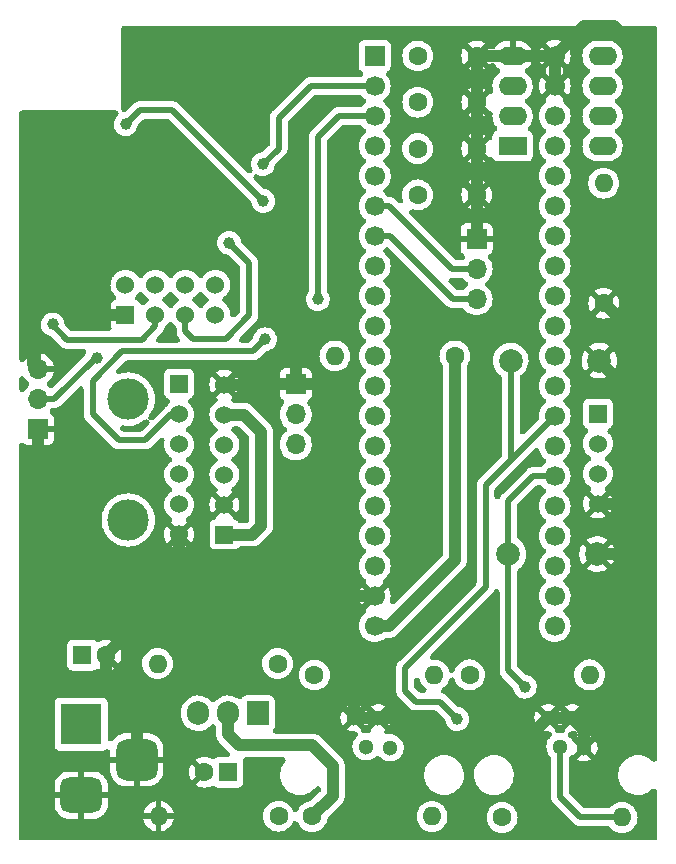
<source format=gbr>
G04 #@! TF.GenerationSoftware,KiCad,Pcbnew,(6.0.4)*
G04 #@! TF.CreationDate,2023-10-17T09:27:22+07:00*
G04 #@! TF.ProjectId,09-Prototype-Final-BugFixing,30392d50-726f-4746-9f74-7970652d4669,rev?*
G04 #@! TF.SameCoordinates,Original*
G04 #@! TF.FileFunction,Copper,L1,Top*
G04 #@! TF.FilePolarity,Positive*
%FSLAX46Y46*%
G04 Gerber Fmt 4.6, Leading zero omitted, Abs format (unit mm)*
G04 Created by KiCad (PCBNEW (6.0.4)) date 2023-10-17 09:27:22*
%MOMM*%
%LPD*%
G01*
G04 APERTURE LIST*
G04 Aperture macros list*
%AMRoundRect*
0 Rectangle with rounded corners*
0 $1 Rounding radius*
0 $2 $3 $4 $5 $6 $7 $8 $9 X,Y pos of 4 corners*
0 Add a 4 corners polygon primitive as box body*
4,1,4,$2,$3,$4,$5,$6,$7,$8,$9,$2,$3,0*
0 Add four circle primitives for the rounded corners*
1,1,$1+$1,$2,$3*
1,1,$1+$1,$4,$5*
1,1,$1+$1,$6,$7*
1,1,$1+$1,$8,$9*
0 Add four rect primitives between the rounded corners*
20,1,$1+$1,$2,$3,$4,$5,0*
20,1,$1+$1,$4,$5,$6,$7,0*
20,1,$1+$1,$6,$7,$8,$9,0*
20,1,$1+$1,$8,$9,$2,$3,0*%
G04 Aperture macros list end*
G04 #@! TA.AperFunction,ComponentPad*
%ADD10C,1.300000*%
G04 #@! TD*
G04 #@! TA.AperFunction,ComponentPad*
%ADD11C,1.600000*%
G04 #@! TD*
G04 #@! TA.AperFunction,ComponentPad*
%ADD12O,1.600000X1.600000*%
G04 #@! TD*
G04 #@! TA.AperFunction,ComponentPad*
%ADD13R,1.600000X1.600000*%
G04 #@! TD*
G04 #@! TA.AperFunction,ComponentPad*
%ADD14R,3.500000X3.500000*%
G04 #@! TD*
G04 #@! TA.AperFunction,ComponentPad*
%ADD15RoundRect,0.750000X1.000000X-0.750000X1.000000X0.750000X-1.000000X0.750000X-1.000000X-0.750000X0*%
G04 #@! TD*
G04 #@! TA.AperFunction,ComponentPad*
%ADD16RoundRect,0.875000X0.875000X-0.875000X0.875000X0.875000X-0.875000X0.875000X-0.875000X-0.875000X0*%
G04 #@! TD*
G04 #@! TA.AperFunction,ComponentPad*
%ADD17R,1.700000X1.700000*%
G04 #@! TD*
G04 #@! TA.AperFunction,ComponentPad*
%ADD18O,1.700000X1.700000*%
G04 #@! TD*
G04 #@! TA.AperFunction,WasherPad*
%ADD19C,3.500000*%
G04 #@! TD*
G04 #@! TA.AperFunction,ComponentPad*
%ADD20R,1.524000X1.524000*%
G04 #@! TD*
G04 #@! TA.AperFunction,ComponentPad*
%ADD21C,1.524000*%
G04 #@! TD*
G04 #@! TA.AperFunction,ComponentPad*
%ADD22R,1.905000X2.000000*%
G04 #@! TD*
G04 #@! TA.AperFunction,ComponentPad*
%ADD23O,1.905000X2.000000*%
G04 #@! TD*
G04 #@! TA.AperFunction,ComponentPad*
%ADD24C,1.700000*%
G04 #@! TD*
G04 #@! TA.AperFunction,ComponentPad*
%ADD25R,2.400000X1.600000*%
G04 #@! TD*
G04 #@! TA.AperFunction,ComponentPad*
%ADD26O,2.400000X1.600000*%
G04 #@! TD*
G04 #@! TA.AperFunction,ComponentPad*
%ADD27C,2.000000*%
G04 #@! TD*
G04 #@! TA.AperFunction,ViaPad*
%ADD28C,1.900000*%
G04 #@! TD*
G04 #@! TA.AperFunction,ViaPad*
%ADD29C,1.000000*%
G04 #@! TD*
G04 #@! TA.AperFunction,Conductor*
%ADD30C,1.000000*%
G04 #@! TD*
G04 #@! TA.AperFunction,Conductor*
%ADD31C,0.500000*%
G04 #@! TD*
G04 APERTURE END LIST*
D10*
G04 #@! TO.P,J5,1*
G04 #@! TO.N,GND*
X195285000Y-99120000D03*
G04 #@! TO.P,J5,2*
X197320000Y-99120000D03*
G04 #@! TO.P,J5,3*
G04 #@! TO.N,Rain_Gauge*
X196300000Y-101560000D03*
G04 #@! TO.P,J5,4*
G04 #@! TO.N,GND*
X198335000Y-101660000D03*
G04 #@! TD*
D11*
G04 #@! TO.P,R7,1*
G04 #@! TO.N,/V_adj*
X172390000Y-94530000D03*
D12*
G04 #@! TO.P,R7,2*
G04 #@! TO.N,+3V3*
X162230000Y-94530000D03*
G04 #@! TD*
D13*
G04 #@! TO.P,C7,1*
G04 #@! TO.N,VCC*
X155864888Y-93810000D03*
D11*
G04 #@! TO.P,C7,2*
G04 #@! TO.N,GND*
X157864888Y-93810000D03*
G04 #@! TD*
D14*
G04 #@! TO.P,J1,1*
G04 #@! TO.N,VCC*
X155760500Y-99664000D03*
D15*
G04 #@! TO.P,J1,2*
G04 #@! TO.N,GND*
X155760500Y-105664000D03*
D16*
G04 #@! TO.P,J1,3*
X160460500Y-102664000D03*
G04 #@! TD*
D17*
G04 #@! TO.P,J2,1,Pin_1*
G04 #@! TO.N,GND*
X152105000Y-74655000D03*
D18*
G04 #@! TO.P,J2,2,Pin_2*
G04 #@! TO.N,/32768Hz out*
X152105000Y-72115000D03*
G04 #@! TO.P,J2,3,Pin_3*
G04 #@! TO.N,GND*
X152105000Y-69575000D03*
G04 #@! TD*
D19*
G04 #@! TO.P,U5,*
G04 #@! TO.N,*
X159740000Y-72130000D03*
X159740000Y-82370000D03*
D20*
G04 #@! TO.P,U5,1,VCC*
G04 #@! TO.N,+3V3*
X167890000Y-83600000D03*
D21*
X167890000Y-73440000D03*
G04 #@! TO.P,U5,2,GND*
G04 #@! TO.N,GND*
X167890000Y-81060000D03*
G04 #@! TO.P,U5,3,SCL*
G04 #@! TO.N,I2C_CLK*
X167890000Y-78520000D03*
G04 #@! TO.P,U5,4,SDA*
G04 #@! TO.N,I2C_SDA*
X167890000Y-75980000D03*
G04 #@! TO.P,U5,5,ADDR*
G04 #@! TO.N,GND*
X167890000Y-70900000D03*
G04 #@! TD*
D22*
G04 #@! TO.P,U6,1,ADJ*
G04 #@! TO.N,/V_adj*
X170730000Y-98725000D03*
D23*
G04 #@! TO.P,U6,2,VO*
G04 #@! TO.N,+3V3*
X168190000Y-98725000D03*
G04 #@! TO.P,U6,3,VI*
G04 #@! TO.N,VCC*
X165650000Y-98725000D03*
G04 #@! TD*
D10*
G04 #@! TO.P,J4,1*
G04 #@! TO.N,GND*
X178865000Y-99120000D03*
G04 #@! TO.P,J4,2*
X180900000Y-99120000D03*
G04 #@! TO.P,J4,3*
G04 #@! TO.N,Anemometer*
X179880000Y-101560000D03*
G04 #@! TO.P,J4,4*
G04 #@! TO.N,WindVane_raw*
X181915000Y-101660000D03*
G04 #@! TD*
D20*
G04 #@! TO.P,U3,1,GND*
G04 #@! TO.N,GND*
X159510000Y-64990000D03*
D21*
G04 #@! TO.P,U3,2,VCC*
G04 #@! TO.N,+3V3*
X159510000Y-62450000D03*
G04 #@! TO.P,U3,3,RST*
G04 #@! TO.N,LoRa_Reset*
X162050000Y-64990000D03*
G04 #@! TO.P,U3,4,NCSS*
G04 #@! TO.N,LoRa_NCSS*
X162050000Y-62450000D03*
G04 #@! TO.P,U3,5,SCLK*
G04 #@! TO.N,LoRa_SCLK*
X164590000Y-64990000D03*
G04 #@! TO.P,U3,6,MOSI*
G04 #@! TO.N,LoRa_MOSI*
X164590000Y-62450000D03*
G04 #@! TO.P,U3,7,MISO*
G04 #@! TO.N,LoRa_MISO*
X167130000Y-64990000D03*
G04 #@! TO.P,U3,8,DIO0*
G04 #@! TO.N,LoRa_DIO0*
X167130000Y-62450000D03*
G04 #@! TD*
D11*
G04 #@! TO.P,R8,1*
G04 #@! TO.N,/V_adj*
X172470000Y-107440000D03*
D12*
G04 #@! TO.P,R8,2*
G04 #@! TO.N,GND*
X162310000Y-107440000D03*
G04 #@! TD*
D17*
G04 #@! TO.P,U1,1,PB12*
G04 #@! TO.N,LoRa_NCSS*
X180610000Y-43080000D03*
D24*
G04 #@! TO.P,U1,2,PB13*
G04 #@! TO.N,LoRa_SCLK*
X180610000Y-45620000D03*
G04 #@! TO.P,U1,3,PB14*
G04 #@! TO.N,LoRa_MISO*
X180610000Y-48160000D03*
G04 #@! TO.P,U1,4,PB15*
G04 #@! TO.N,LoRa_MOSI*
X180610000Y-50700000D03*
G04 #@! TO.P,U1,5,PA8*
G04 #@! TO.N,LoRa_Reset*
X180610000Y-53240000D03*
G04 #@! TO.P,U1,6,PA9*
G04 #@! TO.N,UART_TX*
X180610000Y-55780000D03*
G04 #@! TO.P,U1,7,PA10*
G04 #@! TO.N,UART_RX*
X180610000Y-58320000D03*
G04 #@! TO.P,U1,8,PA11*
G04 #@! TO.N,LoRa_DIO0*
X180610000Y-60860000D03*
G04 #@! TO.P,U1,9,PA12*
G04 #@! TO.N,unconnected-(U1-Pad9)*
X180610000Y-63400000D03*
G04 #@! TO.P,U1,10,PA15*
G04 #@! TO.N,RTC_ALARM*
X180610000Y-65940000D03*
G04 #@! TO.P,U1,11,PB3*
G04 #@! TO.N,DS18B20*
X180610000Y-68480000D03*
G04 #@! TO.P,U1,12,PB4*
G04 #@! TO.N,unconnected-(U1-Pad12)*
X180610000Y-71020000D03*
G04 #@! TO.P,U1,13,PB5*
G04 #@! TO.N,unconnected-(U1-Pad13)*
X180610000Y-73560000D03*
G04 #@! TO.P,U1,14,PB6*
G04 #@! TO.N,I2C_CLK*
X180610000Y-76100000D03*
G04 #@! TO.P,U1,15,PB7*
G04 #@! TO.N,I2C_SDA*
X180610000Y-78640000D03*
G04 #@! TO.P,U1,16,PB8*
G04 #@! TO.N,unconnected-(U1-Pad16)*
X180610000Y-81180000D03*
G04 #@! TO.P,U1,17,PB9*
G04 #@! TO.N,unconnected-(U1-Pad17)*
X180610000Y-83720000D03*
G04 #@! TO.P,U1,18,5V*
G04 #@! TO.N,unconnected-(U1-Pad18)*
X180610000Y-86260000D03*
G04 #@! TO.P,U1,19,GND*
G04 #@! TO.N,GND*
X180610000Y-88800000D03*
G04 #@! TO.P,U1,20,3V3*
G04 #@! TO.N,+3V3*
X180610000Y-91340000D03*
G04 #@! TO.P,U1,21,VBat*
G04 #@! TO.N,unconnected-(U1-Pad21)*
X195850000Y-91340000D03*
G04 #@! TO.P,U1,22,PC13*
G04 #@! TO.N,unconnected-(U1-Pad22)*
X195850000Y-88800000D03*
G04 #@! TO.P,U1,23,PC14*
G04 #@! TO.N,unconnected-(U1-Pad23)*
X195850000Y-86260000D03*
G04 #@! TO.P,U1,24,PC15*
G04 #@! TO.N,unconnected-(U1-Pad24)*
X195850000Y-83720000D03*
G04 #@! TO.P,U1,25,PA0*
G04 #@! TO.N,unconnected-(U1-Pad25)*
X195850000Y-81180000D03*
G04 #@! TO.P,U1,26,PA1*
G04 #@! TO.N,Rain_Gauge*
X195850000Y-78640000D03*
G04 #@! TO.P,U1,27,PA2*
G04 #@! TO.N,unconnected-(U1-Pad27)*
X195850000Y-76100000D03*
G04 #@! TO.P,U1,28,PA3*
G04 #@! TO.N,Anemometer*
X195850000Y-73560000D03*
G04 #@! TO.P,U1,29,PA4*
G04 #@! TO.N,unconnected-(U1-Pad29)*
X195850000Y-71020000D03*
G04 #@! TO.P,U1,30,PA5*
G04 #@! TO.N,unconnected-(U1-Pad30)*
X195850000Y-68480000D03*
G04 #@! TO.P,U1,31,PA6*
G04 #@! TO.N,unconnected-(U1-Pad31)*
X195850000Y-65940000D03*
G04 #@! TO.P,U1,32,PA7*
G04 #@! TO.N,unconnected-(U1-Pad32)*
X195850000Y-63400000D03*
G04 #@! TO.P,U1,33,PB0*
G04 #@! TO.N,unconnected-(U1-Pad33)*
X195850000Y-60860000D03*
G04 #@! TO.P,U1,34,PB1*
G04 #@! TO.N,Wind_Vane*
X195850000Y-58320000D03*
G04 #@! TO.P,U1,35,PB10*
G04 #@! TO.N,unconnected-(U1-Pad35)*
X195850000Y-55780000D03*
G04 #@! TO.P,U1,36,PB11*
G04 #@! TO.N,unconnected-(U1-Pad36)*
X195850000Y-53240000D03*
G04 #@! TO.P,U1,37,RST*
G04 #@! TO.N,unconnected-(U1-Pad37)*
X195850000Y-50700000D03*
G04 #@! TO.P,U1,38,3V3*
G04 #@! TO.N,+3V3*
X195850000Y-48160000D03*
G04 #@! TO.P,U1,39,GND*
G04 #@! TO.N,GND*
X195850000Y-45620000D03*
G04 #@! TO.P,U1,40,GND*
X195850000Y-43080000D03*
G04 #@! TD*
D11*
G04 #@! TO.P,C5,1*
G04 #@! TO.N,/Passive LPF*
X184250000Y-54840000D03*
G04 #@! TO.P,C5,2*
G04 #@! TO.N,GND*
X189250000Y-54840000D03*
G04 #@! TD*
D25*
G04 #@! TO.P,U4,1*
G04 #@! TO.N,Wind_Vane*
X192285000Y-50700000D03*
D26*
G04 #@! TO.P,U4,2,-*
X192285000Y-48160000D03*
G04 #@! TO.P,U4,3,+*
G04 #@! TO.N,/Passive LPF*
X192285000Y-45620000D03*
G04 #@! TO.P,U4,4,V-*
G04 #@! TO.N,GND*
X192285000Y-43080000D03*
G04 #@! TO.P,U4,5,+*
G04 #@! TO.N,unconnected-(U4-Pad5)*
X199905000Y-43080000D03*
G04 #@! TO.P,U4,6,-*
G04 #@! TO.N,unconnected-(U4-Pad6)*
X199905000Y-45620000D03*
G04 #@! TO.P,U4,7*
G04 #@! TO.N,unconnected-(U4-Pad7)*
X199905000Y-48160000D03*
G04 #@! TO.P,U4,8,V+*
G04 #@! TO.N,+3V3*
X199905000Y-50700000D03*
G04 #@! TD*
D27*
G04 #@! TO.P,C1,1*
G04 #@! TO.N,GND*
X199630000Y-68870000D03*
G04 #@! TO.P,C1,2*
G04 #@! TO.N,Anemometer*
X192130000Y-68870000D03*
G04 #@! TD*
D11*
G04 #@! TO.P,C4,1*
G04 #@! TO.N,/Passive LPF*
X184250000Y-50920000D03*
G04 #@! TO.P,C4,2*
G04 #@! TO.N,GND*
X189250000Y-50920000D03*
G04 #@! TD*
G04 #@! TO.P,C2,1*
G04 #@! TO.N,/Passive LPF*
X184260000Y-43080000D03*
G04 #@! TO.P,C2,2*
G04 #@! TO.N,GND*
X189260000Y-43080000D03*
G04 #@! TD*
D13*
G04 #@! TO.P,C8,1*
G04 #@! TO.N,+3V3*
X168190000Y-103720000D03*
D11*
G04 #@! TO.P,C8,2*
G04 #@! TO.N,GND*
X166190000Y-103720000D03*
G04 #@! TD*
G04 #@! TO.P,R6,1*
G04 #@! TO.N,+3V3*
X187400000Y-68480000D03*
D12*
G04 #@! TO.P,R6,2*
G04 #@! TO.N,DS18B20*
X177240000Y-68480000D03*
G04 #@! TD*
D17*
G04 #@! TO.P,J3,1,Pin_1*
G04 #@! TO.N,GND*
X189240000Y-58580000D03*
D18*
G04 #@! TO.P,J3,2,Pin_2*
G04 #@! TO.N,UART_TX*
X189240000Y-61120000D03*
G04 #@! TO.P,J3,3,Pin_3*
G04 #@! TO.N,UART_RX*
X189240000Y-63660000D03*
G04 #@! TD*
D11*
G04 #@! TO.P,R4,1*
G04 #@! TO.N,GND*
X200000000Y-64010000D03*
D12*
G04 #@! TO.P,R4,2*
G04 #@! TO.N,Wind_Vane*
X200000000Y-53850000D03*
G04 #@! TD*
D20*
G04 #@! TO.P,U2,1,SCL*
G04 #@! TO.N,unconnected-(U2-Pad1)*
X199510000Y-73350000D03*
D21*
G04 #@! TO.P,U2,2,SDA*
G04 #@! TO.N,unconnected-(U2-Pad2)*
X199510000Y-75890000D03*
G04 #@! TO.P,U2,3,VCC*
G04 #@! TO.N,+3V3*
X199510000Y-78430000D03*
G04 #@! TO.P,U2,4,GND*
G04 #@! TO.N,GND*
X199510000Y-80970000D03*
D20*
G04 #@! TO.P,U2,5,32K*
G04 #@! TO.N,/32768Hz out*
X164050000Y-70810000D03*
D21*
G04 #@! TO.P,U2,6,SQW*
G04 #@! TO.N,RTC_ALARM*
X164050000Y-73430000D03*
G04 #@! TO.P,U2,7,SCL*
G04 #@! TO.N,I2C_CLK*
X164050000Y-78510000D03*
G04 #@! TO.P,U2,8,SDA*
G04 #@! TO.N,I2C_SDA*
X164050000Y-75970000D03*
G04 #@! TO.P,U2,9,VCC*
G04 #@! TO.N,unconnected-(U2-Pad9)*
X164050000Y-81050000D03*
G04 #@! TO.P,U2,10,GND*
G04 #@! TO.N,GND*
X164050000Y-83590000D03*
G04 #@! TD*
D11*
G04 #@! TO.P,R3,1*
G04 #@! TO.N,WindVane_raw*
X188640000Y-95480000D03*
D12*
G04 #@! TO.P,R3,2*
G04 #@! TO.N,/Passive LPF*
X198800000Y-95480000D03*
G04 #@! TD*
D11*
G04 #@! TO.P,R5,1*
G04 #@! TO.N,+3V3*
X191400000Y-107540000D03*
D12*
G04 #@! TO.P,R5,2*
G04 #@! TO.N,Rain_Gauge*
X201560000Y-107540000D03*
G04 #@! TD*
D27*
G04 #@! TO.P,C6,1*
G04 #@! TO.N,GND*
X199440000Y-85250000D03*
G04 #@! TO.P,C6,2*
G04 #@! TO.N,Rain_Gauge*
X191940000Y-85250000D03*
G04 #@! TD*
D11*
G04 #@! TO.P,R1,1*
G04 #@! TO.N,+3V3*
X175510000Y-95490000D03*
D12*
G04 #@! TO.P,R1,2*
G04 #@! TO.N,WindVane_raw*
X185670000Y-95490000D03*
G04 #@! TD*
D17*
G04 #@! TO.P,J6,1,Pin_1*
G04 #@! TO.N,GND*
X173925000Y-70875000D03*
D18*
G04 #@! TO.P,J6,2,Pin_2*
G04 #@! TO.N,DS18B20*
X173925000Y-73415000D03*
G04 #@! TO.P,J6,3,Pin_3*
G04 #@! TO.N,+3V3*
X173925000Y-75955000D03*
G04 #@! TD*
D11*
G04 #@! TO.P,R2,1*
G04 #@! TO.N,+3V3*
X175310000Y-107460000D03*
D12*
G04 #@! TO.P,R2,2*
G04 #@! TO.N,Anemometer*
X185470000Y-107460000D03*
G04 #@! TD*
D11*
G04 #@! TO.P,C3,1*
G04 #@! TO.N,/Passive LPF*
X184260000Y-46990000D03*
G04 #@! TO.P,C3,2*
G04 #@! TO.N,GND*
X189260000Y-46990000D03*
G04 #@! TD*
D28*
G04 #@! TO.N,VCC*
X165650000Y-98725000D03*
G04 #@! TO.N,+3V3*
X168190000Y-98725000D03*
G04 #@! TO.N,/V_adj*
X170730000Y-98725000D03*
D29*
G04 #@! TO.N,GND*
X173390000Y-81050000D03*
G04 #@! TO.N,Anemometer*
X187600000Y-99210000D03*
G04 #@! TO.N,/32768Hz out*
X157075812Y-68608549D03*
G04 #@! TO.N,LoRa_SCLK*
X171140000Y-52220000D03*
X168280000Y-58900000D03*
G04 #@! TO.N,LoRa_MISO*
X175800000Y-63670000D03*
G04 #@! TO.N,LoRa_Reset*
X153340000Y-65800000D03*
X171180000Y-55350000D03*
X159520000Y-48870000D03*
G04 #@! TO.N,RTC_ALARM*
X171320000Y-67060000D03*
G04 #@! TO.N,Rain_Gauge*
X193330000Y-96480000D03*
G04 #@! TD*
D30*
G04 #@! TO.N,GND*
X197320000Y-99120000D02*
X198340000Y-100140000D01*
X200000000Y-64010000D02*
X202650000Y-66660000D01*
X202650000Y-95860000D02*
X199390000Y-99120000D01*
X198340000Y-100140000D02*
X198340000Y-100500000D01*
X192285000Y-43080000D02*
X195850000Y-43080000D01*
X152105000Y-74655000D02*
X152105000Y-86451090D01*
X160460500Y-102664000D02*
X160460500Y-98270500D01*
X198335000Y-100505000D02*
X198335000Y-101660000D01*
X160460500Y-98270500D02*
X157864888Y-95674888D01*
X193205000Y-101200000D02*
X195285000Y-99120000D01*
X202650000Y-71890000D02*
X202650000Y-72250000D01*
X202650000Y-67030000D02*
X202650000Y-72250000D01*
X163570000Y-51280000D02*
X173925000Y-61635000D01*
X155380000Y-51280000D02*
X163570000Y-51280000D01*
X200930000Y-85250000D02*
X202650000Y-86970000D01*
X155960000Y-64990000D02*
X159510000Y-64990000D01*
X201160000Y-80970000D02*
X199510000Y-80970000D01*
X199440000Y-85250000D02*
X200930000Y-85250000D01*
X173390000Y-81050000D02*
X177590000Y-76850000D01*
X178865000Y-99120000D02*
X178865000Y-95385000D01*
X176475000Y-70875000D02*
X173925000Y-70875000D01*
X152105000Y-69575000D02*
X151680000Y-69150000D01*
X195850000Y-43080000D02*
X198360000Y-40570000D01*
X202650000Y-86970000D02*
X202650000Y-95860000D01*
X157864888Y-95674888D02*
X157864888Y-93810000D01*
X173390000Y-83800000D02*
X178390000Y-88800000D01*
X182640000Y-99120000D02*
X184720000Y-101200000D01*
X172280000Y-88800000D02*
X178390000Y-88800000D01*
X189250000Y-54840000D02*
X189250000Y-58570000D01*
X198340000Y-100500000D02*
X198335000Y-100505000D01*
X167890000Y-70900000D02*
X170210000Y-70900000D01*
X177590000Y-71990000D02*
X176475000Y-70875000D01*
X167230000Y-88800000D02*
X172280000Y-88800000D01*
X164050000Y-85620000D02*
X164050000Y-83590000D01*
X151680000Y-69150000D02*
X151680000Y-63630000D01*
X202650000Y-82460000D02*
X202650000Y-82610000D01*
X162874888Y-88800000D02*
X167230000Y-88800000D01*
X189250000Y-58570000D02*
X189240000Y-58580000D01*
X199630000Y-68870000D02*
X202650000Y-71890000D01*
X202650000Y-72250000D02*
X202650000Y-82610000D01*
X201160000Y-80970000D02*
X202650000Y-82460000D01*
X157864888Y-93810000D02*
X160397444Y-91277444D01*
X195285000Y-99120000D02*
X197320000Y-99120000D01*
X177590000Y-76850000D02*
X177590000Y-71990000D01*
X199390000Y-99120000D02*
X197320000Y-99120000D01*
X151680000Y-63630000D02*
X153140000Y-62170000D01*
X153140000Y-53520000D02*
X155380000Y-51280000D01*
X178390000Y-88800000D02*
X180610000Y-88800000D01*
X160397444Y-91277444D02*
X162874888Y-88800000D01*
X173925000Y-70875000D02*
X170235000Y-70875000D01*
X167230000Y-88800000D02*
X164050000Y-85620000D01*
X202650000Y-66660000D02*
X202650000Y-67030000D01*
X184720000Y-101200000D02*
X193205000Y-101200000D01*
X189250000Y-54840000D02*
X189250000Y-50920000D01*
X152105000Y-86451090D02*
X156931354Y-91277444D01*
X153140000Y-62170000D02*
X153140000Y-53520000D01*
X195850000Y-45620000D02*
X195850000Y-43080000D01*
X173925000Y-61635000D02*
X173925000Y-70875000D01*
X178865000Y-99120000D02*
X180900000Y-99120000D01*
X153140000Y-62170000D02*
X155960000Y-64990000D01*
X173390000Y-81050000D02*
X173390000Y-83800000D01*
X202650000Y-82610000D02*
X202650000Y-86970000D01*
X156931354Y-91277444D02*
X160397444Y-91277444D01*
X180900000Y-99120000D02*
X182640000Y-99120000D01*
X189250000Y-50920000D02*
X189250000Y-47000000D01*
X200890000Y-40570000D02*
X202650000Y-42330000D01*
X170235000Y-70875000D02*
X170210000Y-70900000D01*
X189260000Y-43080000D02*
X192285000Y-43080000D01*
X178865000Y-95385000D02*
X172280000Y-88800000D01*
X198360000Y-40570000D02*
X200890000Y-40570000D01*
X202650000Y-42330000D02*
X202650000Y-67030000D01*
X189260000Y-43080000D02*
X189260000Y-46990000D01*
D31*
G04 #@! TO.N,Anemometer*
X192130000Y-77280000D02*
X192130000Y-68870000D01*
X190000000Y-79410000D02*
X192130000Y-77280000D01*
X187600000Y-99210000D02*
X186130000Y-97740000D01*
X183190000Y-96850000D02*
X183190000Y-94880000D01*
X184080000Y-97740000D02*
X183190000Y-96850000D01*
X186130000Y-97740000D02*
X184080000Y-97740000D01*
X190000000Y-79410000D02*
X195850000Y-73560000D01*
X190000000Y-88070000D02*
X190000000Y-79410000D01*
X183190000Y-94880000D02*
X190000000Y-88070000D01*
D30*
G04 #@! TO.N,+3V3*
X171010000Y-82850000D02*
X170260000Y-83600000D01*
X187400000Y-85752081D02*
X187400000Y-68480000D01*
X177070000Y-103210000D02*
X177070000Y-105700000D01*
X167890000Y-73440000D02*
X169510000Y-73440000D01*
X181812081Y-91340000D02*
X187400000Y-85752081D01*
X169510000Y-73440000D02*
X171010000Y-74940000D01*
X175310000Y-101450000D02*
X177070000Y-103210000D01*
X169140000Y-101450000D02*
X175310000Y-101450000D01*
X177070000Y-105700000D02*
X175310000Y-107460000D01*
X180610000Y-91340000D02*
X181812081Y-91340000D01*
X171010000Y-74940000D02*
X171010000Y-82850000D01*
X170260000Y-83600000D02*
X167890000Y-83600000D01*
X168190000Y-100500000D02*
X169140000Y-101450000D01*
X168190000Y-98725000D02*
X168190000Y-100500000D01*
D31*
G04 #@! TO.N,/32768Hz out*
X156991451Y-68608549D02*
X153485000Y-72115000D01*
X157075812Y-68608549D02*
X156991451Y-68608549D01*
X153485000Y-72115000D02*
X152105000Y-72115000D01*
G04 #@! TO.N,UART_TX*
X187160000Y-61120000D02*
X189240000Y-61120000D01*
X180610000Y-55780000D02*
X181820000Y-55780000D01*
X181820000Y-55780000D02*
X187160000Y-61120000D01*
G04 #@! TO.N,UART_RX*
X180610000Y-58320000D02*
X181890000Y-58320000D01*
X181890000Y-58320000D02*
X187230000Y-63660000D01*
X187230000Y-63660000D02*
X189240000Y-63660000D01*
G04 #@! TO.N,LoRa_SCLK*
X172480000Y-50920000D02*
X172480000Y-48320000D01*
X170000000Y-60620000D02*
X170000000Y-65030000D01*
X172480000Y-48320000D02*
X175180000Y-45620000D01*
X165250000Y-67030000D02*
X164590000Y-66370000D01*
X175180000Y-45620000D02*
X180610000Y-45620000D01*
X171140000Y-52220000D02*
X171180000Y-52220000D01*
X170000000Y-65030000D02*
X168000000Y-67030000D01*
X168000000Y-67030000D02*
X165250000Y-67030000D01*
X171180000Y-52220000D02*
X172480000Y-50920000D01*
X168280000Y-58900000D02*
X170000000Y-60620000D01*
X164590000Y-66370000D02*
X164590000Y-64990000D01*
G04 #@! TO.N,LoRa_MISO*
X175800000Y-49910000D02*
X177550000Y-48160000D01*
X175800000Y-63670000D02*
X175800000Y-49910000D01*
X177550000Y-48160000D02*
X180610000Y-48160000D01*
G04 #@! TO.N,LoRa_Reset*
X160730000Y-47660000D02*
X162410000Y-47660000D01*
X162050000Y-65980000D02*
X162050000Y-64990000D01*
X162410000Y-47660000D02*
X163490000Y-47660000D01*
X163490000Y-47660000D02*
X171180000Y-55350000D01*
X160930000Y-67100000D02*
X162050000Y-65980000D01*
X159520000Y-48870000D02*
X160730000Y-47660000D01*
X153340000Y-65800000D02*
X153340000Y-65880000D01*
X154560000Y-67100000D02*
X160930000Y-67100000D01*
X153340000Y-65880000D02*
X154560000Y-67100000D01*
G04 #@! TO.N,RTC_ALARM*
X158930000Y-75630000D02*
X156720000Y-73420000D01*
X164050000Y-73430000D02*
X163370000Y-73430000D01*
X156720000Y-73420000D02*
X156720000Y-70590000D01*
X156720000Y-70590000D02*
X159210480Y-68099520D01*
X161170000Y-75630000D02*
X158930000Y-75630000D01*
X170280480Y-68099520D02*
X171320000Y-67060000D01*
X159210480Y-68099520D02*
X170280480Y-68099520D01*
X163370000Y-73430000D02*
X161170000Y-75630000D01*
G04 #@! TO.N,Rain_Gauge*
X194010000Y-78640000D02*
X195850000Y-78640000D01*
X191930000Y-80720000D02*
X194010000Y-78640000D01*
X191940000Y-86740000D02*
X191940000Y-85250000D01*
X193330000Y-96480000D02*
X191930000Y-95080000D01*
X196300000Y-105810000D02*
X198030000Y-107540000D01*
X191930000Y-86750000D02*
X191930000Y-80720000D01*
X191930000Y-95080000D02*
X191930000Y-86750000D01*
X196300000Y-101560000D02*
X196300000Y-105810000D01*
X198030000Y-107540000D02*
X201560000Y-107540000D01*
X191930000Y-86750000D02*
X191940000Y-86740000D01*
G04 #@! TD*
G04 #@! TA.AperFunction,NonConductor*
G36*
X191063288Y-44099454D02*
G01*
X191110814Y-44125527D01*
X191140100Y-44146034D01*
X191207282Y-44216213D01*
X191242494Y-44306762D01*
X191240375Y-44403894D01*
X191201246Y-44492821D01*
X191140098Y-44553968D01*
X191045861Y-44619953D01*
X190884953Y-44780861D01*
X190823462Y-44868680D01*
X190770465Y-44944369D01*
X190754432Y-44967266D01*
X190749836Y-44977122D01*
X190735170Y-45008573D01*
X190677721Y-45086923D01*
X190594662Y-45137324D01*
X190498638Y-45152103D01*
X190404267Y-45129010D01*
X190325917Y-45071561D01*
X190275516Y-44988502D01*
X190260500Y-44903340D01*
X190260500Y-44329500D01*
X190279454Y-44234212D01*
X190333430Y-44153430D01*
X190414212Y-44099454D01*
X190509500Y-44080500D01*
X190968000Y-44080500D01*
X191063288Y-44099454D01*
G37*
G04 #@! TD.AperFunction*
G04 #@! TA.AperFunction,NonConductor*
G36*
X190594788Y-48625169D02*
G01*
X190675570Y-48679145D01*
X190725170Y-48749982D01*
X190749836Y-48802878D01*
X190754432Y-48812734D01*
X190884953Y-48999139D01*
X190932457Y-49046643D01*
X190986433Y-49127425D01*
X191005387Y-49222713D01*
X190986433Y-49318001D01*
X190932457Y-49398783D01*
X190872110Y-49437641D01*
X190874347Y-49441728D01*
X190858787Y-49450247D01*
X190842176Y-49456474D01*
X190727454Y-49542454D01*
X190716813Y-49556652D01*
X190698751Y-49580752D01*
X190626437Y-49645635D01*
X190534798Y-49677905D01*
X190437786Y-49672651D01*
X190350168Y-49630671D01*
X190285285Y-49558357D01*
X190253015Y-49466718D01*
X190250500Y-49431420D01*
X190250500Y-48855215D01*
X190269454Y-48759927D01*
X190323430Y-48679145D01*
X190404212Y-48625169D01*
X190499500Y-48606215D01*
X190594788Y-48625169D01*
G37*
G04 #@! TD.AperFunction*
G04 #@! TA.AperFunction,NonConductor*
G36*
X196508727Y-40519454D02*
G01*
X196589509Y-40573430D01*
X196643485Y-40654212D01*
X196662439Y-40749500D01*
X196643485Y-40844788D01*
X196589509Y-40925569D01*
X195849140Y-41665939D01*
X195768358Y-41719916D01*
X195694772Y-41737922D01*
X195625426Y-41743989D01*
X195625425Y-41743989D01*
X195614592Y-41744937D01*
X195386337Y-41806097D01*
X195376484Y-41810691D01*
X195376480Y-41810693D01*
X195182027Y-41901369D01*
X195172171Y-41905965D01*
X195163263Y-41912202D01*
X195163262Y-41912203D01*
X194988647Y-42034469D01*
X194899720Y-42073598D01*
X194845827Y-42079500D01*
X193602000Y-42079500D01*
X193506712Y-42060546D01*
X193459180Y-42034469D01*
X193415362Y-42003787D01*
X193337734Y-41949432D01*
X193131496Y-41853261D01*
X192911692Y-41794365D01*
X192900864Y-41793418D01*
X192900860Y-41793417D01*
X192819382Y-41786289D01*
X192741784Y-41779500D01*
X191828216Y-41779500D01*
X191750618Y-41786289D01*
X191669140Y-41793417D01*
X191669136Y-41793418D01*
X191658308Y-41794365D01*
X191438504Y-41853261D01*
X191232266Y-41949432D01*
X191154639Y-42003787D01*
X191110820Y-42034469D01*
X191021893Y-42073598D01*
X190968000Y-42079500D01*
X190177000Y-42079500D01*
X190081712Y-42060546D01*
X190034180Y-42034469D01*
X189990362Y-42003787D01*
X189912734Y-41949432D01*
X189706496Y-41853261D01*
X189486692Y-41794365D01*
X189475864Y-41793418D01*
X189475860Y-41793417D01*
X189270836Y-41775480D01*
X189260000Y-41774532D01*
X189249164Y-41775480D01*
X189044140Y-41793417D01*
X189044136Y-41793418D01*
X189033308Y-41794365D01*
X188813504Y-41853261D01*
X188607266Y-41949432D01*
X188420861Y-42079953D01*
X188259953Y-42240861D01*
X188129432Y-42427266D01*
X188033261Y-42633504D01*
X187974365Y-42853308D01*
X187954532Y-43080000D01*
X187955480Y-43090836D01*
X187968113Y-43235228D01*
X187974365Y-43306692D01*
X188033261Y-43526496D01*
X188129432Y-43732734D01*
X188135670Y-43741642D01*
X188135670Y-43741643D01*
X188214469Y-43854180D01*
X188253598Y-43943107D01*
X188259500Y-43997000D01*
X188259500Y-46073000D01*
X188240546Y-46168288D01*
X188214470Y-46215818D01*
X188129432Y-46337266D01*
X188033261Y-46543504D01*
X187974365Y-46763308D01*
X187973418Y-46774136D01*
X187973417Y-46774140D01*
X187955579Y-46978033D01*
X187954532Y-46990000D01*
X187955480Y-47000834D01*
X187955480Y-47000836D01*
X187967245Y-47135306D01*
X187974365Y-47216692D01*
X187977178Y-47227190D01*
X188029093Y-47420939D01*
X188033261Y-47436496D01*
X188129432Y-47642734D01*
X188204471Y-47749902D01*
X188243598Y-47838827D01*
X188249500Y-47892719D01*
X188249500Y-50003000D01*
X188230546Y-50098288D01*
X188204470Y-50145818D01*
X188119432Y-50267266D01*
X188114836Y-50277122D01*
X188114085Y-50278732D01*
X188023261Y-50473504D01*
X188020448Y-50484001D01*
X188020448Y-50484002D01*
X188011145Y-50518720D01*
X187964365Y-50693308D01*
X187963418Y-50704136D01*
X187963417Y-50704140D01*
X187962831Y-50710836D01*
X187944532Y-50920000D01*
X187945480Y-50930836D01*
X187959399Y-51089925D01*
X187964365Y-51146692D01*
X187972354Y-51176507D01*
X188019574Y-51352734D01*
X188023261Y-51366496D01*
X188078162Y-51484231D01*
X188114657Y-51562493D01*
X188119432Y-51572734D01*
X188182420Y-51662690D01*
X188204469Y-51694180D01*
X188243598Y-51783107D01*
X188249500Y-51837000D01*
X188249500Y-53923000D01*
X188230546Y-54018288D01*
X188204470Y-54065818D01*
X188119432Y-54187266D01*
X188023261Y-54393504D01*
X188020448Y-54404001D01*
X188020448Y-54404002D01*
X188014049Y-54427884D01*
X187964365Y-54613308D01*
X187963418Y-54624136D01*
X187963417Y-54624140D01*
X187957058Y-54696825D01*
X187944532Y-54840000D01*
X187945480Y-54850836D01*
X187962796Y-55048755D01*
X187964365Y-55066692D01*
X188023261Y-55286496D01*
X188119432Y-55492734D01*
X188125670Y-55501642D01*
X188125670Y-55501643D01*
X188204469Y-55614180D01*
X188243598Y-55703107D01*
X188249500Y-55757000D01*
X188249500Y-57085769D01*
X188230546Y-57181057D01*
X188176570Y-57261839D01*
X188145925Y-57284805D01*
X188147176Y-57286474D01*
X188032454Y-57372454D01*
X187946474Y-57487176D01*
X187896149Y-57621420D01*
X187889500Y-57682623D01*
X187889501Y-59477376D01*
X187896149Y-59538580D01*
X187946474Y-59672824D01*
X188032454Y-59787546D01*
X188143528Y-59870792D01*
X188143534Y-59870797D01*
X188147176Y-59873526D01*
X188147028Y-59873723D01*
X188210666Y-59927030D01*
X188255600Y-60013169D01*
X188264150Y-60109947D01*
X188235014Y-60202631D01*
X188208116Y-60241988D01*
X188201505Y-60248599D01*
X188195267Y-60257508D01*
X188191195Y-60263323D01*
X188121013Y-60330506D01*
X188030464Y-60365718D01*
X187987228Y-60369500D01*
X187574007Y-60369500D01*
X187478719Y-60350546D01*
X187397937Y-60296570D01*
X183592636Y-56491269D01*
X183538660Y-56410487D01*
X183519706Y-56315199D01*
X183538660Y-56219911D01*
X183592636Y-56139129D01*
X183673418Y-56085153D01*
X183768706Y-56066199D01*
X183833151Y-56074683D01*
X184023308Y-56125635D01*
X184034136Y-56126582D01*
X184034140Y-56126583D01*
X184239164Y-56144520D01*
X184250000Y-56145468D01*
X184260836Y-56144520D01*
X184465860Y-56126583D01*
X184465864Y-56126582D01*
X184476692Y-56125635D01*
X184654320Y-56078040D01*
X184685998Y-56069552D01*
X184685999Y-56069552D01*
X184696496Y-56066739D01*
X184902734Y-55970568D01*
X185089139Y-55840047D01*
X185250047Y-55679139D01*
X185380568Y-55492734D01*
X185476739Y-55286496D01*
X185535635Y-55066692D01*
X185537205Y-55048755D01*
X185554520Y-54850836D01*
X185555468Y-54840000D01*
X185542942Y-54696825D01*
X185536583Y-54624140D01*
X185536582Y-54624136D01*
X185535635Y-54613308D01*
X185485951Y-54427884D01*
X185479552Y-54404002D01*
X185479552Y-54404001D01*
X185476739Y-54393504D01*
X185380568Y-54187266D01*
X185250047Y-54000861D01*
X185089139Y-53839953D01*
X184902734Y-53709432D01*
X184696496Y-53613261D01*
X184476692Y-53554365D01*
X184465864Y-53553418D01*
X184465860Y-53553417D01*
X184260836Y-53535480D01*
X184250000Y-53534532D01*
X184239164Y-53535480D01*
X184034140Y-53553417D01*
X184034136Y-53553418D01*
X184023308Y-53554365D01*
X183803504Y-53613261D01*
X183597266Y-53709432D01*
X183410861Y-53839953D01*
X183249953Y-54000861D01*
X183119432Y-54187266D01*
X183023261Y-54393504D01*
X183020448Y-54404001D01*
X183020448Y-54404002D01*
X183014049Y-54427884D01*
X182964365Y-54613308D01*
X182963418Y-54624136D01*
X182963417Y-54624140D01*
X182957058Y-54696825D01*
X182944532Y-54840000D01*
X182945480Y-54850836D01*
X182962796Y-55048755D01*
X182964365Y-55066692D01*
X183003797Y-55213853D01*
X183015317Y-55256848D01*
X183021671Y-55353795D01*
X182990441Y-55445794D01*
X182926382Y-55518839D01*
X182839247Y-55561810D01*
X182742300Y-55568164D01*
X182650301Y-55536934D01*
X182598731Y-55497364D01*
X182404250Y-55302883D01*
X182384223Y-55279579D01*
X182381194Y-55276330D01*
X182372617Y-55264676D01*
X182361593Y-55255311D01*
X182361589Y-55255306D01*
X182336621Y-55234094D01*
X182330241Y-55228212D01*
X182330209Y-55228248D01*
X182324803Y-55223436D01*
X182319697Y-55218330D01*
X182299335Y-55202220D01*
X182292639Y-55196730D01*
X182250269Y-55160734D01*
X182239245Y-55151368D01*
X182227445Y-55145343D01*
X182217051Y-55137119D01*
X182203942Y-55130992D01*
X182203935Y-55130988D01*
X182153575Y-55107451D01*
X182145768Y-55103635D01*
X182096275Y-55078363D01*
X182096272Y-55078362D01*
X182083384Y-55071781D01*
X182070510Y-55068631D01*
X182058507Y-55063021D01*
X182044342Y-55060075D01*
X182044340Y-55060074D01*
X181989922Y-55048755D01*
X181981475Y-55046844D01*
X181913394Y-55030185D01*
X181902352Y-55029500D01*
X181898474Y-55029500D01*
X181897155Y-55029459D01*
X181887169Y-55027382D01*
X181868444Y-55027889D01*
X181862373Y-55026851D01*
X181858295Y-55026487D01*
X181858324Y-55026159D01*
X181772680Y-55011521D01*
X181690467Y-54959750D01*
X181657738Y-54921799D01*
X181648495Y-54908599D01*
X181481401Y-54741505D01*
X181472497Y-54735270D01*
X181442075Y-54713968D01*
X181374892Y-54643786D01*
X181339680Y-54553237D01*
X181341800Y-54456105D01*
X181380929Y-54367178D01*
X181442075Y-54306032D01*
X181472497Y-54284730D01*
X181472499Y-54284728D01*
X181481401Y-54278495D01*
X181648495Y-54111401D01*
X181784035Y-53917829D01*
X181810306Y-53861491D01*
X181879307Y-53713520D01*
X181879309Y-53713516D01*
X181883903Y-53703663D01*
X181945063Y-53475408D01*
X181950436Y-53414002D01*
X181962204Y-53279487D01*
X181965659Y-53240000D01*
X181951712Y-53080593D01*
X181946011Y-53015426D01*
X181946011Y-53015425D01*
X181945063Y-53004592D01*
X181883903Y-52776337D01*
X181878431Y-52764601D01*
X181788631Y-52572027D01*
X181784035Y-52562171D01*
X181648495Y-52368599D01*
X181481401Y-52201505D01*
X181472497Y-52195270D01*
X181442075Y-52173968D01*
X181374892Y-52103786D01*
X181339680Y-52013237D01*
X181341800Y-51916105D01*
X181380929Y-51827178D01*
X181442075Y-51766032D01*
X181472497Y-51744730D01*
X181472499Y-51744728D01*
X181481401Y-51738495D01*
X181648495Y-51571401D01*
X181784035Y-51377829D01*
X181812257Y-51317307D01*
X181879307Y-51173520D01*
X181879309Y-51173516D01*
X181883903Y-51163663D01*
X181945063Y-50935408D01*
X181946411Y-50920000D01*
X182944532Y-50920000D01*
X182945480Y-50930836D01*
X182959399Y-51089925D01*
X182964365Y-51146692D01*
X182972354Y-51176507D01*
X183019574Y-51352734D01*
X183023261Y-51366496D01*
X183078162Y-51484231D01*
X183114657Y-51562493D01*
X183119432Y-51572734D01*
X183249953Y-51759139D01*
X183410861Y-51920047D01*
X183597266Y-52050568D01*
X183803504Y-52146739D01*
X184023308Y-52205635D01*
X184034136Y-52206582D01*
X184034140Y-52206583D01*
X184239164Y-52224520D01*
X184250000Y-52225468D01*
X184260836Y-52224520D01*
X184465860Y-52206583D01*
X184465864Y-52206582D01*
X184476692Y-52205635D01*
X184696496Y-52146739D01*
X184902734Y-52050568D01*
X185089139Y-51920047D01*
X185250047Y-51759139D01*
X185380568Y-51572734D01*
X185385344Y-51562493D01*
X185421838Y-51484231D01*
X185476739Y-51366496D01*
X185480427Y-51352734D01*
X185527646Y-51176507D01*
X185535635Y-51146692D01*
X185540602Y-51089925D01*
X185554520Y-50930836D01*
X185555468Y-50920000D01*
X185537169Y-50710836D01*
X185536583Y-50704140D01*
X185536582Y-50704136D01*
X185535635Y-50693308D01*
X185488855Y-50518720D01*
X185479552Y-50484002D01*
X185479552Y-50484001D01*
X185476739Y-50473504D01*
X185385915Y-50278732D01*
X185385164Y-50277122D01*
X185380568Y-50267266D01*
X185358912Y-50236337D01*
X185328014Y-50192211D01*
X185250047Y-50080861D01*
X185089139Y-49919953D01*
X184902734Y-49789432D01*
X184696496Y-49693261D01*
X184476692Y-49634365D01*
X184465864Y-49633418D01*
X184465860Y-49633417D01*
X184260836Y-49615480D01*
X184250000Y-49614532D01*
X184239164Y-49615480D01*
X184034140Y-49633417D01*
X184034136Y-49633418D01*
X184023308Y-49634365D01*
X183803504Y-49693261D01*
X183597266Y-49789432D01*
X183410861Y-49919953D01*
X183249953Y-50080861D01*
X183171986Y-50192211D01*
X183141089Y-50236337D01*
X183119432Y-50267266D01*
X183114836Y-50277122D01*
X183114085Y-50278732D01*
X183023261Y-50473504D01*
X183020448Y-50484001D01*
X183020448Y-50484002D01*
X183011145Y-50518720D01*
X182964365Y-50693308D01*
X182963418Y-50704136D01*
X182963417Y-50704140D01*
X182962831Y-50710836D01*
X182944532Y-50920000D01*
X181946411Y-50920000D01*
X181965659Y-50700000D01*
X181946257Y-50478237D01*
X181946011Y-50475426D01*
X181946011Y-50475425D01*
X181945063Y-50464592D01*
X181883903Y-50236337D01*
X181876690Y-50220867D01*
X181788631Y-50032027D01*
X181784035Y-50022171D01*
X181648495Y-49828599D01*
X181481401Y-49661505D01*
X181472497Y-49655270D01*
X181442075Y-49633968D01*
X181374892Y-49563786D01*
X181339680Y-49473237D01*
X181341800Y-49376105D01*
X181380929Y-49287178D01*
X181442075Y-49226032D01*
X181472497Y-49204730D01*
X181472499Y-49204728D01*
X181481401Y-49198495D01*
X181648495Y-49031401D01*
X181762839Y-48868100D01*
X181777797Y-48846738D01*
X181777798Y-48846737D01*
X181784035Y-48837829D01*
X181824999Y-48749982D01*
X181879307Y-48633520D01*
X181879309Y-48633516D01*
X181883903Y-48623663D01*
X181945063Y-48395408D01*
X181965659Y-48160000D01*
X181945063Y-47924592D01*
X181883903Y-47696337D01*
X181868256Y-47662781D01*
X181788631Y-47492027D01*
X181784035Y-47482171D01*
X181648495Y-47288599D01*
X181481401Y-47121505D01*
X181472497Y-47115270D01*
X181442075Y-47093968D01*
X181374892Y-47023786D01*
X181361754Y-46990000D01*
X182954532Y-46990000D01*
X182955480Y-47000834D01*
X182955480Y-47000836D01*
X182967245Y-47135306D01*
X182974365Y-47216692D01*
X182977178Y-47227190D01*
X183029093Y-47420939D01*
X183033261Y-47436496D01*
X183129432Y-47642734D01*
X183259953Y-47829139D01*
X183420861Y-47990047D01*
X183607266Y-48120568D01*
X183813504Y-48216739D01*
X184033308Y-48275635D01*
X184044136Y-48276582D01*
X184044140Y-48276583D01*
X184249164Y-48294520D01*
X184260000Y-48295468D01*
X184270836Y-48294520D01*
X184475860Y-48276583D01*
X184475864Y-48276582D01*
X184486692Y-48275635D01*
X184706496Y-48216739D01*
X184912734Y-48120568D01*
X185099139Y-47990047D01*
X185260047Y-47829139D01*
X185390568Y-47642734D01*
X185486739Y-47436496D01*
X185490908Y-47420939D01*
X185542822Y-47227190D01*
X185545635Y-47216692D01*
X185552756Y-47135306D01*
X185564520Y-47000836D01*
X185564520Y-47000834D01*
X185565468Y-46990000D01*
X185564421Y-46978033D01*
X185546583Y-46774140D01*
X185546582Y-46774136D01*
X185545635Y-46763308D01*
X185486739Y-46543504D01*
X185390568Y-46337266D01*
X185260047Y-46150861D01*
X185099139Y-45989953D01*
X184912734Y-45859432D01*
X184706496Y-45763261D01*
X184486692Y-45704365D01*
X184475864Y-45703418D01*
X184475860Y-45703417D01*
X184270836Y-45685480D01*
X184260000Y-45684532D01*
X184249164Y-45685480D01*
X184044140Y-45703417D01*
X184044136Y-45703418D01*
X184033308Y-45704365D01*
X183813504Y-45763261D01*
X183607266Y-45859432D01*
X183420861Y-45989953D01*
X183259953Y-46150861D01*
X183129432Y-46337266D01*
X183033261Y-46543504D01*
X182974365Y-46763308D01*
X182973418Y-46774136D01*
X182973417Y-46774140D01*
X182955579Y-46978033D01*
X182954532Y-46990000D01*
X181361754Y-46990000D01*
X181339680Y-46933237D01*
X181341800Y-46836105D01*
X181380929Y-46747178D01*
X181442075Y-46686032D01*
X181472497Y-46664730D01*
X181472499Y-46664728D01*
X181481401Y-46658495D01*
X181648495Y-46491401D01*
X181784035Y-46297829D01*
X181822277Y-46215820D01*
X181879307Y-46093520D01*
X181879309Y-46093516D01*
X181883903Y-46083663D01*
X181945063Y-45855408D01*
X181965659Y-45620000D01*
X181945063Y-45384592D01*
X181883903Y-45156337D01*
X181871161Y-45129010D01*
X181788631Y-44952027D01*
X181784035Y-44942171D01*
X181648495Y-44748599D01*
X181642216Y-44742320D01*
X181595916Y-44657920D01*
X181585341Y-44561342D01*
X181612530Y-44468069D01*
X181673343Y-44392301D01*
X181698373Y-44375195D01*
X181702824Y-44373526D01*
X181817546Y-44287546D01*
X181903526Y-44172824D01*
X181953851Y-44038580D01*
X181960500Y-43977377D01*
X181960499Y-43080000D01*
X182954532Y-43080000D01*
X182955480Y-43090836D01*
X182968113Y-43235228D01*
X182974365Y-43306692D01*
X183033261Y-43526496D01*
X183129432Y-43732734D01*
X183259953Y-43919139D01*
X183420861Y-44080047D01*
X183607266Y-44210568D01*
X183813504Y-44306739D01*
X184033308Y-44365635D01*
X184044136Y-44366582D01*
X184044140Y-44366583D01*
X184249164Y-44384520D01*
X184260000Y-44385468D01*
X184270836Y-44384520D01*
X184475860Y-44366583D01*
X184475864Y-44366582D01*
X184486692Y-44365635D01*
X184706496Y-44306739D01*
X184912734Y-44210568D01*
X185099139Y-44080047D01*
X185260047Y-43919139D01*
X185390568Y-43732734D01*
X185486739Y-43526496D01*
X185545635Y-43306692D01*
X185551888Y-43235228D01*
X185564520Y-43090836D01*
X185565468Y-43080000D01*
X185545635Y-42853308D01*
X185486739Y-42633504D01*
X185390568Y-42427266D01*
X185260047Y-42240861D01*
X185099139Y-42079953D01*
X184912734Y-41949432D01*
X184706496Y-41853261D01*
X184486692Y-41794365D01*
X184475864Y-41793418D01*
X184475860Y-41793417D01*
X184270836Y-41775480D01*
X184260000Y-41774532D01*
X184249164Y-41775480D01*
X184044140Y-41793417D01*
X184044136Y-41793418D01*
X184033308Y-41794365D01*
X183813504Y-41853261D01*
X183607266Y-41949432D01*
X183420861Y-42079953D01*
X183259953Y-42240861D01*
X183129432Y-42427266D01*
X183033261Y-42633504D01*
X182974365Y-42853308D01*
X182954532Y-43080000D01*
X181960499Y-43080000D01*
X181960499Y-42182624D01*
X181953851Y-42121420D01*
X181903526Y-41987176D01*
X181817546Y-41872454D01*
X181702824Y-41786474D01*
X181596141Y-41746481D01*
X181583196Y-41741628D01*
X181583195Y-41741628D01*
X181568580Y-41736149D01*
X181507377Y-41729500D01*
X180610600Y-41729500D01*
X179712624Y-41729501D01*
X179651420Y-41736149D01*
X179517176Y-41786474D01*
X179402454Y-41872454D01*
X179316474Y-41987176D01*
X179310247Y-42003787D01*
X179285952Y-42068596D01*
X179266149Y-42121420D01*
X179259500Y-42182623D01*
X179259501Y-43977376D01*
X179266149Y-44038580D01*
X179316474Y-44172824D01*
X179402454Y-44287546D01*
X179513528Y-44370792D01*
X179513534Y-44370797D01*
X179517176Y-44373526D01*
X179517028Y-44373723D01*
X179580666Y-44427030D01*
X179625600Y-44513169D01*
X179634150Y-44609947D01*
X179605014Y-44702631D01*
X179578116Y-44741988D01*
X179571505Y-44748599D01*
X179565267Y-44757508D01*
X179561195Y-44763323D01*
X179491013Y-44830506D01*
X179400464Y-44865718D01*
X179357228Y-44869500D01*
X175255763Y-44869500D01*
X175225091Y-44867180D01*
X175220665Y-44867026D01*
X175206370Y-44864851D01*
X175160223Y-44868605D01*
X175159296Y-44868680D01*
X175150616Y-44869033D01*
X175150619Y-44869081D01*
X175143409Y-44869500D01*
X175136178Y-44869500D01*
X175110357Y-44872510D01*
X175101780Y-44873358D01*
X175031941Y-44879039D01*
X175019337Y-44883122D01*
X175006172Y-44884657D01*
X174992578Y-44889591D01*
X174992571Y-44889593D01*
X174940303Y-44908565D01*
X174932086Y-44911387D01*
X174865454Y-44932973D01*
X174854125Y-44939848D01*
X174841669Y-44944369D01*
X174783059Y-44982796D01*
X174775739Y-44987414D01*
X174725316Y-45018011D01*
X174725313Y-45018013D01*
X174715841Y-45023761D01*
X174707548Y-45031084D01*
X174704837Y-45033795D01*
X174703833Y-45034738D01*
X174695315Y-45040323D01*
X174685368Y-45050823D01*
X174685367Y-45050824D01*
X174643821Y-45094681D01*
X174639124Y-45099508D01*
X172002883Y-47735750D01*
X171979579Y-47755777D01*
X171976330Y-47758806D01*
X171964676Y-47767383D01*
X171955311Y-47778407D01*
X171955306Y-47778411D01*
X171934094Y-47803379D01*
X171928212Y-47809759D01*
X171928248Y-47809791D01*
X171923436Y-47815197D01*
X171918330Y-47820303D01*
X171902220Y-47840665D01*
X171896737Y-47847352D01*
X171851368Y-47900755D01*
X171845343Y-47912555D01*
X171837119Y-47922949D01*
X171830992Y-47936058D01*
X171830988Y-47936065D01*
X171807451Y-47986425D01*
X171803635Y-47994232D01*
X171786001Y-48028767D01*
X171771781Y-48056616D01*
X171768631Y-48069490D01*
X171763021Y-48081493D01*
X171760075Y-48095658D01*
X171760074Y-48095660D01*
X171748755Y-48150078D01*
X171746844Y-48158525D01*
X171730185Y-48226606D01*
X171729500Y-48237648D01*
X171729500Y-48241526D01*
X171729459Y-48242845D01*
X171727382Y-48252831D01*
X171727773Y-48267291D01*
X171727773Y-48267294D01*
X171729409Y-48327737D01*
X171729500Y-48334473D01*
X171729500Y-50505993D01*
X171710546Y-50601281D01*
X171656570Y-50682062D01*
X171185377Y-51153256D01*
X171104595Y-51207233D01*
X171031875Y-51225162D01*
X171001295Y-51227945D01*
X170951618Y-51232466D01*
X170876023Y-51254715D01*
X170775076Y-51284425D01*
X170775072Y-51284427D01*
X170763393Y-51287864D01*
X170752602Y-51293505D01*
X170752603Y-51293505D01*
X170644022Y-51350270D01*
X170589512Y-51378767D01*
X170580025Y-51386395D01*
X170580023Y-51386396D01*
X170446088Y-51494082D01*
X170446085Y-51494085D01*
X170436600Y-51501711D01*
X170428778Y-51511034D01*
X170428775Y-51511036D01*
X170359949Y-51593061D01*
X170310480Y-51652016D01*
X170304612Y-51662690D01*
X170231420Y-51795826D01*
X170215956Y-51823954D01*
X170200305Y-51873292D01*
X170160312Y-51999363D01*
X170160311Y-51999368D01*
X170156628Y-52010978D01*
X170134757Y-52205963D01*
X170135776Y-52218098D01*
X170135776Y-52218100D01*
X170142608Y-52299454D01*
X170151175Y-52401483D01*
X170154530Y-52413184D01*
X170154531Y-52413188D01*
X170198688Y-52567178D01*
X170205258Y-52590091D01*
X170210824Y-52600921D01*
X170210825Y-52600924D01*
X170243721Y-52664932D01*
X170270419Y-52758346D01*
X170259336Y-52854867D01*
X170212160Y-52939800D01*
X170136073Y-53000214D01*
X170042659Y-53026912D01*
X169946138Y-53015829D01*
X169861205Y-52968653D01*
X169846186Y-52954819D01*
X164074250Y-47182883D01*
X164054223Y-47159579D01*
X164051194Y-47156330D01*
X164042617Y-47144676D01*
X164031593Y-47135311D01*
X164031589Y-47135306D01*
X164006621Y-47114094D01*
X164000241Y-47108212D01*
X164000209Y-47108248D01*
X163994803Y-47103436D01*
X163989697Y-47098330D01*
X163969335Y-47082220D01*
X163962639Y-47076730D01*
X163960157Y-47074621D01*
X163909245Y-47031368D01*
X163897445Y-47025343D01*
X163887051Y-47017119D01*
X163873942Y-47010992D01*
X163873935Y-47010988D01*
X163823575Y-46987451D01*
X163815768Y-46983635D01*
X163766275Y-46958363D01*
X163766272Y-46958362D01*
X163753384Y-46951781D01*
X163740510Y-46948631D01*
X163728507Y-46943021D01*
X163714342Y-46940075D01*
X163714340Y-46940074D01*
X163659922Y-46928755D01*
X163651475Y-46926844D01*
X163583394Y-46910185D01*
X163572352Y-46909500D01*
X163568474Y-46909500D01*
X163567155Y-46909459D01*
X163557169Y-46907382D01*
X163542709Y-46907773D01*
X163542706Y-46907773D01*
X163482263Y-46909409D01*
X163475527Y-46909500D01*
X160805756Y-46909500D01*
X160775106Y-46907182D01*
X160770668Y-46907027D01*
X160756370Y-46904852D01*
X160710879Y-46908552D01*
X160709305Y-46908680D01*
X160700614Y-46909033D01*
X160700617Y-46909081D01*
X160693404Y-46909500D01*
X160686178Y-46909500D01*
X160679004Y-46910336D01*
X160678994Y-46910337D01*
X160660371Y-46912508D01*
X160651725Y-46913363D01*
X160596358Y-46917866D01*
X160596354Y-46917867D01*
X160581941Y-46919039D01*
X160569337Y-46923122D01*
X160556172Y-46924657D01*
X160542578Y-46929591D01*
X160542571Y-46929593D01*
X160490303Y-46948565D01*
X160482086Y-46951387D01*
X160471610Y-46954781D01*
X160415454Y-46972973D01*
X160404125Y-46979848D01*
X160391669Y-46984369D01*
X160333058Y-47022796D01*
X160325739Y-47027413D01*
X160275325Y-47058005D01*
X160275323Y-47058007D01*
X160265840Y-47063761D01*
X160257548Y-47071085D01*
X160254836Y-47073797D01*
X160253838Y-47074735D01*
X160245315Y-47080323D01*
X160212210Y-47115269D01*
X160193803Y-47134700D01*
X160189106Y-47139527D01*
X159585070Y-47743563D01*
X159504288Y-47797539D01*
X159409000Y-47816493D01*
X159313712Y-47797539D01*
X159232930Y-47743563D01*
X159178954Y-47662781D01*
X159160000Y-47567493D01*
X159160000Y-40749500D01*
X159178954Y-40654212D01*
X159232930Y-40573430D01*
X159313712Y-40519454D01*
X159409000Y-40500500D01*
X196413439Y-40500500D01*
X196508727Y-40519454D01*
G37*
G04 #@! TD.AperFunction*
G04 #@! TA.AperFunction,NonConductor*
G36*
X179452516Y-46389454D02*
G01*
X179533298Y-46443430D01*
X179561195Y-46476677D01*
X179565267Y-46482493D01*
X179565271Y-46482497D01*
X179571505Y-46491401D01*
X179738599Y-46658495D01*
X179747501Y-46664728D01*
X179747503Y-46664730D01*
X179777923Y-46686030D01*
X179845108Y-46756211D01*
X179880321Y-46846760D01*
X179878202Y-46943892D01*
X179839074Y-47032819D01*
X179777926Y-47093968D01*
X179738599Y-47121505D01*
X179571505Y-47288599D01*
X179565271Y-47297503D01*
X179565267Y-47297507D01*
X179561195Y-47303323D01*
X179491013Y-47370506D01*
X179400464Y-47405718D01*
X179357228Y-47409500D01*
X177625763Y-47409500D01*
X177595091Y-47407180D01*
X177590665Y-47407026D01*
X177576370Y-47404851D01*
X177530223Y-47408605D01*
X177529296Y-47408680D01*
X177520616Y-47409033D01*
X177520619Y-47409081D01*
X177513409Y-47409500D01*
X177506178Y-47409500D01*
X177480357Y-47412510D01*
X177471780Y-47413358D01*
X177401941Y-47419039D01*
X177389337Y-47423122D01*
X177376172Y-47424657D01*
X177362578Y-47429591D01*
X177362571Y-47429593D01*
X177310303Y-47448565D01*
X177302086Y-47451387D01*
X177235454Y-47472973D01*
X177224125Y-47479848D01*
X177211669Y-47484369D01*
X177153058Y-47522796D01*
X177145739Y-47527413D01*
X177095325Y-47558005D01*
X177095323Y-47558007D01*
X177085840Y-47563761D01*
X177077548Y-47571085D01*
X177074836Y-47573797D01*
X177073838Y-47574735D01*
X177065315Y-47580323D01*
X177055362Y-47590830D01*
X177013803Y-47634700D01*
X177009106Y-47639527D01*
X175322883Y-49325750D01*
X175299579Y-49345777D01*
X175296330Y-49348806D01*
X175284676Y-49357383D01*
X175275311Y-49368407D01*
X175275306Y-49368411D01*
X175254094Y-49393379D01*
X175248212Y-49399759D01*
X175248248Y-49399791D01*
X175243436Y-49405197D01*
X175238330Y-49410303D01*
X175222220Y-49430665D01*
X175216737Y-49437352D01*
X175171368Y-49490755D01*
X175165343Y-49502555D01*
X175157119Y-49512949D01*
X175150992Y-49526058D01*
X175150988Y-49526065D01*
X175127451Y-49576425D01*
X175123635Y-49584232D01*
X175098363Y-49633725D01*
X175091781Y-49646616D01*
X175088631Y-49659490D01*
X175083021Y-49671493D01*
X175080075Y-49685658D01*
X175080074Y-49685660D01*
X175068755Y-49740078D01*
X175066844Y-49748525D01*
X175050185Y-49816606D01*
X175049500Y-49827648D01*
X175049500Y-49831526D01*
X175049459Y-49832845D01*
X175047382Y-49842831D01*
X175047773Y-49857291D01*
X175047773Y-49857294D01*
X175049409Y-49917737D01*
X175049500Y-49924473D01*
X175049500Y-60737942D01*
X175030546Y-60833230D01*
X174976570Y-60914012D01*
X174895788Y-60967988D01*
X174800500Y-60986942D01*
X174705212Y-60967988D01*
X174628788Y-60918264D01*
X174626730Y-60916304D01*
X174618523Y-60906729D01*
X174600264Y-60892566D01*
X174576807Y-60871887D01*
X164290101Y-50585181D01*
X164285254Y-50580196D01*
X164235784Y-50527883D01*
X164227119Y-50518720D01*
X164181394Y-50486703D01*
X164166841Y-50475696D01*
X164133372Y-50448399D01*
X164133370Y-50448397D01*
X164123597Y-50440427D01*
X164112419Y-50434584D01*
X164112417Y-50434582D01*
X164105144Y-50430780D01*
X164077684Y-50414085D01*
X164060621Y-50402137D01*
X164041974Y-50394068D01*
X164009407Y-50379975D01*
X163992930Y-50372116D01*
X163961458Y-50355662D01*
X163943470Y-50346258D01*
X163923437Y-50340514D01*
X163893190Y-50329683D01*
X163890719Y-50328614D01*
X163885655Y-50326422D01*
X163885651Y-50326421D01*
X163874081Y-50321414D01*
X163819451Y-50310001D01*
X163801744Y-50305619D01*
X163760210Y-50293710D01*
X163760209Y-50293710D01*
X163748087Y-50290234D01*
X163727316Y-50288636D01*
X163695512Y-50284109D01*
X163675120Y-50279849D01*
X163668461Y-50279500D01*
X163618153Y-50279500D01*
X163599050Y-50278766D01*
X163558012Y-50275608D01*
X163558010Y-50275608D01*
X163545429Y-50274640D01*
X163522491Y-50277538D01*
X163491296Y-50279500D01*
X159993393Y-50279500D01*
X159898105Y-50260546D01*
X159817323Y-50206570D01*
X159763347Y-50125788D01*
X159744393Y-50030500D01*
X159763347Y-49935212D01*
X159817323Y-49854430D01*
X159885057Y-49810274D01*
X159883556Y-49807303D01*
X159915322Y-49791257D01*
X160058689Y-49718837D01*
X160085544Y-49697856D01*
X160203705Y-49605539D01*
X160203707Y-49605538D01*
X160213303Y-49598040D01*
X160341509Y-49449511D01*
X160363783Y-49410303D01*
X160432408Y-49289501D01*
X160432408Y-49289500D01*
X160438425Y-49278909D01*
X160500358Y-49092732D01*
X160510165Y-49015097D01*
X160540912Y-48922937D01*
X160581132Y-48870235D01*
X160967937Y-48483430D01*
X161048719Y-48429454D01*
X161144007Y-48410500D01*
X163075993Y-48410500D01*
X163171281Y-48429454D01*
X163252063Y-48483430D01*
X170116756Y-55348123D01*
X170170732Y-55428905D01*
X170188813Y-55503355D01*
X170191175Y-55531483D01*
X170194530Y-55543184D01*
X170194531Y-55543188D01*
X170240388Y-55703107D01*
X170245258Y-55720091D01*
X170250824Y-55730921D01*
X170250825Y-55730924D01*
X170270651Y-55769501D01*
X170334944Y-55894601D01*
X170456818Y-56048369D01*
X170466085Y-56056256D01*
X170466089Y-56056260D01*
X170548719Y-56126583D01*
X170606238Y-56175535D01*
X170777513Y-56271257D01*
X170964118Y-56331889D01*
X171158946Y-56355121D01*
X171171085Y-56354187D01*
X171171087Y-56354187D01*
X171225874Y-56349971D01*
X171354576Y-56340068D01*
X171474488Y-56306587D01*
X171531824Y-56290579D01*
X171531827Y-56290578D01*
X171543556Y-56287303D01*
X171718689Y-56198837D01*
X171740913Y-56181474D01*
X171863705Y-56085539D01*
X171863707Y-56085538D01*
X171873303Y-56078040D01*
X172001509Y-55929511D01*
X172080289Y-55790835D01*
X172092408Y-55769501D01*
X172092408Y-55769500D01*
X172098425Y-55758909D01*
X172160358Y-55572732D01*
X172184949Y-55378071D01*
X172185341Y-55350000D01*
X172166194Y-55154728D01*
X172159581Y-55132822D01*
X172113003Y-54978549D01*
X172113002Y-54978547D01*
X172109484Y-54966894D01*
X172085505Y-54921796D01*
X172023087Y-54804404D01*
X172023084Y-54804400D01*
X172017370Y-54793653D01*
X171893361Y-54641602D01*
X171742180Y-54516535D01*
X171569585Y-54423213D01*
X171382152Y-54365193D01*
X171329501Y-54359659D01*
X171236716Y-54330848D01*
X171179460Y-54288093D01*
X170408424Y-53517057D01*
X170354448Y-53436275D01*
X170335494Y-53340987D01*
X170354448Y-53245699D01*
X170408424Y-53164917D01*
X170489206Y-53110941D01*
X170584494Y-53091987D01*
X170679782Y-53110941D01*
X170705970Y-53123629D01*
X170726878Y-53135314D01*
X170726884Y-53135316D01*
X170737513Y-53141257D01*
X170924118Y-53201889D01*
X171118946Y-53225121D01*
X171131085Y-53224187D01*
X171131087Y-53224187D01*
X171185874Y-53219971D01*
X171314576Y-53210068D01*
X171470445Y-53166548D01*
X171491824Y-53160579D01*
X171491827Y-53160578D01*
X171503556Y-53157303D01*
X171678689Y-53068837D01*
X171688290Y-53061336D01*
X171823705Y-52955539D01*
X171823707Y-52955538D01*
X171833303Y-52948040D01*
X171961509Y-52799511D01*
X172007001Y-52719432D01*
X172052408Y-52639501D01*
X172052408Y-52639500D01*
X172058425Y-52628909D01*
X172120358Y-52442732D01*
X172121884Y-52430649D01*
X172121886Y-52430642D01*
X172124383Y-52410878D01*
X172155130Y-52318717D01*
X172195350Y-52266017D01*
X172957118Y-51504250D01*
X172980413Y-51484231D01*
X172983671Y-51481193D01*
X172995324Y-51472617D01*
X173025893Y-51436635D01*
X173031788Y-51430240D01*
X173031753Y-51430209D01*
X173036565Y-51424803D01*
X173041671Y-51419697D01*
X173057781Y-51399335D01*
X173063294Y-51392611D01*
X173099266Y-51350270D01*
X173099268Y-51350268D01*
X173108632Y-51339245D01*
X173114657Y-51327446D01*
X173122881Y-51317051D01*
X173152551Y-51253568D01*
X173156357Y-51245782D01*
X173176041Y-51207233D01*
X173188219Y-51183384D01*
X173191368Y-51170514D01*
X173196980Y-51158507D01*
X173211248Y-51089914D01*
X173213163Y-51081449D01*
X173227178Y-51024176D01*
X173227180Y-51024162D01*
X173229815Y-51013394D01*
X173230500Y-51002352D01*
X173230500Y-50998475D01*
X173230541Y-50997156D01*
X173232618Y-50987169D01*
X173231502Y-50945909D01*
X173230591Y-50912263D01*
X173230500Y-50905527D01*
X173230500Y-48734007D01*
X173249454Y-48638719D01*
X173303430Y-48557937D01*
X175417938Y-46443430D01*
X175498720Y-46389454D01*
X175594008Y-46370500D01*
X179357228Y-46370500D01*
X179452516Y-46389454D01*
G37*
G04 #@! TD.AperFunction*
G04 #@! TA.AperFunction,NonConductor*
G36*
X188082516Y-61889454D02*
G01*
X188163298Y-61943430D01*
X188191195Y-61976677D01*
X188195267Y-61982493D01*
X188195271Y-61982497D01*
X188201505Y-61991401D01*
X188368599Y-62158495D01*
X188377501Y-62164728D01*
X188377503Y-62164730D01*
X188407923Y-62186030D01*
X188475108Y-62256211D01*
X188510321Y-62346760D01*
X188508202Y-62443892D01*
X188469074Y-62532819D01*
X188407926Y-62593968D01*
X188368599Y-62621505D01*
X188201505Y-62788599D01*
X188195271Y-62797503D01*
X188195267Y-62797507D01*
X188191195Y-62803323D01*
X188121013Y-62870506D01*
X188030464Y-62905718D01*
X187987228Y-62909500D01*
X187644007Y-62909500D01*
X187548719Y-62890546D01*
X187467937Y-62836570D01*
X186928819Y-62297452D01*
X186874843Y-62216670D01*
X186855889Y-62121382D01*
X186874843Y-62026094D01*
X186928819Y-61945312D01*
X187009601Y-61891336D01*
X187098154Y-61872473D01*
X187133258Y-61871523D01*
X187167716Y-61870591D01*
X187174448Y-61870500D01*
X187987228Y-61870500D01*
X188082516Y-61889454D01*
G37*
G04 #@! TD.AperFunction*
G04 #@! TA.AperFunction,NonConductor*
G36*
X158779067Y-47708954D02*
G01*
X158859849Y-47762930D01*
X158913825Y-47843712D01*
X158932779Y-47939000D01*
X158913825Y-48034288D01*
X158859849Y-48115070D01*
X158839808Y-48133052D01*
X158816600Y-48151711D01*
X158690480Y-48302016D01*
X158595956Y-48473954D01*
X158592275Y-48485559D01*
X158540312Y-48649363D01*
X158540311Y-48649368D01*
X158536628Y-48660978D01*
X158514757Y-48855963D01*
X158515776Y-48868098D01*
X158515776Y-48868100D01*
X158526780Y-48999139D01*
X158531175Y-49051483D01*
X158534530Y-49063184D01*
X158534531Y-49063188D01*
X158581227Y-49226032D01*
X158585258Y-49240091D01*
X158590824Y-49250921D01*
X158590825Y-49250924D01*
X158669380Y-49403775D01*
X158674944Y-49414601D01*
X158796818Y-49568369D01*
X158806085Y-49576256D01*
X158806089Y-49576260D01*
X158919349Y-49672651D01*
X158946238Y-49695535D01*
X159117513Y-49791257D01*
X159129095Y-49795020D01*
X159140253Y-49799895D01*
X159139432Y-49801774D01*
X159209757Y-49841157D01*
X159269906Y-49917454D01*
X159296278Y-50010961D01*
X159284860Y-50107443D01*
X159237389Y-50192211D01*
X159161092Y-50252360D01*
X159067585Y-50278732D01*
X159048046Y-50279500D01*
X155397863Y-50279500D01*
X155390911Y-50279403D01*
X155318953Y-50277393D01*
X155318952Y-50277393D01*
X155306347Y-50277041D01*
X155293928Y-50279231D01*
X155293925Y-50279231D01*
X155251385Y-50286732D01*
X155233310Y-50289240D01*
X155190334Y-50293605D01*
X155190331Y-50293606D01*
X155177784Y-50294880D01*
X155165747Y-50298652D01*
X155165748Y-50298652D01*
X155157907Y-50301109D01*
X155126691Y-50308719D01*
X155106178Y-50312336D01*
X155094455Y-50316977D01*
X155094453Y-50316978D01*
X155054288Y-50332880D01*
X155037088Y-50338970D01*
X154995874Y-50351886D01*
X154995866Y-50351890D01*
X154983828Y-50355662D01*
X154965831Y-50365638D01*
X154965605Y-50365763D01*
X154936554Y-50379495D01*
X154917195Y-50387160D01*
X154876049Y-50414085D01*
X154870494Y-50417720D01*
X154854893Y-50427131D01*
X154806056Y-50454203D01*
X154796481Y-50462410D01*
X154796475Y-50462414D01*
X154790240Y-50467758D01*
X154764542Y-50487053D01*
X154755119Y-50493219D01*
X154755113Y-50493223D01*
X154747117Y-50498456D01*
X154742162Y-50502917D01*
X154706589Y-50538490D01*
X154692561Y-50551479D01*
X154661307Y-50578267D01*
X154661303Y-50578271D01*
X154651729Y-50586477D01*
X154644001Y-50596439D01*
X154643997Y-50596444D01*
X154637566Y-50604735D01*
X154616887Y-50628192D01*
X152445180Y-52799900D01*
X152440195Y-52804747D01*
X152378720Y-52862881D01*
X152371487Y-52873211D01*
X152346703Y-52908606D01*
X152335696Y-52923159D01*
X152309288Y-52955539D01*
X152300427Y-52966403D01*
X152294584Y-52977581D01*
X152294582Y-52977583D01*
X152290780Y-52984856D01*
X152274086Y-53012315D01*
X152262137Y-53029379D01*
X152257129Y-53040952D01*
X152239975Y-53080593D01*
X152232117Y-53097067D01*
X152206258Y-53146530D01*
X152200514Y-53166563D01*
X152189683Y-53196810D01*
X152181414Y-53215919D01*
X152178836Y-53228260D01*
X152170002Y-53270546D01*
X152165619Y-53288256D01*
X152153710Y-53329790D01*
X152150234Y-53341913D01*
X152148636Y-53362684D01*
X152144109Y-53394488D01*
X152139849Y-53414880D01*
X152139500Y-53421539D01*
X152139500Y-53471847D01*
X152138766Y-53490950D01*
X152134640Y-53544571D01*
X152137538Y-53567509D01*
X152139500Y-53598704D01*
X152139500Y-61652439D01*
X152120546Y-61747727D01*
X152066570Y-61828509D01*
X150985180Y-62909900D01*
X150980194Y-62914748D01*
X150920584Y-62971118D01*
X150838327Y-63022817D01*
X150742547Y-63039103D01*
X150647825Y-63017495D01*
X150568582Y-62961284D01*
X150516883Y-62879027D01*
X150500500Y-62790200D01*
X150500500Y-47939000D01*
X150519454Y-47843712D01*
X150573430Y-47762930D01*
X150654212Y-47708954D01*
X150749500Y-47690000D01*
X158683779Y-47690000D01*
X158779067Y-47708954D01*
G37*
G04 #@! TD.AperFunction*
G04 #@! TA.AperFunction,NonConductor*
G36*
X160833892Y-63028374D02*
G01*
X160922820Y-63067503D01*
X160983968Y-63128651D01*
X161079174Y-63264620D01*
X161235380Y-63420826D01*
X161332359Y-63488731D01*
X161371347Y-63516031D01*
X161438531Y-63586212D01*
X161473744Y-63676761D01*
X161471625Y-63773893D01*
X161432496Y-63862820D01*
X161371347Y-63923969D01*
X161327439Y-63954714D01*
X161235380Y-64019174D01*
X161140010Y-64114544D01*
X161059228Y-64168520D01*
X160963940Y-64187474D01*
X160868652Y-64168520D01*
X160787870Y-64114544D01*
X160730785Y-64025881D01*
X160728271Y-64019174D01*
X160715526Y-63985176D01*
X160646043Y-63892466D01*
X160640187Y-63884652D01*
X160640185Y-63884650D01*
X160629546Y-63870454D01*
X160514824Y-63784474D01*
X160474117Y-63769214D01*
X160391548Y-63718018D01*
X160334855Y-63639120D01*
X160312670Y-63544531D01*
X160328371Y-63448653D01*
X160385456Y-63359990D01*
X160480826Y-63264620D01*
X160576032Y-63128651D01*
X160646212Y-63061468D01*
X160736761Y-63026255D01*
X160833892Y-63028374D01*
G37*
G04 #@! TD.AperFunction*
G04 #@! TA.AperFunction,NonConductor*
G36*
X163373892Y-63028374D02*
G01*
X163462820Y-63067503D01*
X163523968Y-63128651D01*
X163619174Y-63264620D01*
X163775380Y-63420826D01*
X163872359Y-63488731D01*
X163911347Y-63516031D01*
X163978531Y-63586212D01*
X164013744Y-63676761D01*
X164011625Y-63773893D01*
X163972496Y-63862820D01*
X163911347Y-63923969D01*
X163867439Y-63954714D01*
X163775380Y-64019174D01*
X163619174Y-64175380D01*
X163523969Y-64311348D01*
X163453788Y-64378532D01*
X163363239Y-64413745D01*
X163266108Y-64411626D01*
X163177180Y-64372497D01*
X163116031Y-64311348D01*
X163020826Y-64175380D01*
X162864620Y-64019174D01*
X162728653Y-63923969D01*
X162661469Y-63853788D01*
X162626256Y-63763239D01*
X162628375Y-63666107D01*
X162667504Y-63577180D01*
X162728653Y-63516031D01*
X162767641Y-63488731D01*
X162864620Y-63420826D01*
X163020826Y-63264620D01*
X163116032Y-63128651D01*
X163186212Y-63061468D01*
X163276761Y-63026255D01*
X163373892Y-63028374D01*
G37*
G04 #@! TD.AperFunction*
G04 #@! TA.AperFunction,NonConductor*
G36*
X165913892Y-63028374D02*
G01*
X166002820Y-63067503D01*
X166063968Y-63128651D01*
X166159174Y-63264620D01*
X166315380Y-63420826D01*
X166412359Y-63488731D01*
X166451347Y-63516031D01*
X166518531Y-63586212D01*
X166553744Y-63676761D01*
X166551625Y-63773893D01*
X166512496Y-63862820D01*
X166451347Y-63923969D01*
X166407439Y-63954714D01*
X166315380Y-64019174D01*
X166159174Y-64175380D01*
X166063969Y-64311348D01*
X165993788Y-64378532D01*
X165903239Y-64413745D01*
X165806108Y-64411626D01*
X165717180Y-64372497D01*
X165656031Y-64311348D01*
X165560826Y-64175380D01*
X165404620Y-64019174D01*
X165268653Y-63923969D01*
X165201469Y-63853788D01*
X165166256Y-63763239D01*
X165168375Y-63666107D01*
X165207504Y-63577180D01*
X165268653Y-63516031D01*
X165307641Y-63488731D01*
X165404620Y-63420826D01*
X165560826Y-63264620D01*
X165656032Y-63128651D01*
X165726212Y-63061468D01*
X165816761Y-63026255D01*
X165913892Y-63028374D01*
G37*
G04 #@! TD.AperFunction*
G04 #@! TA.AperFunction,NonConductor*
G36*
X153235288Y-63707015D02*
G01*
X153316070Y-63760991D01*
X154043908Y-64488829D01*
X154097884Y-64569611D01*
X154116838Y-64664899D01*
X154097884Y-64760187D01*
X154043908Y-64840969D01*
X153963126Y-64894945D01*
X153867838Y-64913899D01*
X153772550Y-64894945D01*
X153749410Y-64883932D01*
X153729585Y-64873213D01*
X153542152Y-64815193D01*
X153384254Y-64798597D01*
X153359131Y-64795956D01*
X153359130Y-64795956D01*
X153347019Y-64794683D01*
X153151618Y-64812466D01*
X152999802Y-64857148D01*
X152903041Y-64865869D01*
X152810306Y-64836897D01*
X152735718Y-64774642D01*
X152690631Y-64688583D01*
X152680500Y-64618279D01*
X152680500Y-64147561D01*
X152699454Y-64052273D01*
X152753430Y-63971491D01*
X152963930Y-63760991D01*
X153044712Y-63707015D01*
X153140000Y-63688061D01*
X153235288Y-63707015D01*
G37*
G04 #@! TD.AperFunction*
G04 #@! TA.AperFunction,NonConductor*
G36*
X163147727Y-52299454D02*
G01*
X163228509Y-52353430D01*
X168353625Y-57478546D01*
X168407601Y-57559328D01*
X168426555Y-57654616D01*
X168407601Y-57749904D01*
X168353625Y-57830686D01*
X168272843Y-57884662D01*
X168200123Y-57902591D01*
X168170588Y-57905279D01*
X168091618Y-57912466D01*
X168079942Y-57915902D01*
X168079939Y-57915903D01*
X167915076Y-57964425D01*
X167915072Y-57964427D01*
X167903393Y-57967864D01*
X167729512Y-58058767D01*
X167720025Y-58066395D01*
X167720023Y-58066396D01*
X167586088Y-58174082D01*
X167586085Y-58174085D01*
X167576600Y-58181711D01*
X167568778Y-58191034D01*
X167568775Y-58191036D01*
X167498214Y-58275128D01*
X167450480Y-58332016D01*
X167355956Y-58503954D01*
X167339634Y-58555408D01*
X167300312Y-58679363D01*
X167300311Y-58679368D01*
X167296628Y-58690978D01*
X167274757Y-58885963D01*
X167275776Y-58898098D01*
X167275776Y-58898100D01*
X167284899Y-59006738D01*
X167291175Y-59081483D01*
X167294530Y-59093184D01*
X167294531Y-59093188D01*
X167324898Y-59199087D01*
X167345258Y-59270091D01*
X167350824Y-59280921D01*
X167350825Y-59280924D01*
X167429380Y-59433775D01*
X167434944Y-59444601D01*
X167556818Y-59598369D01*
X167566085Y-59606256D01*
X167566089Y-59606260D01*
X167696966Y-59717644D01*
X167706238Y-59725535D01*
X167877513Y-59821257D01*
X167970815Y-59851573D01*
X168052536Y-59878126D01*
X168052538Y-59878127D01*
X168064118Y-59881889D01*
X168106944Y-59886996D01*
X168133371Y-59890147D01*
X168225745Y-59920250D01*
X168279958Y-59961325D01*
X169176570Y-60857937D01*
X169230546Y-60938719D01*
X169249500Y-61034007D01*
X169249500Y-64615993D01*
X169230546Y-64711281D01*
X169176570Y-64792063D01*
X168821446Y-65147187D01*
X168740664Y-65201163D01*
X168645376Y-65220117D01*
X168550088Y-65201163D01*
X168469306Y-65147187D01*
X168415330Y-65066405D01*
X168400084Y-64989758D01*
X168397323Y-64990000D01*
X168379017Y-64780757D01*
X168378070Y-64769932D01*
X168320894Y-64556550D01*
X168269343Y-64445998D01*
X168232127Y-64366188D01*
X168232125Y-64366185D01*
X168227534Y-64356339D01*
X168220812Y-64346738D01*
X168152733Y-64249511D01*
X168100826Y-64175380D01*
X167944620Y-64019174D01*
X167808653Y-63923969D01*
X167741469Y-63853788D01*
X167706256Y-63763239D01*
X167708375Y-63666107D01*
X167747504Y-63577180D01*
X167808653Y-63516031D01*
X167847641Y-63488731D01*
X167944620Y-63420826D01*
X168100826Y-63264620D01*
X168227534Y-63083661D01*
X168284600Y-62961284D01*
X168316300Y-62893302D01*
X168316300Y-62893301D01*
X168320894Y-62883450D01*
X168324363Y-62870506D01*
X168348369Y-62780913D01*
X168378070Y-62670068D01*
X168397323Y-62450000D01*
X168395857Y-62433237D01*
X168379017Y-62240757D01*
X168378070Y-62229932D01*
X168320894Y-62016550D01*
X168278684Y-61926030D01*
X168232127Y-61826188D01*
X168232125Y-61826185D01*
X168227534Y-61816339D01*
X168220812Y-61806738D01*
X168133238Y-61681670D01*
X168100826Y-61635380D01*
X167944620Y-61479174D01*
X167763662Y-61352466D01*
X167753816Y-61347875D01*
X167753813Y-61347873D01*
X167573302Y-61263700D01*
X167563450Y-61259106D01*
X167552947Y-61256292D01*
X167552945Y-61256291D01*
X167367220Y-61206526D01*
X167350068Y-61201930D01*
X167130000Y-61182677D01*
X166909932Y-61201930D01*
X166892780Y-61206526D01*
X166707055Y-61256291D01*
X166707053Y-61256292D01*
X166696550Y-61259106D01*
X166686699Y-61263700D01*
X166686698Y-61263700D01*
X166506188Y-61347873D01*
X166506185Y-61347875D01*
X166496339Y-61352466D01*
X166487436Y-61358700D01*
X166487434Y-61358701D01*
X166477140Y-61365909D01*
X166315380Y-61479174D01*
X166159174Y-61635380D01*
X166063969Y-61771348D01*
X165993788Y-61838532D01*
X165903239Y-61873745D01*
X165806108Y-61871626D01*
X165717180Y-61832497D01*
X165656031Y-61771348D01*
X165560826Y-61635380D01*
X165404620Y-61479174D01*
X165223662Y-61352466D01*
X165213816Y-61347875D01*
X165213813Y-61347873D01*
X165033302Y-61263700D01*
X165023450Y-61259106D01*
X165012947Y-61256292D01*
X165012945Y-61256291D01*
X164827220Y-61206526D01*
X164810068Y-61201930D01*
X164590000Y-61182677D01*
X164369932Y-61201930D01*
X164352780Y-61206526D01*
X164167055Y-61256291D01*
X164167053Y-61256292D01*
X164156550Y-61259106D01*
X164146699Y-61263700D01*
X164146698Y-61263700D01*
X163966188Y-61347873D01*
X163966185Y-61347875D01*
X163956339Y-61352466D01*
X163947436Y-61358700D01*
X163947434Y-61358701D01*
X163937140Y-61365909D01*
X163775380Y-61479174D01*
X163619174Y-61635380D01*
X163523969Y-61771348D01*
X163453788Y-61838532D01*
X163363239Y-61873745D01*
X163266108Y-61871626D01*
X163177180Y-61832497D01*
X163116031Y-61771348D01*
X163020826Y-61635380D01*
X162864620Y-61479174D01*
X162683662Y-61352466D01*
X162673816Y-61347875D01*
X162673813Y-61347873D01*
X162493302Y-61263700D01*
X162483450Y-61259106D01*
X162472947Y-61256292D01*
X162472945Y-61256291D01*
X162287220Y-61206526D01*
X162270068Y-61201930D01*
X162050000Y-61182677D01*
X161829932Y-61201930D01*
X161812780Y-61206526D01*
X161627055Y-61256291D01*
X161627053Y-61256292D01*
X161616550Y-61259106D01*
X161606699Y-61263700D01*
X161606698Y-61263700D01*
X161426188Y-61347873D01*
X161426185Y-61347875D01*
X161416339Y-61352466D01*
X161407436Y-61358700D01*
X161407434Y-61358701D01*
X161397140Y-61365909D01*
X161235380Y-61479174D01*
X161079174Y-61635380D01*
X160983969Y-61771348D01*
X160913788Y-61838532D01*
X160823239Y-61873745D01*
X160726108Y-61871626D01*
X160637180Y-61832497D01*
X160576031Y-61771348D01*
X160480826Y-61635380D01*
X160324620Y-61479174D01*
X160143662Y-61352466D01*
X160133816Y-61347875D01*
X160133813Y-61347873D01*
X159953302Y-61263700D01*
X159943450Y-61259106D01*
X159932947Y-61256292D01*
X159932945Y-61256291D01*
X159747220Y-61206526D01*
X159730068Y-61201930D01*
X159510000Y-61182677D01*
X159289932Y-61201930D01*
X159272780Y-61206526D01*
X159087055Y-61256291D01*
X159087053Y-61256292D01*
X159076550Y-61259106D01*
X159066699Y-61263700D01*
X159066698Y-61263700D01*
X158886188Y-61347873D01*
X158886185Y-61347875D01*
X158876339Y-61352466D01*
X158867436Y-61358700D01*
X158867434Y-61358701D01*
X158857140Y-61365909D01*
X158695380Y-61479174D01*
X158539174Y-61635380D01*
X158506762Y-61681670D01*
X158419189Y-61806738D01*
X158412466Y-61816339D01*
X158407875Y-61826185D01*
X158407873Y-61826188D01*
X158361316Y-61926030D01*
X158319106Y-62016550D01*
X158261930Y-62229932D01*
X158260983Y-62240757D01*
X158244144Y-62433237D01*
X158242677Y-62450000D01*
X158261930Y-62670068D01*
X158291631Y-62780913D01*
X158315638Y-62870506D01*
X158319106Y-62883450D01*
X158323700Y-62893301D01*
X158323700Y-62893302D01*
X158355401Y-62961284D01*
X158412466Y-63083661D01*
X158539174Y-63264620D01*
X158634544Y-63359990D01*
X158688520Y-63440772D01*
X158707474Y-63536060D01*
X158688520Y-63631348D01*
X158634544Y-63712130D01*
X158545882Y-63769214D01*
X158505176Y-63784474D01*
X158390454Y-63870454D01*
X158375932Y-63889831D01*
X158303618Y-63954714D01*
X158211979Y-63986985D01*
X158176680Y-63989500D01*
X156477561Y-63989500D01*
X156382273Y-63970546D01*
X156301491Y-63916570D01*
X154213430Y-61828510D01*
X154159454Y-61747728D01*
X154140500Y-61652440D01*
X154140500Y-54037561D01*
X154159454Y-53942273D01*
X154213430Y-53861491D01*
X155721491Y-52353430D01*
X155802273Y-52299454D01*
X155897561Y-52280500D01*
X163052439Y-52280500D01*
X163147727Y-52299454D01*
G37*
G04 #@! TD.AperFunction*
G04 #@! TA.AperFunction,NonConductor*
G36*
X154546702Y-65032840D02*
G01*
X154632284Y-65078826D01*
X154649970Y-65094890D01*
X155239900Y-65684820D01*
X155244747Y-65689805D01*
X155302881Y-65751280D01*
X155313211Y-65758513D01*
X155348606Y-65783297D01*
X155363159Y-65794304D01*
X155369379Y-65799377D01*
X155406403Y-65829573D01*
X155424858Y-65839221D01*
X155452312Y-65855913D01*
X155469379Y-65867863D01*
X155480960Y-65872875D01*
X155491963Y-65879024D01*
X155491161Y-65880459D01*
X155558814Y-65927217D01*
X155611516Y-66008835D01*
X155628971Y-66104409D01*
X155608524Y-66199388D01*
X155553285Y-66279312D01*
X155471667Y-66332014D01*
X155380002Y-66349500D01*
X154974008Y-66349500D01*
X154878720Y-66330546D01*
X154797938Y-66276570D01*
X154410989Y-65889621D01*
X154357013Y-65808839D01*
X154339247Y-65737850D01*
X154327382Y-65616848D01*
X154326194Y-65604728D01*
X154319519Y-65582617D01*
X154273003Y-65428549D01*
X154273002Y-65428547D01*
X154269484Y-65416894D01*
X154254045Y-65387857D01*
X154226046Y-65294824D01*
X154235780Y-65198158D01*
X154281766Y-65112576D01*
X154357003Y-65051105D01*
X154450036Y-65023106D01*
X154546702Y-65032840D01*
G37*
G04 #@! TD.AperFunction*
G04 #@! TA.AperFunction,NonConductor*
G36*
X163373892Y-65568374D02*
G01*
X163462820Y-65607503D01*
X163523968Y-65668651D01*
X163619174Y-65804620D01*
X163766570Y-65952016D01*
X163820546Y-66032798D01*
X163839500Y-66128086D01*
X163839500Y-66294244D01*
X163837182Y-66324894D01*
X163837027Y-66329332D01*
X163834852Y-66343630D01*
X163837570Y-66377051D01*
X163838680Y-66390695D01*
X163839033Y-66399386D01*
X163839081Y-66399383D01*
X163839500Y-66406596D01*
X163839500Y-66413822D01*
X163840336Y-66420996D01*
X163840337Y-66421006D01*
X163842508Y-66439629D01*
X163843363Y-66448275D01*
X163847100Y-66494217D01*
X163849039Y-66518059D01*
X163853122Y-66530663D01*
X163854657Y-66543828D01*
X163859591Y-66557422D01*
X163859593Y-66557429D01*
X163878565Y-66609697D01*
X163881387Y-66617914D01*
X163902973Y-66684546D01*
X163909848Y-66695875D01*
X163914369Y-66708331D01*
X163952796Y-66766942D01*
X163957413Y-66774261D01*
X163966676Y-66789525D01*
X163993761Y-66834160D01*
X164001085Y-66842452D01*
X164003797Y-66845164D01*
X164004735Y-66846162D01*
X164010323Y-66854685D01*
X164020830Y-66864638D01*
X164064717Y-66906213D01*
X164069507Y-66910874D01*
X164082586Y-66923953D01*
X164136560Y-67004732D01*
X164155514Y-67100020D01*
X164136560Y-67195308D01*
X164082584Y-67276090D01*
X164001802Y-67330066D01*
X163906514Y-67349020D01*
X162343487Y-67349020D01*
X162248199Y-67330066D01*
X162167417Y-67276090D01*
X162113441Y-67195308D01*
X162094487Y-67100020D01*
X162113441Y-67004732D01*
X162167417Y-66923950D01*
X162527117Y-66564250D01*
X162550421Y-66544223D01*
X162553670Y-66541194D01*
X162565324Y-66532617D01*
X162574689Y-66521593D01*
X162574694Y-66521589D01*
X162595906Y-66496621D01*
X162601788Y-66490241D01*
X162601752Y-66490209D01*
X162606564Y-66484803D01*
X162611670Y-66479697D01*
X162627780Y-66459335D01*
X162633270Y-66452639D01*
X162678632Y-66399245D01*
X162684657Y-66387445D01*
X162692881Y-66377051D01*
X162699008Y-66363942D01*
X162699012Y-66363935D01*
X162722549Y-66313575D01*
X162726365Y-66305768D01*
X162751637Y-66256275D01*
X162751638Y-66256272D01*
X162758219Y-66243384D01*
X162761369Y-66230510D01*
X162766979Y-66218507D01*
X162781241Y-66149942D01*
X162783158Y-66141469D01*
X162798741Y-66077785D01*
X162839800Y-65989732D01*
X162865735Y-65961941D01*
X162864620Y-65960826D01*
X163020826Y-65804620D01*
X163116032Y-65668651D01*
X163186212Y-65601468D01*
X163276761Y-65566255D01*
X163373892Y-65568374D01*
G37*
G04 #@! TD.AperFunction*
G04 #@! TA.AperFunction,NonConductor*
G36*
X153006445Y-66743655D02*
G01*
X153112533Y-66778125D01*
X153112535Y-66778125D01*
X153124118Y-66781889D01*
X153127678Y-66782313D01*
X153212736Y-66819561D01*
X153246344Y-66847711D01*
X153975750Y-67577117D01*
X153995777Y-67600421D01*
X153998806Y-67603670D01*
X154007383Y-67615324D01*
X154018407Y-67624689D01*
X154018411Y-67624694D01*
X154043379Y-67645906D01*
X154049759Y-67651788D01*
X154049791Y-67651752D01*
X154055198Y-67656565D01*
X154060304Y-67661671D01*
X154080679Y-67677791D01*
X154087359Y-67683269D01*
X154140755Y-67728632D01*
X154152555Y-67734657D01*
X154162949Y-67742881D01*
X154226432Y-67772551D01*
X154234218Y-67776357D01*
X154296616Y-67808219D01*
X154309486Y-67811368D01*
X154321493Y-67816980D01*
X154335658Y-67819926D01*
X154335660Y-67819927D01*
X154364494Y-67825924D01*
X154390086Y-67831248D01*
X154398551Y-67833163D01*
X154455824Y-67847178D01*
X154455838Y-67847180D01*
X154466606Y-67849815D01*
X154477648Y-67850500D01*
X154481495Y-67850500D01*
X154482850Y-67850542D01*
X154492831Y-67852618D01*
X154507288Y-67852227D01*
X154507290Y-67852227D01*
X154567752Y-67850591D01*
X154574486Y-67850500D01*
X155930587Y-67850500D01*
X156025875Y-67869454D01*
X156106657Y-67923430D01*
X156160633Y-68004212D01*
X156179587Y-68099500D01*
X156159453Y-68197590D01*
X156157637Y-68201828D01*
X156151768Y-68212503D01*
X156092440Y-68399527D01*
X156090754Y-68398992D01*
X156058367Y-68474369D01*
X156029233Y-68509399D01*
X153395334Y-71143298D01*
X153314552Y-71197274D01*
X153219264Y-71216228D01*
X153123976Y-71197274D01*
X153043194Y-71143298D01*
X152976401Y-71076505D01*
X152967497Y-71070270D01*
X152937075Y-71048968D01*
X152869892Y-70978786D01*
X152834680Y-70888237D01*
X152836800Y-70791105D01*
X152875929Y-70702178D01*
X152937075Y-70641032D01*
X152967497Y-70619730D01*
X152967499Y-70619728D01*
X152976401Y-70613495D01*
X153143495Y-70446401D01*
X153279035Y-70252829D01*
X153317919Y-70169442D01*
X153374307Y-70048520D01*
X153374309Y-70048516D01*
X153378903Y-70038663D01*
X153440063Y-69810408D01*
X153443898Y-69766581D01*
X153459711Y-69585835D01*
X153460659Y-69575000D01*
X153452611Y-69483015D01*
X153441011Y-69350426D01*
X153441011Y-69350425D01*
X153440063Y-69339592D01*
X153378903Y-69111337D01*
X153359320Y-69069340D01*
X153283631Y-68907027D01*
X153279035Y-68897171D01*
X153262419Y-68873440D01*
X153204697Y-68791005D01*
X153143495Y-68703599D01*
X152976401Y-68536505D01*
X152967503Y-68530275D01*
X152967500Y-68530272D01*
X152786679Y-68403660D01*
X152719495Y-68333478D01*
X152684283Y-68242929D01*
X152680500Y-68199691D01*
X152680500Y-66980468D01*
X152699454Y-66885180D01*
X152753430Y-66804398D01*
X152834212Y-66750422D01*
X152929500Y-66731468D01*
X153006445Y-66743655D01*
G37*
G04 #@! TD.AperFunction*
G04 #@! TA.AperFunction,NonConductor*
G36*
X150844788Y-70197742D02*
G01*
X150925570Y-70251718D01*
X150953468Y-70284967D01*
X151066505Y-70446401D01*
X151233599Y-70613495D01*
X151242501Y-70619728D01*
X151242503Y-70619730D01*
X151272923Y-70641030D01*
X151340108Y-70711211D01*
X151375321Y-70801760D01*
X151373202Y-70898892D01*
X151334074Y-70987819D01*
X151272926Y-71048968D01*
X151233599Y-71076505D01*
X151066505Y-71243599D01*
X151010947Y-71322945D01*
X150953469Y-71405032D01*
X150883288Y-71472216D01*
X150792739Y-71507429D01*
X150695607Y-71505310D01*
X150606680Y-71466181D01*
X150539496Y-71396000D01*
X150504283Y-71305451D01*
X150500500Y-71262212D01*
X150500500Y-70427788D01*
X150519454Y-70332500D01*
X150573430Y-70251718D01*
X150654212Y-70197742D01*
X150749500Y-70178788D01*
X150844788Y-70197742D01*
G37*
G04 #@! TD.AperFunction*
G04 #@! TA.AperFunction,NonConductor*
G36*
X161410658Y-73862642D02*
G01*
X161487737Y-73921786D01*
X161536314Y-74005925D01*
X161548996Y-74102249D01*
X161523851Y-74196093D01*
X161476599Y-74262034D01*
X160932063Y-74806570D01*
X160851281Y-74860546D01*
X160755993Y-74879500D01*
X159806572Y-74879500D01*
X159746184Y-74867488D01*
X159673428Y-74879500D01*
X159344007Y-74879500D01*
X159248719Y-74860546D01*
X159167937Y-74806570D01*
X159129490Y-74768123D01*
X159075514Y-74687341D01*
X159056560Y-74592053D01*
X159075514Y-74496765D01*
X159129490Y-74415983D01*
X159210272Y-74362007D01*
X159305560Y-74343053D01*
X159354136Y-74347837D01*
X159445620Y-74366034D01*
X159453752Y-74366567D01*
X159689714Y-74382033D01*
X159736510Y-74394572D01*
X159790286Y-74382033D01*
X160026248Y-74366567D01*
X160034380Y-74366034D01*
X160323722Y-74308481D01*
X160511849Y-74244620D01*
X160595354Y-74216274D01*
X160595359Y-74216272D01*
X160603077Y-74213652D01*
X160867665Y-74083172D01*
X161112957Y-73919273D01*
X161136354Y-73898754D01*
X161220490Y-73850179D01*
X161316814Y-73837497D01*
X161410658Y-73862642D01*
G37*
G04 #@! TD.AperFunction*
G04 #@! TA.AperFunction,NonConductor*
G36*
X194401245Y-76287504D02*
G01*
X194482027Y-76341480D01*
X194536003Y-76422262D01*
X194546472Y-76453104D01*
X194573280Y-76553152D01*
X194573282Y-76553158D01*
X194576097Y-76563663D01*
X194580691Y-76573516D01*
X194580693Y-76573520D01*
X194603564Y-76622566D01*
X194675965Y-76777829D01*
X194682202Y-76786737D01*
X194682203Y-76786738D01*
X194700532Y-76812915D01*
X194811505Y-76971401D01*
X194978599Y-77138495D01*
X194987501Y-77144728D01*
X194987503Y-77144730D01*
X195017923Y-77166030D01*
X195085108Y-77236211D01*
X195120321Y-77326760D01*
X195118202Y-77423892D01*
X195079074Y-77512819D01*
X195017926Y-77573968D01*
X194978599Y-77601505D01*
X194811505Y-77768599D01*
X194805271Y-77777503D01*
X194805267Y-77777507D01*
X194801195Y-77783323D01*
X194731013Y-77850506D01*
X194640464Y-77885718D01*
X194597228Y-77889500D01*
X194085756Y-77889500D01*
X194055106Y-77887182D01*
X194050668Y-77887027D01*
X194036370Y-77884852D01*
X193989305Y-77888680D01*
X193980614Y-77889033D01*
X193980617Y-77889081D01*
X193973404Y-77889500D01*
X193966178Y-77889500D01*
X193959004Y-77890336D01*
X193958994Y-77890337D01*
X193940371Y-77892508D01*
X193931725Y-77893363D01*
X193876358Y-77897866D01*
X193876354Y-77897867D01*
X193861941Y-77899039D01*
X193849337Y-77903122D01*
X193836172Y-77904657D01*
X193822578Y-77909591D01*
X193822571Y-77909593D01*
X193770303Y-77928565D01*
X193762086Y-77931387D01*
X193695454Y-77952973D01*
X193684125Y-77959848D01*
X193671669Y-77964369D01*
X193613058Y-78002796D01*
X193605739Y-78007413D01*
X193555325Y-78038005D01*
X193555323Y-78038007D01*
X193545840Y-78043761D01*
X193537548Y-78051085D01*
X193534836Y-78053797D01*
X193533838Y-78054735D01*
X193525315Y-78060323D01*
X193490518Y-78097055D01*
X193473803Y-78114700D01*
X193469106Y-78119527D01*
X191452883Y-80135750D01*
X191429579Y-80155777D01*
X191426330Y-80158806D01*
X191414676Y-80167383D01*
X191405311Y-80178407D01*
X191405306Y-80178411D01*
X191384094Y-80203379D01*
X191378212Y-80209759D01*
X191378248Y-80209791D01*
X191373436Y-80215197D01*
X191368330Y-80220303D01*
X191352220Y-80240665D01*
X191346737Y-80247352D01*
X191301368Y-80300755D01*
X191295343Y-80312555D01*
X191287119Y-80322949D01*
X191280992Y-80336058D01*
X191280988Y-80336065D01*
X191257451Y-80386425D01*
X191253635Y-80394232D01*
X191221781Y-80456615D01*
X191218481Y-80454930D01*
X191181921Y-80514255D01*
X191103178Y-80571164D01*
X191008651Y-80593607D01*
X190912730Y-80578167D01*
X190830020Y-80527196D01*
X190773111Y-80448453D01*
X190750500Y-80344775D01*
X190750500Y-79824007D01*
X190769454Y-79728719D01*
X190823430Y-79647937D01*
X191561064Y-78910303D01*
X192607121Y-77864247D01*
X192630411Y-77844233D01*
X192633672Y-77841192D01*
X192645324Y-77832617D01*
X192675893Y-77796635D01*
X192689587Y-77781781D01*
X192691671Y-77779697D01*
X192691675Y-77779692D01*
X194129887Y-76341480D01*
X194210669Y-76287504D01*
X194305957Y-76268550D01*
X194401245Y-76287504D01*
G37*
G04 #@! TD.AperFunction*
G04 #@! TA.AperFunction,NonConductor*
G36*
X172533015Y-71894454D02*
G01*
X172613797Y-71948430D01*
X172636978Y-71975168D01*
X172704102Y-72064730D01*
X172717454Y-72082546D01*
X172828528Y-72165792D01*
X172828534Y-72165797D01*
X172832176Y-72168526D01*
X172832028Y-72168723D01*
X172895666Y-72222030D01*
X172940600Y-72308169D01*
X172949150Y-72404947D01*
X172920014Y-72497631D01*
X172893116Y-72536988D01*
X172886505Y-72543599D01*
X172846714Y-72600427D01*
X172772982Y-72705728D01*
X172750965Y-72737171D01*
X172746369Y-72747027D01*
X172687860Y-72872500D01*
X172651097Y-72951337D01*
X172589937Y-73179592D01*
X172588989Y-73190425D01*
X172588989Y-73190426D01*
X172583746Y-73250357D01*
X172569341Y-73415000D01*
X172570289Y-73425835D01*
X172584379Y-73586876D01*
X172589937Y-73650408D01*
X172651097Y-73878663D01*
X172655691Y-73888516D01*
X172655693Y-73888520D01*
X172732771Y-74053812D01*
X172750965Y-74092829D01*
X172886505Y-74286401D01*
X173053599Y-74453495D01*
X173062501Y-74459728D01*
X173062503Y-74459730D01*
X173092923Y-74481030D01*
X173160108Y-74551211D01*
X173195321Y-74641760D01*
X173193202Y-74738892D01*
X173154074Y-74827819D01*
X173092926Y-74888968D01*
X173053599Y-74916505D01*
X172886505Y-75083599D01*
X172750965Y-75277171D01*
X172746369Y-75287027D01*
X172667319Y-75456550D01*
X172651097Y-75491337D01*
X172589937Y-75719592D01*
X172588989Y-75730425D01*
X172588989Y-75730426D01*
X172581692Y-75813830D01*
X172569341Y-75955000D01*
X172570289Y-75965835D01*
X172585993Y-76145324D01*
X172589937Y-76190408D01*
X172651097Y-76418663D01*
X172655691Y-76428516D01*
X172655693Y-76428520D01*
X172732771Y-76593812D01*
X172750965Y-76632829D01*
X172886505Y-76826401D01*
X173053599Y-76993495D01*
X173062497Y-76999725D01*
X173062500Y-76999728D01*
X173192155Y-77090513D01*
X173247170Y-77129035D01*
X173257015Y-77133626D01*
X173257017Y-77133627D01*
X173315492Y-77160894D01*
X173461337Y-77228903D01*
X173471835Y-77231716D01*
X173471838Y-77231717D01*
X173530082Y-77247323D01*
X173689592Y-77290063D01*
X173700425Y-77291011D01*
X173700426Y-77291011D01*
X173914165Y-77309711D01*
X173925000Y-77310659D01*
X173935835Y-77309711D01*
X174149574Y-77291011D01*
X174149575Y-77291011D01*
X174160408Y-77290063D01*
X174319918Y-77247323D01*
X174378162Y-77231717D01*
X174378165Y-77231716D01*
X174388663Y-77228903D01*
X174534508Y-77160894D01*
X174592983Y-77133627D01*
X174592985Y-77133626D01*
X174602830Y-77129035D01*
X174657845Y-77090513D01*
X174787500Y-76999728D01*
X174787503Y-76999725D01*
X174796401Y-76993495D01*
X174963495Y-76826401D01*
X175099035Y-76632829D01*
X175117229Y-76593812D01*
X175194307Y-76428520D01*
X175194309Y-76428516D01*
X175198903Y-76418663D01*
X175260063Y-76190408D01*
X175264008Y-76145324D01*
X175279711Y-75965835D01*
X175280659Y-75955000D01*
X175268308Y-75813830D01*
X175261011Y-75730426D01*
X175261011Y-75730425D01*
X175260063Y-75719592D01*
X175198903Y-75491337D01*
X175182682Y-75456550D01*
X175103631Y-75287027D01*
X175099035Y-75277171D01*
X174963495Y-75083599D01*
X174796401Y-74916505D01*
X174787497Y-74910270D01*
X174757075Y-74888968D01*
X174689892Y-74818786D01*
X174654680Y-74728237D01*
X174656800Y-74631105D01*
X174695929Y-74542178D01*
X174757075Y-74481032D01*
X174787497Y-74459730D01*
X174787499Y-74459728D01*
X174796401Y-74453495D01*
X174963495Y-74286401D01*
X175099035Y-74092829D01*
X175117229Y-74053812D01*
X175194307Y-73888520D01*
X175194309Y-73888516D01*
X175198903Y-73878663D01*
X175260063Y-73650408D01*
X175265622Y-73586876D01*
X175279711Y-73425835D01*
X175280659Y-73415000D01*
X175266254Y-73250357D01*
X175261011Y-73190426D01*
X175261011Y-73190425D01*
X175260063Y-73179592D01*
X175198903Y-72951337D01*
X175162141Y-72872500D01*
X175103631Y-72747027D01*
X175099035Y-72737171D01*
X175077019Y-72705728D01*
X175003286Y-72600427D01*
X174963495Y-72543599D01*
X174957216Y-72537320D01*
X174910916Y-72452920D01*
X174900341Y-72356342D01*
X174927530Y-72263069D01*
X174988343Y-72187301D01*
X175013373Y-72170195D01*
X175017824Y-72168526D01*
X175132546Y-72082546D01*
X175145899Y-72064730D01*
X175213022Y-71975168D01*
X175285336Y-71910285D01*
X175376975Y-71878015D01*
X175412273Y-71875500D01*
X175957440Y-71875500D01*
X176052728Y-71894454D01*
X176133509Y-71948430D01*
X176516569Y-72331489D01*
X176570546Y-72412271D01*
X176589500Y-72507559D01*
X176589500Y-76332439D01*
X176570546Y-76427727D01*
X176516570Y-76508509D01*
X172730669Y-80294411D01*
X172710623Y-80312396D01*
X172686600Y-80331711D01*
X172678779Y-80341032D01*
X172678777Y-80341034D01*
X172669682Y-80351874D01*
X172650018Y-80372740D01*
X172628720Y-80392881D01*
X172601917Y-80431160D01*
X172588699Y-80448385D01*
X172560480Y-80482016D01*
X172557004Y-80488339D01*
X172550427Y-80496403D01*
X172544582Y-80507583D01*
X172544581Y-80507585D01*
X172540780Y-80514856D01*
X172524085Y-80542316D01*
X172520767Y-80547055D01*
X172512137Y-80559379D01*
X172495300Y-80598286D01*
X172484987Y-80619337D01*
X172477698Y-80632595D01*
X172415181Y-80706964D01*
X172328964Y-80751749D01*
X172232171Y-80760130D01*
X172139539Y-80730832D01*
X172065170Y-80668315D01*
X172020385Y-80582098D01*
X172010500Y-80512634D01*
X172010500Y-74957850D01*
X172010597Y-74950897D01*
X172012607Y-74878953D01*
X172012607Y-74878951D01*
X172012959Y-74866347D01*
X172008982Y-74843788D01*
X172003268Y-74811385D01*
X172000760Y-74793310D01*
X171996395Y-74750334D01*
X171996394Y-74750331D01*
X171995120Y-74737784D01*
X171988891Y-74717907D01*
X171981281Y-74686691D01*
X171977664Y-74666178D01*
X171973022Y-74654453D01*
X171957120Y-74614288D01*
X171951030Y-74597088D01*
X171938114Y-74555874D01*
X171938110Y-74555866D01*
X171934338Y-74543828D01*
X171924237Y-74525605D01*
X171910505Y-74496554D01*
X171907485Y-74488927D01*
X171902840Y-74477195D01*
X171872278Y-74430491D01*
X171862869Y-74414893D01*
X171835797Y-74366056D01*
X171827590Y-74356481D01*
X171827586Y-74356475D01*
X171822242Y-74350240D01*
X171802947Y-74324542D01*
X171796781Y-74315119D01*
X171796777Y-74315113D01*
X171791544Y-74307117D01*
X171787083Y-74302162D01*
X171751510Y-74266589D01*
X171738521Y-74252561D01*
X171711733Y-74221307D01*
X171711729Y-74221303D01*
X171703523Y-74211729D01*
X171685267Y-74197568D01*
X171661815Y-74176894D01*
X170230100Y-72745180D01*
X170225253Y-72740195D01*
X170175784Y-72687883D01*
X170167119Y-72678720D01*
X170121394Y-72646703D01*
X170106841Y-72635696D01*
X170073372Y-72608399D01*
X170073370Y-72608397D01*
X170063597Y-72600427D01*
X170052419Y-72594584D01*
X170052417Y-72594582D01*
X170045144Y-72590780D01*
X170017684Y-72574085D01*
X170000621Y-72562137D01*
X169978369Y-72552508D01*
X169949407Y-72539975D01*
X169932930Y-72532116D01*
X169927330Y-72529188D01*
X169883470Y-72506258D01*
X169863437Y-72500514D01*
X169833190Y-72489683D01*
X169830719Y-72488614D01*
X169825655Y-72486422D01*
X169825651Y-72486421D01*
X169814081Y-72481414D01*
X169759451Y-72470001D01*
X169741744Y-72465619D01*
X169700210Y-72453710D01*
X169700209Y-72453710D01*
X169688087Y-72450234D01*
X169667316Y-72448636D01*
X169635512Y-72444109D01*
X169615120Y-72439849D01*
X169608461Y-72439500D01*
X169558153Y-72439500D01*
X169539050Y-72438766D01*
X169498012Y-72435608D01*
X169498010Y-72435608D01*
X169485429Y-72434640D01*
X169462491Y-72437538D01*
X169431296Y-72439500D01*
X168740750Y-72439500D01*
X168645462Y-72420546D01*
X168597934Y-72394472D01*
X168568650Y-72373967D01*
X168501468Y-72303787D01*
X168466256Y-72213238D01*
X168468375Y-72116106D01*
X168507504Y-72027179D01*
X168568650Y-71966033D01*
X168597932Y-71945530D01*
X168686856Y-71906402D01*
X168740750Y-71900500D01*
X170192114Y-71900500D01*
X170199067Y-71900597D01*
X170271048Y-71902608D01*
X170271049Y-71902608D01*
X170283653Y-71902960D01*
X170338628Y-71893266D01*
X170356707Y-71890758D01*
X170412216Y-71885120D01*
X170424259Y-71881346D01*
X170427967Y-71880585D01*
X170478033Y-71875500D01*
X172437727Y-71875500D01*
X172533015Y-71894454D01*
G37*
G04 #@! TD.AperFunction*
G04 #@! TA.AperFunction,NonConductor*
G36*
X169087727Y-74459454D02*
G01*
X169168509Y-74513430D01*
X169936570Y-75281491D01*
X169990546Y-75362273D01*
X170009500Y-75457561D01*
X170009500Y-82332440D01*
X169990546Y-82427728D01*
X169936574Y-82508505D01*
X169918515Y-82526565D01*
X169837736Y-82580543D01*
X169742441Y-82599500D01*
X169223320Y-82599500D01*
X169128032Y-82580546D01*
X169047250Y-82526570D01*
X169024068Y-82499831D01*
X169009546Y-82480454D01*
X168894824Y-82394474D01*
X168854117Y-82379214D01*
X168771548Y-82328018D01*
X168714855Y-82249120D01*
X168692670Y-82154531D01*
X168708371Y-82058653D01*
X168765456Y-81969990D01*
X168860826Y-81874620D01*
X168987534Y-81693661D01*
X169010849Y-81643663D01*
X169076300Y-81503302D01*
X169076300Y-81503301D01*
X169080894Y-81493450D01*
X169086569Y-81472273D01*
X169135256Y-81290569D01*
X169138070Y-81280068D01*
X169157323Y-81060000D01*
X169138070Y-80839932D01*
X169080894Y-80626550D01*
X169067704Y-80598264D01*
X168992127Y-80436188D01*
X168992125Y-80436185D01*
X168987534Y-80426339D01*
X168980875Y-80416828D01*
X168911631Y-80317938D01*
X168860826Y-80245380D01*
X168704620Y-80089174D01*
X168568653Y-79993969D01*
X168501469Y-79923788D01*
X168466256Y-79833239D01*
X168468375Y-79736107D01*
X168507504Y-79647180D01*
X168568653Y-79586031D01*
X168582934Y-79576031D01*
X168704620Y-79490826D01*
X168860826Y-79334620D01*
X168987534Y-79153661D01*
X168996831Y-79133725D01*
X169076300Y-78963302D01*
X169076300Y-78963301D01*
X169080894Y-78953450D01*
X169138070Y-78740068D01*
X169157323Y-78520000D01*
X169138070Y-78299932D01*
X169080894Y-78086550D01*
X169021812Y-77959848D01*
X168992127Y-77896188D01*
X168992125Y-77896185D01*
X168987534Y-77886339D01*
X168860826Y-77705380D01*
X168704620Y-77549174D01*
X168568653Y-77453969D01*
X168501469Y-77383788D01*
X168466256Y-77293239D01*
X168468375Y-77196107D01*
X168507504Y-77107180D01*
X168568653Y-77046031D01*
X168594280Y-77028087D01*
X168704620Y-76950826D01*
X168860826Y-76794620D01*
X168932245Y-76692623D01*
X168981299Y-76622566D01*
X168981300Y-76622564D01*
X168987534Y-76613661D01*
X169010849Y-76563663D01*
X169076300Y-76423302D01*
X169076300Y-76423301D01*
X169080894Y-76413450D01*
X169089156Y-76382618D01*
X169107843Y-76312876D01*
X169138070Y-76200068D01*
X169157323Y-75980000D01*
X169138070Y-75759932D01*
X169098855Y-75613580D01*
X169083709Y-75557055D01*
X169083708Y-75557053D01*
X169080894Y-75546550D01*
X168987534Y-75346339D01*
X168860826Y-75165380D01*
X168704620Y-75009174D01*
X168568653Y-74913969D01*
X168501469Y-74843788D01*
X168466256Y-74753239D01*
X168468375Y-74656107D01*
X168507504Y-74567180D01*
X168568650Y-74506033D01*
X168597932Y-74485530D01*
X168686856Y-74446402D01*
X168740750Y-74440500D01*
X168992439Y-74440500D01*
X169087727Y-74459454D01*
G37*
G04 #@! TD.AperFunction*
G04 #@! TA.AperFunction,NonConductor*
G36*
X171066744Y-60230467D02*
G01*
X171151636Y-60277717D01*
X171166490Y-60291411D01*
X172851570Y-61976491D01*
X172905546Y-62057273D01*
X172924500Y-62152561D01*
X172924500Y-69387727D01*
X172905546Y-69483015D01*
X172851570Y-69563797D01*
X172824832Y-69586978D01*
X172763857Y-69632677D01*
X172717454Y-69667454D01*
X172706813Y-69681652D01*
X172636978Y-69774832D01*
X172564664Y-69839715D01*
X172473025Y-69871985D01*
X172437727Y-69874500D01*
X170252863Y-69874500D01*
X170245911Y-69874403D01*
X170173953Y-69872393D01*
X170173952Y-69872393D01*
X170161347Y-69872041D01*
X170148928Y-69874231D01*
X170148925Y-69874231D01*
X170106385Y-69881732D01*
X170088310Y-69884240D01*
X170081072Y-69884975D01*
X170032784Y-69889880D01*
X170020740Y-69893654D01*
X170017034Y-69894415D01*
X169966967Y-69899500D01*
X168740750Y-69899500D01*
X168645462Y-69880546D01*
X168597934Y-69854472D01*
X168523662Y-69802466D01*
X168513816Y-69797875D01*
X168513813Y-69797873D01*
X168333302Y-69713700D01*
X168323450Y-69709106D01*
X168312947Y-69706292D01*
X168312945Y-69706291D01*
X168214128Y-69679813D01*
X168110068Y-69651930D01*
X167982734Y-69640790D01*
X167900825Y-69633624D01*
X167890000Y-69632677D01*
X167879175Y-69633624D01*
X167797266Y-69640790D01*
X167669932Y-69651930D01*
X167565872Y-69679813D01*
X167467055Y-69706291D01*
X167467053Y-69706292D01*
X167456550Y-69709106D01*
X167446699Y-69713700D01*
X167446698Y-69713700D01*
X167266188Y-69797873D01*
X167266185Y-69797875D01*
X167256339Y-69802466D01*
X167247439Y-69808698D01*
X167247434Y-69808701D01*
X167180532Y-69855546D01*
X167075380Y-69929174D01*
X166919174Y-70085380D01*
X166853769Y-70178788D01*
X166801926Y-70252829D01*
X166792466Y-70266339D01*
X166787875Y-70276185D01*
X166787873Y-70276188D01*
X166709590Y-70444066D01*
X166699106Y-70466550D01*
X166641930Y-70679932D01*
X166622677Y-70900000D01*
X166641930Y-71120068D01*
X166662737Y-71197719D01*
X166694588Y-71316587D01*
X166699106Y-71333450D01*
X166703700Y-71343301D01*
X166703700Y-71343302D01*
X166780234Y-71507429D01*
X166792466Y-71533661D01*
X166798700Y-71542564D01*
X166798701Y-71542566D01*
X166806898Y-71554272D01*
X166919174Y-71714620D01*
X167075380Y-71870826D01*
X167138964Y-71915348D01*
X167211347Y-71966031D01*
X167278531Y-72036212D01*
X167313744Y-72126761D01*
X167311625Y-72223893D01*
X167272496Y-72312820D01*
X167211347Y-72373969D01*
X167156646Y-72412271D01*
X167075380Y-72469174D01*
X166919174Y-72625380D01*
X166864184Y-72703915D01*
X166801655Y-72793216D01*
X166792466Y-72806339D01*
X166787875Y-72816185D01*
X166787873Y-72816188D01*
X166703769Y-72996550D01*
X166699106Y-73006550D01*
X166641930Y-73219932D01*
X166622677Y-73440000D01*
X166641930Y-73660068D01*
X166666456Y-73751598D01*
X166692871Y-73850179D01*
X166699106Y-73873450D01*
X166703700Y-73883301D01*
X166703700Y-73883302D01*
X166769152Y-74023663D01*
X166792466Y-74073661D01*
X166798700Y-74082564D01*
X166798701Y-74082566D01*
X166812483Y-74102249D01*
X166919174Y-74254620D01*
X167075380Y-74410826D01*
X167159241Y-74469546D01*
X167211347Y-74506031D01*
X167278531Y-74576212D01*
X167313744Y-74666761D01*
X167311625Y-74763893D01*
X167272496Y-74852820D01*
X167211347Y-74913969D01*
X167158609Y-74950897D01*
X167075380Y-75009174D01*
X166919174Y-75165380D01*
X166792466Y-75346339D01*
X166699106Y-75546550D01*
X166696292Y-75557053D01*
X166696291Y-75557055D01*
X166681145Y-75613580D01*
X166641930Y-75759932D01*
X166622677Y-75980000D01*
X166641930Y-76200068D01*
X166672157Y-76312876D01*
X166690845Y-76382618D01*
X166699106Y-76413450D01*
X166703700Y-76423301D01*
X166703700Y-76423302D01*
X166769152Y-76563663D01*
X166792466Y-76613661D01*
X166798700Y-76622564D01*
X166798701Y-76622566D01*
X166847755Y-76692623D01*
X166919174Y-76794620D01*
X167075380Y-76950826D01*
X167185720Y-77028087D01*
X167211347Y-77046031D01*
X167278531Y-77116212D01*
X167313744Y-77206761D01*
X167311625Y-77303893D01*
X167272496Y-77392820D01*
X167211347Y-77453969D01*
X167192937Y-77466860D01*
X167075380Y-77549174D01*
X166919174Y-77705380D01*
X166792466Y-77886339D01*
X166787875Y-77896185D01*
X166787873Y-77896188D01*
X166758188Y-77959848D01*
X166699106Y-78086550D01*
X166641930Y-78299932D01*
X166622677Y-78520000D01*
X166641930Y-78740068D01*
X166699106Y-78953450D01*
X166703700Y-78963301D01*
X166703700Y-78963302D01*
X166783170Y-79133725D01*
X166792466Y-79153661D01*
X166919174Y-79334620D01*
X167075380Y-79490826D01*
X167197066Y-79576031D01*
X167211347Y-79586031D01*
X167278531Y-79656212D01*
X167313744Y-79746761D01*
X167311625Y-79843893D01*
X167272496Y-79932820D01*
X167211347Y-79993969D01*
X167165491Y-80026078D01*
X167075380Y-80089174D01*
X166919174Y-80245380D01*
X166868369Y-80317938D01*
X166799126Y-80416828D01*
X166792466Y-80426339D01*
X166787875Y-80436185D01*
X166787873Y-80436188D01*
X166712296Y-80598264D01*
X166699106Y-80626550D01*
X166641930Y-80839932D01*
X166622677Y-81060000D01*
X166641930Y-81280068D01*
X166644744Y-81290569D01*
X166693432Y-81472273D01*
X166699106Y-81493450D01*
X166703700Y-81503301D01*
X166703700Y-81503302D01*
X166769152Y-81643663D01*
X166792466Y-81693661D01*
X166919174Y-81874620D01*
X167014544Y-81969990D01*
X167068520Y-82050772D01*
X167087474Y-82146060D01*
X167068520Y-82241348D01*
X167014544Y-82322130D01*
X166925882Y-82379214D01*
X166885176Y-82394474D01*
X166770454Y-82480454D01*
X166684474Y-82595176D01*
X166678247Y-82611787D01*
X166661580Y-82656248D01*
X166634149Y-82729420D01*
X166627500Y-82790623D01*
X166627501Y-84409376D01*
X166634149Y-84470580D01*
X166684474Y-84604824D01*
X166770454Y-84719546D01*
X166885176Y-84805526D01*
X166901787Y-84811753D01*
X167004804Y-84850372D01*
X167004805Y-84850372D01*
X167019420Y-84855851D01*
X167080623Y-84862500D01*
X167889459Y-84862500D01*
X168699376Y-84862499D01*
X168760580Y-84855851D01*
X168894824Y-84805526D01*
X169009546Y-84719546D01*
X169024069Y-84700168D01*
X169096382Y-84635286D01*
X169188021Y-84603015D01*
X169223320Y-84600500D01*
X170242114Y-84600500D01*
X170249067Y-84600597D01*
X170321048Y-84602608D01*
X170321049Y-84602608D01*
X170333653Y-84602960D01*
X170388628Y-84593266D01*
X170406707Y-84590758D01*
X170449667Y-84586395D01*
X170449671Y-84586394D01*
X170462216Y-84585120D01*
X170474246Y-84581350D01*
X170474251Y-84581349D01*
X170482093Y-84578891D01*
X170513310Y-84571281D01*
X170533821Y-84567664D01*
X170545547Y-84563021D01*
X170545552Y-84563020D01*
X170585707Y-84547122D01*
X170602902Y-84541033D01*
X170644135Y-84528111D01*
X170644142Y-84528108D01*
X170656172Y-84524338D01*
X170667201Y-84518224D01*
X170667204Y-84518223D01*
X170674385Y-84514242D01*
X170703447Y-84500504D01*
X170722805Y-84492840D01*
X170734478Y-84485202D01*
X170769506Y-84462280D01*
X170785127Y-84452857D01*
X170812222Y-84437838D01*
X170822909Y-84431914D01*
X170822910Y-84431913D01*
X170833944Y-84425797D01*
X170849760Y-84412241D01*
X170875454Y-84392949D01*
X170880342Y-84389751D01*
X170884877Y-84386784D01*
X170884882Y-84386780D01*
X170892882Y-84381545D01*
X170897838Y-84377083D01*
X170933410Y-84341511D01*
X170947437Y-84328523D01*
X170978690Y-84301736D01*
X170978696Y-84301730D01*
X170988271Y-84293523D01*
X171002434Y-84275264D01*
X171023113Y-84251807D01*
X171704820Y-83570100D01*
X171709805Y-83565253D01*
X171762117Y-83515784D01*
X171771280Y-83507119D01*
X171803297Y-83461394D01*
X171814304Y-83446841D01*
X171841598Y-83413375D01*
X171849573Y-83403597D01*
X171859222Y-83385140D01*
X171875913Y-83357688D01*
X171887863Y-83340621D01*
X171910039Y-83289377D01*
X171917888Y-83272922D01*
X171919849Y-83269172D01*
X171980800Y-83193516D01*
X172066065Y-83146944D01*
X172162662Y-83136546D01*
X172255885Y-83163906D01*
X172331542Y-83224858D01*
X172378114Y-83310123D01*
X172389500Y-83384558D01*
X172389500Y-83782114D01*
X172389403Y-83789067D01*
X172387040Y-83873653D01*
X172389230Y-83886070D01*
X172396734Y-83928627D01*
X172399242Y-83946707D01*
X172402211Y-83975935D01*
X172404880Y-84002216D01*
X172408650Y-84014246D01*
X172408651Y-84014251D01*
X172411109Y-84022093D01*
X172418719Y-84053310D01*
X172422336Y-84073821D01*
X172426979Y-84085547D01*
X172426980Y-84085552D01*
X172442878Y-84125707D01*
X172448967Y-84142902D01*
X172461889Y-84184135D01*
X172461892Y-84184142D01*
X172465662Y-84196172D01*
X172471776Y-84207201D01*
X172471777Y-84207204D01*
X172475758Y-84214385D01*
X172489496Y-84243447D01*
X172497160Y-84262805D01*
X172504067Y-84273360D01*
X172504068Y-84273362D01*
X172527720Y-84309506D01*
X172537143Y-84325127D01*
X172564203Y-84373944D01*
X172577759Y-84389760D01*
X172597051Y-84415454D01*
X172599639Y-84419410D01*
X172603216Y-84424877D01*
X172603220Y-84424882D01*
X172608455Y-84432882D01*
X172612917Y-84437838D01*
X172648490Y-84473411D01*
X172661479Y-84487439D01*
X172688267Y-84518693D01*
X172688271Y-84518697D01*
X172696477Y-84528271D01*
X172706439Y-84535999D01*
X172706444Y-84536003D01*
X172714735Y-84542434D01*
X172738192Y-84563113D01*
X174350091Y-86175011D01*
X175549510Y-87374430D01*
X175603486Y-87455212D01*
X175622440Y-87550500D01*
X175603486Y-87645788D01*
X175549510Y-87726570D01*
X175468728Y-87780546D01*
X175373440Y-87799500D01*
X172328153Y-87799500D01*
X172309050Y-87798766D01*
X172268012Y-87795608D01*
X172268010Y-87795608D01*
X172255429Y-87794640D01*
X172232491Y-87797538D01*
X172201296Y-87799500D01*
X167747561Y-87799500D01*
X167652273Y-87780546D01*
X167571491Y-87726570D01*
X165123430Y-85278510D01*
X165069454Y-85197728D01*
X165050500Y-85102440D01*
X165050500Y-84440750D01*
X165069454Y-84345462D01*
X165095530Y-84297931D01*
X165120125Y-84262805D01*
X165147534Y-84223661D01*
X165160353Y-84196172D01*
X165236300Y-84033302D01*
X165236300Y-84033301D01*
X165240894Y-84023450D01*
X165247856Y-83997470D01*
X165295256Y-83820569D01*
X165298070Y-83810068D01*
X165317323Y-83590000D01*
X165298070Y-83369932D01*
X165240894Y-83156550D01*
X165147534Y-82956339D01*
X165020826Y-82775380D01*
X164864620Y-82619174D01*
X164728653Y-82523969D01*
X164661469Y-82453788D01*
X164626256Y-82363239D01*
X164628375Y-82266107D01*
X164667504Y-82177180D01*
X164728653Y-82116031D01*
X164806818Y-82061299D01*
X164864620Y-82020826D01*
X165020826Y-81864620D01*
X165147534Y-81683661D01*
X165166186Y-81643663D01*
X165236300Y-81493302D01*
X165236300Y-81493301D01*
X165240894Y-81483450D01*
X165298070Y-81270068D01*
X165317323Y-81050000D01*
X165298070Y-80829932D01*
X165253660Y-80664192D01*
X165243709Y-80627055D01*
X165243708Y-80627053D01*
X165240894Y-80616550D01*
X165232367Y-80598264D01*
X165152127Y-80426188D01*
X165152125Y-80426185D01*
X165147534Y-80416339D01*
X165020826Y-80235380D01*
X164864620Y-80079174D01*
X164728653Y-79983969D01*
X164661469Y-79913788D01*
X164626256Y-79823239D01*
X164628375Y-79726107D01*
X164667504Y-79637180D01*
X164728653Y-79576031D01*
X164797914Y-79527534D01*
X164864620Y-79480826D01*
X165020826Y-79324620D01*
X165134297Y-79162566D01*
X165141299Y-79152566D01*
X165141300Y-79152564D01*
X165147534Y-79143661D01*
X165152168Y-79133725D01*
X165236300Y-78953302D01*
X165236300Y-78953301D01*
X165240894Y-78943450D01*
X165252593Y-78899791D01*
X165295256Y-78740569D01*
X165298070Y-78730068D01*
X165317323Y-78510000D01*
X165298070Y-78289932D01*
X165240894Y-78076550D01*
X165233327Y-78060323D01*
X165152127Y-77886188D01*
X165152125Y-77886185D01*
X165147534Y-77876339D01*
X165020826Y-77695380D01*
X164864620Y-77539174D01*
X164728653Y-77443969D01*
X164661469Y-77373788D01*
X164626256Y-77283239D01*
X164628375Y-77186107D01*
X164667504Y-77097180D01*
X164728653Y-77036031D01*
X164780499Y-76999728D01*
X164864620Y-76940826D01*
X165020826Y-76784620D01*
X165092245Y-76682623D01*
X165141299Y-76612566D01*
X165141300Y-76612564D01*
X165147534Y-76603661D01*
X165166186Y-76563663D01*
X165236300Y-76413302D01*
X165236300Y-76413301D01*
X165240894Y-76403450D01*
X165246113Y-76383975D01*
X165278728Y-76262254D01*
X165298070Y-76190068D01*
X165317323Y-75970000D01*
X165298070Y-75749932D01*
X165240894Y-75536550D01*
X165236300Y-75526698D01*
X165152127Y-75346188D01*
X165152125Y-75346185D01*
X165147534Y-75336339D01*
X165020826Y-75155380D01*
X164864620Y-74999174D01*
X164728653Y-74903969D01*
X164661469Y-74833788D01*
X164626256Y-74743239D01*
X164628375Y-74646107D01*
X164667504Y-74557180D01*
X164728653Y-74496031D01*
X164738799Y-74488927D01*
X164864620Y-74400826D01*
X165020826Y-74244620D01*
X165120515Y-74102249D01*
X165141299Y-74072566D01*
X165141300Y-74072564D01*
X165147534Y-74063661D01*
X165166186Y-74023663D01*
X165236300Y-73873302D01*
X165236300Y-73873301D01*
X165240894Y-73863450D01*
X165298070Y-73650068D01*
X165317323Y-73430000D01*
X165315403Y-73408048D01*
X165299017Y-73220757D01*
X165298070Y-73209932D01*
X165240894Y-72996550D01*
X165236300Y-72986698D01*
X165152127Y-72806188D01*
X165152125Y-72806185D01*
X165147534Y-72796339D01*
X165137984Y-72782699D01*
X165082818Y-72703915D01*
X165020826Y-72615380D01*
X164867269Y-72461823D01*
X164813293Y-72381041D01*
X164794339Y-72285753D01*
X164813293Y-72190465D01*
X164867269Y-72109683D01*
X164955934Y-72052598D01*
X165038213Y-72021753D01*
X165054824Y-72015526D01*
X165144349Y-71948430D01*
X165155348Y-71940187D01*
X165169546Y-71929546D01*
X165183982Y-71910285D01*
X165202842Y-71885120D01*
X165255526Y-71814824D01*
X165305851Y-71680580D01*
X165312500Y-71619377D01*
X165312499Y-70000624D01*
X165305851Y-69939420D01*
X165255526Y-69805176D01*
X165169546Y-69690454D01*
X165054824Y-69604474D01*
X164975798Y-69574849D01*
X164935196Y-69559628D01*
X164935195Y-69559628D01*
X164920580Y-69554149D01*
X164859377Y-69547500D01*
X164050541Y-69547500D01*
X163240624Y-69547501D01*
X163179420Y-69554149D01*
X163045176Y-69604474D01*
X162930454Y-69690454D01*
X162844474Y-69805176D01*
X162838247Y-69821787D01*
X162810593Y-69895556D01*
X162794149Y-69939420D01*
X162787500Y-70000623D01*
X162787501Y-71619376D01*
X162794149Y-71680580D01*
X162844474Y-71814824D01*
X162897158Y-71885120D01*
X162916019Y-71910285D01*
X162930454Y-71929546D01*
X162944652Y-71940187D01*
X162955651Y-71948430D01*
X163045176Y-72015526D01*
X163061787Y-72021753D01*
X163144066Y-72052598D01*
X163226638Y-72103794D01*
X163283332Y-72182692D01*
X163305517Y-72277281D01*
X163289816Y-72373158D01*
X163232731Y-72461823D01*
X163079174Y-72615380D01*
X163004907Y-72721445D01*
X162969658Y-72771786D01*
X162913912Y-72828862D01*
X162905840Y-72833761D01*
X162897548Y-72841085D01*
X162894836Y-72843797D01*
X162893838Y-72844735D01*
X162885315Y-72850323D01*
X162863585Y-72873262D01*
X162833803Y-72904700D01*
X162829106Y-72909527D01*
X161872034Y-73866599D01*
X161791252Y-73920575D01*
X161695964Y-73939529D01*
X161600676Y-73920575D01*
X161519894Y-73866599D01*
X161465918Y-73785817D01*
X161446964Y-73690529D01*
X161465918Y-73595241D01*
X161508754Y-73526355D01*
X161529273Y-73502957D01*
X161535488Y-73493655D01*
X161688647Y-73264437D01*
X161688651Y-73264431D01*
X161693172Y-73257664D01*
X161823652Y-72993077D01*
X161828943Y-72977492D01*
X161886992Y-72806485D01*
X161918481Y-72713722D01*
X161976034Y-72424380D01*
X161988745Y-72230454D01*
X161994796Y-72138132D01*
X161995329Y-72130000D01*
X161976034Y-71835620D01*
X161918481Y-71546278D01*
X161851807Y-71349865D01*
X161826274Y-71274646D01*
X161826272Y-71274641D01*
X161823652Y-71266923D01*
X161693172Y-71002336D01*
X161688651Y-70995569D01*
X161688647Y-70995563D01*
X161533802Y-70763821D01*
X161533801Y-70763820D01*
X161529273Y-70757043D01*
X161334758Y-70535242D01*
X161112957Y-70340727D01*
X160867665Y-70176828D01*
X160603077Y-70046348D01*
X160595359Y-70043728D01*
X160595354Y-70043726D01*
X160412057Y-69981505D01*
X160323722Y-69951519D01*
X160034380Y-69893966D01*
X159740000Y-69874671D01*
X159445620Y-69893966D01*
X159156278Y-69951519D01*
X159052626Y-69986704D01*
X158956305Y-69999386D01*
X158862460Y-69974241D01*
X158785382Y-69915097D01*
X158736804Y-69830959D01*
X158724122Y-69734635D01*
X158749267Y-69640790D01*
X158796519Y-69574849D01*
X159448418Y-68922950D01*
X159529200Y-68868974D01*
X159624488Y-68850020D01*
X170204724Y-68850020D01*
X170235374Y-68852338D01*
X170239812Y-68852493D01*
X170254110Y-68854668D01*
X170301175Y-68850840D01*
X170309866Y-68850487D01*
X170309863Y-68850439D01*
X170317076Y-68850020D01*
X170324302Y-68850020D01*
X170331476Y-68849184D01*
X170331486Y-68849183D01*
X170350109Y-68847012D01*
X170358755Y-68846157D01*
X170414122Y-68841654D01*
X170414126Y-68841653D01*
X170428539Y-68840481D01*
X170441143Y-68836398D01*
X170454308Y-68834863D01*
X170467902Y-68829929D01*
X170467909Y-68829927D01*
X170520177Y-68810955D01*
X170528394Y-68808133D01*
X170538870Y-68804739D01*
X170595026Y-68786547D01*
X170606355Y-68779672D01*
X170618811Y-68775151D01*
X170677422Y-68736724D01*
X170684741Y-68732107D01*
X170735155Y-68701515D01*
X170735157Y-68701513D01*
X170744640Y-68695759D01*
X170752932Y-68688435D01*
X170755644Y-68685723D01*
X170756642Y-68684785D01*
X170765165Y-68679197D01*
X170816677Y-68624820D01*
X170821374Y-68619993D01*
X171317560Y-68123807D01*
X171398342Y-68069831D01*
X171474523Y-68051611D01*
X171475253Y-68051555D01*
X171494576Y-68050068D01*
X171615385Y-68016337D01*
X171671824Y-68000579D01*
X171671827Y-68000578D01*
X171683556Y-67997303D01*
X171858689Y-67908837D01*
X171909097Y-67869454D01*
X172003705Y-67795539D01*
X172003707Y-67795538D01*
X172013303Y-67788040D01*
X172141509Y-67639511D01*
X172157717Y-67610981D01*
X172232408Y-67479501D01*
X172232408Y-67479500D01*
X172238425Y-67468909D01*
X172284612Y-67330066D01*
X172296514Y-67294288D01*
X172296514Y-67294286D01*
X172300358Y-67282732D01*
X172324949Y-67088071D01*
X172325341Y-67060000D01*
X172306194Y-66864728D01*
X172301057Y-66847711D01*
X172253003Y-66688549D01*
X172253002Y-66688547D01*
X172249484Y-66676894D01*
X172208042Y-66598953D01*
X172163087Y-66514404D01*
X172163084Y-66514400D01*
X172157370Y-66503653D01*
X172054117Y-66377051D01*
X172041056Y-66361037D01*
X172033361Y-66351602D01*
X171882180Y-66226535D01*
X171709585Y-66133213D01*
X171681196Y-66124425D01*
X171533791Y-66078796D01*
X171533792Y-66078796D01*
X171522152Y-66075193D01*
X171352374Y-66057348D01*
X171339131Y-66055956D01*
X171339130Y-66055956D01*
X171327019Y-66054683D01*
X171131618Y-66072466D01*
X171119942Y-66075902D01*
X171119939Y-66075903D01*
X170955076Y-66124425D01*
X170955072Y-66124427D01*
X170943393Y-66127864D01*
X170917369Y-66141469D01*
X170792843Y-66206570D01*
X170769512Y-66218767D01*
X170760025Y-66226395D01*
X170760023Y-66226396D01*
X170626088Y-66334082D01*
X170626085Y-66334085D01*
X170616600Y-66341711D01*
X170608778Y-66351034D01*
X170608775Y-66351036D01*
X170556092Y-66413822D01*
X170490480Y-66492016D01*
X170478172Y-66514404D01*
X170416416Y-66626738D01*
X170395956Y-66663954D01*
X170384015Y-66701598D01*
X170340312Y-66839363D01*
X170340311Y-66839368D01*
X170336628Y-66850978D01*
X170335270Y-66863087D01*
X170329794Y-66911903D01*
X170300336Y-67004485D01*
X170258416Y-67060217D01*
X170042543Y-67276090D01*
X169961761Y-67330066D01*
X169866473Y-67349020D01*
X169343487Y-67349020D01*
X169248199Y-67330066D01*
X169167417Y-67276090D01*
X169113441Y-67195308D01*
X169094487Y-67100020D01*
X169113441Y-67004732D01*
X169167417Y-66923950D01*
X170477117Y-65614250D01*
X170500421Y-65594223D01*
X170503670Y-65591194D01*
X170515324Y-65582617D01*
X170524689Y-65571593D01*
X170524694Y-65571589D01*
X170545906Y-65546621D01*
X170551788Y-65540241D01*
X170551752Y-65540209D01*
X170556564Y-65534803D01*
X170561670Y-65529697D01*
X170577780Y-65509335D01*
X170583270Y-65502639D01*
X170628632Y-65449245D01*
X170634657Y-65437445D01*
X170642881Y-65427051D01*
X170649008Y-65413942D01*
X170649012Y-65413935D01*
X170672549Y-65363575D01*
X170676365Y-65355768D01*
X170701637Y-65306275D01*
X170701638Y-65306272D01*
X170708219Y-65293384D01*
X170711369Y-65280510D01*
X170716979Y-65268507D01*
X170731241Y-65199942D01*
X170733158Y-65191470D01*
X170747178Y-65134171D01*
X170749815Y-65123394D01*
X170750500Y-65112352D01*
X170750500Y-65108508D01*
X170750542Y-65107145D01*
X170752617Y-65097170D01*
X170750591Y-65022285D01*
X170750500Y-65015552D01*
X170750500Y-60695756D01*
X170752818Y-60665106D01*
X170752973Y-60660668D01*
X170755148Y-60646370D01*
X170751320Y-60599305D01*
X170750967Y-60590614D01*
X170750919Y-60590617D01*
X170750500Y-60583404D01*
X170750500Y-60576178D01*
X170749664Y-60569004D01*
X170749663Y-60568994D01*
X170747492Y-60550371D01*
X170746637Y-60541726D01*
X170742240Y-60487668D01*
X170753406Y-60391157D01*
X170800656Y-60306265D01*
X170876795Y-60245917D01*
X170970233Y-60219301D01*
X171066744Y-60230467D01*
G37*
G04 #@! TD.AperFunction*
G04 #@! TA.AperFunction,NonConductor*
G36*
X179452516Y-48929454D02*
G01*
X179533298Y-48983430D01*
X179561195Y-49016677D01*
X179565267Y-49022493D01*
X179565271Y-49022497D01*
X179571505Y-49031401D01*
X179738599Y-49198495D01*
X179747501Y-49204728D01*
X179747503Y-49204730D01*
X179777923Y-49226030D01*
X179845108Y-49296211D01*
X179880321Y-49386760D01*
X179878202Y-49483892D01*
X179839074Y-49572819D01*
X179777926Y-49633968D01*
X179738599Y-49661505D01*
X179571505Y-49828599D01*
X179435965Y-50022171D01*
X179431369Y-50032027D01*
X179343311Y-50220867D01*
X179336097Y-50236337D01*
X179274937Y-50464592D01*
X179273989Y-50475425D01*
X179273989Y-50475426D01*
X179273743Y-50478237D01*
X179254341Y-50700000D01*
X179274937Y-50935408D01*
X179336097Y-51163663D01*
X179340691Y-51173516D01*
X179340693Y-51173520D01*
X179407743Y-51317307D01*
X179435965Y-51377829D01*
X179571505Y-51571401D01*
X179738599Y-51738495D01*
X179747501Y-51744728D01*
X179747503Y-51744730D01*
X179777923Y-51766030D01*
X179845108Y-51836211D01*
X179880321Y-51926760D01*
X179878202Y-52023892D01*
X179839074Y-52112819D01*
X179777926Y-52173968D01*
X179738599Y-52201505D01*
X179571505Y-52368599D01*
X179435965Y-52562171D01*
X179431369Y-52572027D01*
X179341570Y-52764601D01*
X179336097Y-52776337D01*
X179274937Y-53004592D01*
X179273989Y-53015425D01*
X179273989Y-53015426D01*
X179268288Y-53080593D01*
X179254341Y-53240000D01*
X179257796Y-53279487D01*
X179269565Y-53414002D01*
X179274937Y-53475408D01*
X179336097Y-53703663D01*
X179340691Y-53713516D01*
X179340693Y-53713520D01*
X179409694Y-53861491D01*
X179435965Y-53917829D01*
X179571505Y-54111401D01*
X179738599Y-54278495D01*
X179747501Y-54284728D01*
X179747503Y-54284730D01*
X179777923Y-54306030D01*
X179845108Y-54376211D01*
X179880321Y-54466760D01*
X179878202Y-54563892D01*
X179839074Y-54652819D01*
X179777926Y-54713968D01*
X179738599Y-54741505D01*
X179571505Y-54908599D01*
X179538213Y-54956145D01*
X179457947Y-55070778D01*
X179435965Y-55102171D01*
X179431369Y-55112027D01*
X179342371Y-55302883D01*
X179336097Y-55316337D01*
X179274937Y-55544592D01*
X179273989Y-55555425D01*
X179273989Y-55555426D01*
X179272875Y-55568164D01*
X179254341Y-55780000D01*
X179255289Y-55790835D01*
X179264368Y-55894601D01*
X179274937Y-56015408D01*
X179336097Y-56243663D01*
X179340691Y-56253516D01*
X179340693Y-56253520D01*
X179388071Y-56355121D01*
X179435965Y-56457829D01*
X179571505Y-56651401D01*
X179738599Y-56818495D01*
X179747501Y-56824728D01*
X179747503Y-56824730D01*
X179777923Y-56846030D01*
X179845108Y-56916211D01*
X179880321Y-57006760D01*
X179878202Y-57103892D01*
X179839074Y-57192819D01*
X179777926Y-57253968D01*
X179738599Y-57281505D01*
X179571505Y-57448599D01*
X179435965Y-57642171D01*
X179431369Y-57652027D01*
X179348579Y-57829570D01*
X179336097Y-57856337D01*
X179274937Y-58084592D01*
X179254341Y-58320000D01*
X179255289Y-58330835D01*
X179271451Y-58515559D01*
X179274937Y-58555408D01*
X179336097Y-58783663D01*
X179340691Y-58793516D01*
X179340693Y-58793520D01*
X179389460Y-58898100D01*
X179435965Y-58997829D01*
X179571505Y-59191401D01*
X179738599Y-59358495D01*
X179747501Y-59364728D01*
X179747503Y-59364730D01*
X179777923Y-59386030D01*
X179845108Y-59456211D01*
X179880321Y-59546760D01*
X179878202Y-59643892D01*
X179839074Y-59732819D01*
X179777926Y-59793968D01*
X179738599Y-59821505D01*
X179571505Y-59988599D01*
X179435965Y-60182171D01*
X179431369Y-60192027D01*
X179345474Y-60376229D01*
X179336097Y-60396337D01*
X179274937Y-60624592D01*
X179273989Y-60635425D01*
X179273989Y-60635426D01*
X179271392Y-60665106D01*
X179254341Y-60860000D01*
X179255289Y-60870835D01*
X179271932Y-61061056D01*
X179274937Y-61095408D01*
X179336097Y-61323663D01*
X179340691Y-61333516D01*
X179340693Y-61333520D01*
X179431369Y-61527973D01*
X179435965Y-61537829D01*
X179571505Y-61731401D01*
X179738599Y-61898495D01*
X179747501Y-61904728D01*
X179747503Y-61904730D01*
X179777923Y-61926030D01*
X179845108Y-61996211D01*
X179880321Y-62086760D01*
X179878202Y-62183892D01*
X179839074Y-62272819D01*
X179777926Y-62333968D01*
X179738599Y-62361505D01*
X179571505Y-62528599D01*
X179435965Y-62722171D01*
X179431369Y-62732027D01*
X179344427Y-62918474D01*
X179336097Y-62936337D01*
X179274937Y-63164592D01*
X179273989Y-63175425D01*
X179273989Y-63175426D01*
X179271929Y-63198973D01*
X179254341Y-63400000D01*
X179255289Y-63410835D01*
X179269565Y-63574002D01*
X179274937Y-63635408D01*
X179336097Y-63863663D01*
X179340691Y-63873516D01*
X179340693Y-63873520D01*
X179431369Y-64067973D01*
X179435965Y-64077829D01*
X179571505Y-64271401D01*
X179738599Y-64438495D01*
X179747501Y-64444728D01*
X179747503Y-64444730D01*
X179777923Y-64466030D01*
X179845108Y-64536211D01*
X179880321Y-64626760D01*
X179878202Y-64723892D01*
X179839074Y-64812819D01*
X179777926Y-64873968D01*
X179738599Y-64901505D01*
X179571505Y-65068599D01*
X179435965Y-65262171D01*
X179431369Y-65272027D01*
X179343590Y-65460269D01*
X179336097Y-65476337D01*
X179274937Y-65704592D01*
X179273989Y-65715425D01*
X179273989Y-65715426D01*
X179261285Y-65860629D01*
X179254341Y-65940000D01*
X179255289Y-65950835D01*
X179265931Y-66072466D01*
X179274937Y-66175408D01*
X179336097Y-66403663D01*
X179340691Y-66413516D01*
X179340693Y-66413520D01*
X179414779Y-66572396D01*
X179435965Y-66617829D01*
X179571505Y-66811401D01*
X179738599Y-66978495D01*
X179747501Y-66984728D01*
X179747503Y-66984730D01*
X179777923Y-67006030D01*
X179845108Y-67076211D01*
X179880321Y-67166760D01*
X179878202Y-67263892D01*
X179839074Y-67352819D01*
X179777926Y-67413968D01*
X179738599Y-67441505D01*
X179571505Y-67608599D01*
X179473193Y-67749004D01*
X179445860Y-67788040D01*
X179435965Y-67802171D01*
X179431369Y-67812027D01*
X179344973Y-67997303D01*
X179336097Y-68016337D01*
X179274937Y-68244592D01*
X179254341Y-68480000D01*
X179255289Y-68490835D01*
X179266796Y-68622353D01*
X179274937Y-68715408D01*
X179336097Y-68943663D01*
X179340691Y-68953516D01*
X179340693Y-68953520D01*
X179399460Y-69079545D01*
X179435965Y-69157829D01*
X179571505Y-69351401D01*
X179738599Y-69518495D01*
X179747501Y-69524728D01*
X179747503Y-69524730D01*
X179777923Y-69546030D01*
X179845108Y-69616211D01*
X179880321Y-69706760D01*
X179878202Y-69803892D01*
X179839074Y-69892819D01*
X179777926Y-69953968D01*
X179738599Y-69981505D01*
X179571505Y-70148599D01*
X179435965Y-70342171D01*
X179431369Y-70352027D01*
X179345934Y-70535242D01*
X179336097Y-70556337D01*
X179274937Y-70784592D01*
X179254341Y-71020000D01*
X179255289Y-71030835D01*
X179272442Y-71226886D01*
X179274937Y-71255408D01*
X179336097Y-71483663D01*
X179340691Y-71493516D01*
X179340693Y-71493520D01*
X179396242Y-71612644D01*
X179435965Y-71697829D01*
X179571505Y-71891401D01*
X179738599Y-72058495D01*
X179747501Y-72064728D01*
X179747503Y-72064730D01*
X179777923Y-72086030D01*
X179845108Y-72156211D01*
X179880321Y-72246760D01*
X179878202Y-72343892D01*
X179839074Y-72432819D01*
X179777926Y-72493968D01*
X179738599Y-72521505D01*
X179571505Y-72688599D01*
X179528624Y-72749840D01*
X179444384Y-72870148D01*
X179435965Y-72882171D01*
X179431369Y-72892027D01*
X179345077Y-73077080D01*
X179336097Y-73096337D01*
X179274937Y-73324592D01*
X179254341Y-73560000D01*
X179255289Y-73570835D01*
X179272752Y-73770429D01*
X179274937Y-73795408D01*
X179336097Y-74023663D01*
X179340691Y-74033516D01*
X179340693Y-74033520D01*
X179396242Y-74152644D01*
X179435965Y-74237829D01*
X179571505Y-74431401D01*
X179738599Y-74598495D01*
X179747501Y-74604728D01*
X179747503Y-74604730D01*
X179777923Y-74626030D01*
X179845108Y-74696211D01*
X179880321Y-74786760D01*
X179878202Y-74883892D01*
X179839074Y-74972819D01*
X179777926Y-75033968D01*
X179738599Y-75061505D01*
X179571505Y-75228599D01*
X179435965Y-75422171D01*
X179431369Y-75432027D01*
X179346709Y-75613580D01*
X179336097Y-75636337D01*
X179274937Y-75864592D01*
X179273989Y-75875425D01*
X179273989Y-75875426D01*
X179263893Y-75990825D01*
X179254341Y-76100000D01*
X179258306Y-76145324D01*
X179272485Y-76307377D01*
X179274937Y-76335408D01*
X179336097Y-76563663D01*
X179340691Y-76573516D01*
X179340693Y-76573520D01*
X179363564Y-76622566D01*
X179435965Y-76777829D01*
X179442202Y-76786737D01*
X179442203Y-76786738D01*
X179460532Y-76812915D01*
X179571505Y-76971401D01*
X179738599Y-77138495D01*
X179747501Y-77144728D01*
X179747503Y-77144730D01*
X179777923Y-77166030D01*
X179845108Y-77236211D01*
X179880321Y-77326760D01*
X179878202Y-77423892D01*
X179839074Y-77512819D01*
X179777926Y-77573968D01*
X179738599Y-77601505D01*
X179571505Y-77768599D01*
X179435965Y-77962171D01*
X179431369Y-77972027D01*
X179363689Y-78117167D01*
X179336097Y-78176337D01*
X179274937Y-78404592D01*
X179254341Y-78640000D01*
X179255289Y-78650835D01*
X179272345Y-78845777D01*
X179274937Y-78875408D01*
X179336097Y-79103663D01*
X179340691Y-79113516D01*
X179340693Y-79113520D01*
X179363564Y-79162566D01*
X179435965Y-79317829D01*
X179442202Y-79326737D01*
X179442203Y-79326738D01*
X179457491Y-79348571D01*
X179571505Y-79511401D01*
X179738599Y-79678495D01*
X179747501Y-79684728D01*
X179747503Y-79684730D01*
X179777923Y-79706030D01*
X179845108Y-79776211D01*
X179880321Y-79866760D01*
X179878202Y-79963892D01*
X179839074Y-80052819D01*
X179777926Y-80113968D01*
X179738599Y-80141505D01*
X179571505Y-80308599D01*
X179435965Y-80502171D01*
X179431369Y-80512027D01*
X179360413Y-80664192D01*
X179336097Y-80716337D01*
X179274937Y-80944592D01*
X179254341Y-81180000D01*
X179274937Y-81415408D01*
X179336097Y-81643663D01*
X179340691Y-81653516D01*
X179340693Y-81653520D01*
X179401827Y-81784620D01*
X179435965Y-81857829D01*
X179571505Y-82051401D01*
X179738599Y-82218495D01*
X179747501Y-82224728D01*
X179747503Y-82224730D01*
X179777923Y-82246030D01*
X179845108Y-82316211D01*
X179880321Y-82406760D01*
X179878202Y-82503892D01*
X179839074Y-82592819D01*
X179777926Y-82653968D01*
X179738599Y-82681505D01*
X179571505Y-82848599D01*
X179435965Y-83042171D01*
X179431369Y-83052027D01*
X179350545Y-83225354D01*
X179336097Y-83256337D01*
X179274937Y-83484592D01*
X179254341Y-83720000D01*
X179259681Y-83781040D01*
X179272149Y-83923537D01*
X179274937Y-83955408D01*
X179336097Y-84183663D01*
X179340691Y-84193516D01*
X179340693Y-84193520D01*
X179424827Y-84373944D01*
X179435965Y-84397829D01*
X179571505Y-84591401D01*
X179738599Y-84758495D01*
X179747501Y-84764728D01*
X179747503Y-84764730D01*
X179777923Y-84786030D01*
X179845108Y-84856211D01*
X179880321Y-84946760D01*
X179878202Y-85043892D01*
X179839074Y-85132819D01*
X179777926Y-85193968D01*
X179738599Y-85221505D01*
X179571505Y-85388599D01*
X179514846Y-85469517D01*
X179445762Y-85568180D01*
X179435965Y-85582171D01*
X179431369Y-85592027D01*
X179343188Y-85781131D01*
X179336097Y-85796337D01*
X179274937Y-86024592D01*
X179273989Y-86035425D01*
X179273989Y-86035426D01*
X179271162Y-86067736D01*
X179254341Y-86260000D01*
X179274937Y-86495408D01*
X179336097Y-86723663D01*
X179340691Y-86733516D01*
X179340693Y-86733520D01*
X179404866Y-86871138D01*
X179435965Y-86937829D01*
X179442202Y-86946737D01*
X179442203Y-86946738D01*
X179457253Y-86968232D01*
X179571505Y-87131401D01*
X179738599Y-87298495D01*
X179747501Y-87304728D01*
X179747503Y-87304730D01*
X179777923Y-87326030D01*
X179845108Y-87396211D01*
X179880321Y-87486760D01*
X179878202Y-87583892D01*
X179839074Y-87672819D01*
X179777926Y-87733968D01*
X179748647Y-87754470D01*
X179659721Y-87793598D01*
X179605827Y-87799500D01*
X178907561Y-87799500D01*
X178812273Y-87780546D01*
X178731491Y-87726570D01*
X174463430Y-83458510D01*
X174409454Y-83377728D01*
X174390500Y-83282440D01*
X174390500Y-81567561D01*
X174409454Y-81472273D01*
X174463430Y-81391491D01*
X178284819Y-77570101D01*
X178289804Y-77565254D01*
X178342117Y-77515784D01*
X178351280Y-77507119D01*
X178383297Y-77461394D01*
X178394304Y-77446841D01*
X178421601Y-77413372D01*
X178421603Y-77413370D01*
X178429573Y-77403597D01*
X178439220Y-77385144D01*
X178455915Y-77357684D01*
X178467863Y-77340621D01*
X178478472Y-77316105D01*
X178490025Y-77289407D01*
X178497884Y-77272930D01*
X178511272Y-77247323D01*
X178523742Y-77223470D01*
X178529486Y-77203437D01*
X178540318Y-77173187D01*
X178543578Y-77165655D01*
X178543579Y-77165651D01*
X178548586Y-77154081D01*
X178559999Y-77099451D01*
X178564381Y-77081744D01*
X178576290Y-77040210D01*
X178576290Y-77040209D01*
X178579766Y-77028087D01*
X178581364Y-77007316D01*
X178585891Y-76975512D01*
X178590151Y-76955120D01*
X178590500Y-76948461D01*
X178590500Y-76898153D01*
X178591234Y-76879050D01*
X178594392Y-76838012D01*
X178594392Y-76838010D01*
X178595360Y-76825429D01*
X178592462Y-76802491D01*
X178590500Y-76771296D01*
X178590500Y-72007863D01*
X178590597Y-72000911D01*
X178592607Y-71928953D01*
X178592607Y-71928952D01*
X178592959Y-71916347D01*
X178590599Y-71902960D01*
X178583268Y-71861385D01*
X178580760Y-71843310D01*
X178576395Y-71800334D01*
X178576394Y-71800331D01*
X178575120Y-71787784D01*
X178568891Y-71767907D01*
X178561281Y-71736691D01*
X178557664Y-71716178D01*
X178543570Y-71680580D01*
X178537120Y-71664288D01*
X178531030Y-71647088D01*
X178518114Y-71605874D01*
X178518110Y-71605866D01*
X178514338Y-71593828D01*
X178504237Y-71575605D01*
X178490505Y-71546554D01*
X178487485Y-71538927D01*
X178482840Y-71527195D01*
X178452279Y-71480492D01*
X178442856Y-71464872D01*
X178427501Y-71437171D01*
X178415797Y-71416056D01*
X178407589Y-71406479D01*
X178407585Y-71406474D01*
X178402241Y-71400239D01*
X178382951Y-71374547D01*
X178376785Y-71365125D01*
X178371545Y-71357117D01*
X178367083Y-71352162D01*
X178364807Y-71349886D01*
X178364787Y-71349865D01*
X178331508Y-71316587D01*
X178318514Y-71302555D01*
X178291730Y-71271304D01*
X178291728Y-71271302D01*
X178283523Y-71261729D01*
X178273561Y-71254002D01*
X178273553Y-71253994D01*
X178265263Y-71247564D01*
X178241807Y-71226886D01*
X177763956Y-70749035D01*
X177213337Y-70198417D01*
X177159361Y-70117635D01*
X177140407Y-70022347D01*
X177159361Y-69927059D01*
X177213337Y-69846277D01*
X177294119Y-69792301D01*
X177367699Y-69774296D01*
X177466692Y-69765635D01*
X177686496Y-69706739D01*
X177892734Y-69610568D01*
X178079139Y-69480047D01*
X178240047Y-69319139D01*
X178370568Y-69132734D01*
X178466739Y-68926496D01*
X178486610Y-68852338D01*
X178498454Y-68808133D01*
X178525635Y-68706692D01*
X178527233Y-68688435D01*
X178544520Y-68490836D01*
X178544520Y-68490835D01*
X178545468Y-68480000D01*
X178536318Y-68375418D01*
X178526583Y-68264140D01*
X178526582Y-68264136D01*
X178525635Y-68253308D01*
X178491603Y-68126300D01*
X178469552Y-68044002D01*
X178469552Y-68044001D01*
X178466739Y-68033504D01*
X178370568Y-67827266D01*
X178240047Y-67640861D01*
X178079139Y-67479953D01*
X177892734Y-67349432D01*
X177686496Y-67253261D01*
X177466692Y-67194365D01*
X177455864Y-67193418D01*
X177455860Y-67193417D01*
X177250836Y-67175480D01*
X177240000Y-67174532D01*
X177229164Y-67175480D01*
X177024140Y-67193417D01*
X177024136Y-67193418D01*
X177013308Y-67194365D01*
X176793504Y-67253261D01*
X176587266Y-67349432D01*
X176400861Y-67479953D01*
X176239953Y-67640861D01*
X176109432Y-67827266D01*
X176013261Y-68033504D01*
X176010448Y-68044001D01*
X176010448Y-68044002D01*
X175988397Y-68126300D01*
X175954365Y-68253308D01*
X175953418Y-68264136D01*
X175953417Y-68264140D01*
X175943682Y-68375418D01*
X175934532Y-68480000D01*
X175935480Y-68490835D01*
X175935480Y-68490836D01*
X175952768Y-68688435D01*
X175954365Y-68706692D01*
X175981546Y-68808133D01*
X175993391Y-68852338D01*
X176013261Y-68926496D01*
X176109432Y-69132734D01*
X176239953Y-69319139D01*
X176370244Y-69449430D01*
X176424220Y-69530212D01*
X176443174Y-69625500D01*
X176424220Y-69720788D01*
X176370244Y-69801570D01*
X176289462Y-69855546D01*
X176194174Y-69874500D01*
X175412273Y-69874500D01*
X175316985Y-69855546D01*
X175236203Y-69801570D01*
X175213022Y-69774832D01*
X175143187Y-69681652D01*
X175132546Y-69667454D01*
X175086144Y-69632677D01*
X175025168Y-69586978D01*
X174960285Y-69514664D01*
X174928015Y-69423025D01*
X174925500Y-69387727D01*
X174925500Y-64751869D01*
X174944454Y-64656581D01*
X174998430Y-64575799D01*
X175079212Y-64521823D01*
X175174500Y-64502869D01*
X175269788Y-64521823D01*
X175295976Y-64534511D01*
X175386878Y-64585314D01*
X175386884Y-64585316D01*
X175397513Y-64591257D01*
X175584118Y-64651889D01*
X175778946Y-64675121D01*
X175791085Y-64674187D01*
X175791087Y-64674187D01*
X175845874Y-64669971D01*
X175974576Y-64660068D01*
X176094488Y-64626587D01*
X176151824Y-64610579D01*
X176151827Y-64610578D01*
X176163556Y-64607303D01*
X176338689Y-64518837D01*
X176359127Y-64502869D01*
X176483705Y-64405539D01*
X176483707Y-64405538D01*
X176493303Y-64398040D01*
X176621509Y-64249511D01*
X176658331Y-64184694D01*
X176712408Y-64089501D01*
X176712408Y-64089500D01*
X176718425Y-64078909D01*
X176780358Y-63892732D01*
X176804949Y-63698071D01*
X176805341Y-63670000D01*
X176786194Y-63474728D01*
X176763633Y-63400000D01*
X176733003Y-63298549D01*
X176733002Y-63298547D01*
X176729484Y-63286894D01*
X176723769Y-63276145D01*
X176643087Y-63124404D01*
X176643084Y-63124400D01*
X176637370Y-63113653D01*
X176606538Y-63075849D01*
X176561002Y-62990026D01*
X176550500Y-62918474D01*
X176550500Y-50324007D01*
X176569454Y-50228719D01*
X176623430Y-50147937D01*
X177787938Y-48983430D01*
X177868720Y-48929454D01*
X177964008Y-48910500D01*
X179357228Y-48910500D01*
X179452516Y-48929454D01*
G37*
G04 #@! TD.AperFunction*
G04 #@! TA.AperFunction,NonConductor*
G36*
X155815788Y-71062961D02*
G01*
X155896570Y-71116937D01*
X155950546Y-71197719D01*
X155969500Y-71293007D01*
X155969500Y-73344244D01*
X155967182Y-73374894D01*
X155967027Y-73379332D01*
X155964852Y-73393630D01*
X155967743Y-73429175D01*
X155968680Y-73440695D01*
X155969033Y-73449386D01*
X155969081Y-73449383D01*
X155969500Y-73456596D01*
X155969500Y-73463822D01*
X155970336Y-73470996D01*
X155970337Y-73471006D01*
X155972508Y-73489629D01*
X155973363Y-73498275D01*
X155975647Y-73526351D01*
X155979039Y-73568059D01*
X155983122Y-73580663D01*
X155984657Y-73593828D01*
X155989591Y-73607422D01*
X155989593Y-73607429D01*
X156008565Y-73659697D01*
X156011387Y-73667914D01*
X156032973Y-73734546D01*
X156039848Y-73745875D01*
X156044369Y-73758331D01*
X156082796Y-73816942D01*
X156087413Y-73824261D01*
X156113105Y-73866599D01*
X156123761Y-73884160D01*
X156131085Y-73892452D01*
X156133797Y-73895164D01*
X156134735Y-73896162D01*
X156140323Y-73904685D01*
X156177105Y-73939529D01*
X156194700Y-73956197D01*
X156199527Y-73960894D01*
X158345750Y-76107117D01*
X158365777Y-76130421D01*
X158368806Y-76133670D01*
X158377383Y-76145324D01*
X158388407Y-76154689D01*
X158388411Y-76154694D01*
X158413379Y-76175906D01*
X158419759Y-76181788D01*
X158419791Y-76181752D01*
X158425197Y-76186564D01*
X158430303Y-76191670D01*
X158450665Y-76207780D01*
X158457352Y-76213263D01*
X158510755Y-76258632D01*
X158522555Y-76264657D01*
X158532949Y-76272881D01*
X158546058Y-76279008D01*
X158546065Y-76279012D01*
X158596425Y-76302549D01*
X158604232Y-76306365D01*
X158653725Y-76331637D01*
X158653728Y-76331638D01*
X158666616Y-76338219D01*
X158679490Y-76341369D01*
X158691493Y-76346979D01*
X158705658Y-76349925D01*
X158705660Y-76349926D01*
X158760078Y-76361245D01*
X158768525Y-76363156D01*
X158836606Y-76379815D01*
X158847648Y-76380500D01*
X158851526Y-76380500D01*
X158852845Y-76380541D01*
X158862831Y-76382618D01*
X158877291Y-76382227D01*
X158877294Y-76382227D01*
X158937737Y-76380591D01*
X158944473Y-76380500D01*
X161094244Y-76380500D01*
X161124894Y-76382818D01*
X161129332Y-76382973D01*
X161143630Y-76385148D01*
X161190695Y-76381320D01*
X161199386Y-76380967D01*
X161199383Y-76380919D01*
X161206596Y-76380500D01*
X161213822Y-76380500D01*
X161220996Y-76379664D01*
X161221006Y-76379663D01*
X161239629Y-76377492D01*
X161248275Y-76376637D01*
X161303642Y-76372134D01*
X161303646Y-76372133D01*
X161318059Y-76370961D01*
X161330663Y-76366878D01*
X161343828Y-76365343D01*
X161357422Y-76360409D01*
X161357429Y-76360407D01*
X161409697Y-76341435D01*
X161417914Y-76338613D01*
X161428390Y-76335219D01*
X161484546Y-76317027D01*
X161495875Y-76310152D01*
X161508331Y-76305631D01*
X161566942Y-76267204D01*
X161574261Y-76262587D01*
X161624675Y-76231995D01*
X161624677Y-76231993D01*
X161634160Y-76226239D01*
X161642452Y-76218915D01*
X161645164Y-76216203D01*
X161646162Y-76215265D01*
X161654685Y-76209677D01*
X161706196Y-76155301D01*
X161710893Y-76150474D01*
X162397568Y-75463799D01*
X162478350Y-75409823D01*
X162573638Y-75390869D01*
X162668926Y-75409823D01*
X162749708Y-75463799D01*
X162803684Y-75544581D01*
X162822638Y-75639869D01*
X162814155Y-75704309D01*
X162801930Y-75749932D01*
X162782677Y-75970000D01*
X162801930Y-76190068D01*
X162821272Y-76262254D01*
X162853888Y-76383975D01*
X162859106Y-76403450D01*
X162863700Y-76413301D01*
X162863700Y-76413302D01*
X162933815Y-76563663D01*
X162952466Y-76603661D01*
X162958700Y-76612564D01*
X162958701Y-76612566D01*
X163007755Y-76682623D01*
X163079174Y-76784620D01*
X163235380Y-76940826D01*
X163319501Y-76999728D01*
X163371347Y-77036031D01*
X163438531Y-77106212D01*
X163473744Y-77196761D01*
X163471625Y-77293893D01*
X163432496Y-77382820D01*
X163371347Y-77443969D01*
X163299759Y-77494095D01*
X163235380Y-77539174D01*
X163079174Y-77695380D01*
X162952466Y-77876339D01*
X162947875Y-77886185D01*
X162947873Y-77886188D01*
X162866673Y-78060323D01*
X162859106Y-78076550D01*
X162801930Y-78289932D01*
X162782677Y-78510000D01*
X162801930Y-78730068D01*
X162804744Y-78740569D01*
X162847408Y-78899791D01*
X162859106Y-78943450D01*
X162863700Y-78953301D01*
X162863700Y-78953302D01*
X162947833Y-79133725D01*
X162952466Y-79143661D01*
X162958700Y-79152564D01*
X162958701Y-79152566D01*
X162965703Y-79162566D01*
X163079174Y-79324620D01*
X163235380Y-79480826D01*
X163302086Y-79527534D01*
X163371347Y-79576031D01*
X163438531Y-79646212D01*
X163473744Y-79736761D01*
X163471625Y-79833893D01*
X163432496Y-79922820D01*
X163371347Y-79983969D01*
X163332152Y-80011414D01*
X163235380Y-80079174D01*
X163079174Y-80235380D01*
X162952466Y-80416339D01*
X162947875Y-80426185D01*
X162947873Y-80426188D01*
X162867633Y-80598264D01*
X162859106Y-80616550D01*
X162856292Y-80627053D01*
X162856291Y-80627055D01*
X162846340Y-80664192D01*
X162801930Y-80829932D01*
X162782677Y-81050000D01*
X162801930Y-81270068D01*
X162859106Y-81483450D01*
X162863700Y-81493301D01*
X162863700Y-81493302D01*
X162933815Y-81643663D01*
X162952466Y-81683661D01*
X163079174Y-81864620D01*
X163235380Y-82020826D01*
X163293182Y-82061299D01*
X163371347Y-82116031D01*
X163438531Y-82186212D01*
X163473744Y-82276761D01*
X163471625Y-82373893D01*
X163432496Y-82462820D01*
X163371347Y-82523969D01*
X163339934Y-82545965D01*
X163235380Y-82619174D01*
X163079174Y-82775380D01*
X162952466Y-82956339D01*
X162859106Y-83156550D01*
X162801930Y-83369932D01*
X162782677Y-83590000D01*
X162801930Y-83810068D01*
X162804744Y-83820569D01*
X162852145Y-83997470D01*
X162859106Y-84023450D01*
X162863700Y-84033301D01*
X162863700Y-84033302D01*
X162939648Y-84196172D01*
X162952466Y-84223661D01*
X162979875Y-84262805D01*
X163004470Y-84297931D01*
X163043598Y-84386858D01*
X163049500Y-84440750D01*
X163049500Y-85602114D01*
X163049403Y-85609067D01*
X163047040Y-85693653D01*
X163049230Y-85706070D01*
X163056734Y-85748627D01*
X163059242Y-85766707D01*
X163063057Y-85804264D01*
X163064880Y-85822216D01*
X163068650Y-85834246D01*
X163068651Y-85834251D01*
X163071109Y-85842093D01*
X163078719Y-85873310D01*
X163082336Y-85893821D01*
X163086979Y-85905547D01*
X163086980Y-85905552D01*
X163102878Y-85945707D01*
X163108967Y-85962902D01*
X163121889Y-86004135D01*
X163121892Y-86004142D01*
X163125662Y-86016172D01*
X163131776Y-86027201D01*
X163131777Y-86027204D01*
X163135758Y-86034385D01*
X163149496Y-86063447D01*
X163157160Y-86082805D01*
X163164067Y-86093360D01*
X163164068Y-86093362D01*
X163187720Y-86129506D01*
X163197143Y-86145127D01*
X163224203Y-86193944D01*
X163237759Y-86209760D01*
X163257054Y-86235459D01*
X163263216Y-86244877D01*
X163263220Y-86244882D01*
X163268455Y-86252882D01*
X163272917Y-86257838D01*
X163308490Y-86293411D01*
X163321479Y-86307439D01*
X163348267Y-86338693D01*
X163348271Y-86338697D01*
X163356477Y-86348271D01*
X163366439Y-86355999D01*
X163366444Y-86356003D01*
X163374735Y-86362434D01*
X163398192Y-86383113D01*
X164389509Y-87374430D01*
X164443485Y-87455212D01*
X164462439Y-87550500D01*
X164443485Y-87645788D01*
X164389509Y-87726570D01*
X164308727Y-87780546D01*
X164213439Y-87799500D01*
X162892774Y-87799500D01*
X162885821Y-87799403D01*
X162813840Y-87797392D01*
X162813839Y-87797392D01*
X162801235Y-87797040D01*
X162746261Y-87806734D01*
X162728181Y-87809242D01*
X162685221Y-87813605D01*
X162685217Y-87813606D01*
X162672672Y-87814880D01*
X162660642Y-87818650D01*
X162660637Y-87818651D01*
X162652795Y-87821109D01*
X162621578Y-87828719D01*
X162601067Y-87832336D01*
X162589341Y-87836979D01*
X162589336Y-87836980D01*
X162549181Y-87852878D01*
X162531986Y-87858967D01*
X162490753Y-87871889D01*
X162490746Y-87871892D01*
X162478716Y-87875662D01*
X162467687Y-87881776D01*
X162467684Y-87881777D01*
X162460503Y-87885758D01*
X162431441Y-87899496D01*
X162412083Y-87907160D01*
X162401528Y-87914067D01*
X162401526Y-87914068D01*
X162365382Y-87937720D01*
X162349761Y-87947143D01*
X162300944Y-87974203D01*
X162285128Y-87987759D01*
X162259434Y-88007051D01*
X162255478Y-88009639D01*
X162250011Y-88013216D01*
X162250006Y-88013220D01*
X162242006Y-88018455D01*
X162237050Y-88022917D01*
X162201477Y-88058490D01*
X162187449Y-88071479D01*
X162156195Y-88098267D01*
X162156191Y-88098271D01*
X162146617Y-88106477D01*
X162138889Y-88116439D01*
X162138885Y-88116444D01*
X162132454Y-88124735D01*
X162111775Y-88148192D01*
X160055954Y-90204014D01*
X159975172Y-90257990D01*
X159879884Y-90276944D01*
X157448915Y-90276944D01*
X157353627Y-90257990D01*
X157272845Y-90204014D01*
X153178430Y-86109600D01*
X153124454Y-86028818D01*
X153105500Y-85933530D01*
X153105500Y-82370000D01*
X157484671Y-82370000D01*
X157503966Y-82664380D01*
X157561519Y-82953722D01*
X157591544Y-83042171D01*
X157653087Y-83223470D01*
X157656348Y-83233077D01*
X157786828Y-83497664D01*
X157791349Y-83504431D01*
X157791353Y-83504437D01*
X157928148Y-83709165D01*
X157950727Y-83742957D01*
X158145242Y-83964758D01*
X158367043Y-84159273D01*
X158612335Y-84323172D01*
X158876923Y-84453652D01*
X158884641Y-84456272D01*
X158884646Y-84456274D01*
X158972016Y-84485932D01*
X159156278Y-84548481D01*
X159445620Y-84606034D01*
X159740000Y-84625329D01*
X160034380Y-84606034D01*
X160323722Y-84548481D01*
X160507984Y-84485932D01*
X160595354Y-84456274D01*
X160595359Y-84456272D01*
X160603077Y-84453652D01*
X160867665Y-84323172D01*
X161112957Y-84159273D01*
X161334758Y-83964758D01*
X161529273Y-83742957D01*
X161551852Y-83709165D01*
X161688647Y-83504437D01*
X161688651Y-83504431D01*
X161693172Y-83497664D01*
X161823652Y-83233077D01*
X161826914Y-83223470D01*
X161888456Y-83042171D01*
X161918481Y-82953722D01*
X161976034Y-82664380D01*
X161995329Y-82370000D01*
X161976034Y-82075620D01*
X161918481Y-81786278D01*
X161859513Y-81612566D01*
X161826274Y-81514646D01*
X161826272Y-81514641D01*
X161823652Y-81506923D01*
X161693172Y-81242336D01*
X161688651Y-81235569D01*
X161688647Y-81235563D01*
X161533802Y-81003821D01*
X161533801Y-81003820D01*
X161529273Y-80997043D01*
X161334758Y-80775242D01*
X161112957Y-80580727D01*
X160867665Y-80416828D01*
X160603077Y-80286348D01*
X160595359Y-80283728D01*
X160595354Y-80283726D01*
X160381355Y-80211083D01*
X160323722Y-80191519D01*
X160034380Y-80133966D01*
X159740000Y-80114671D01*
X159445620Y-80133966D01*
X159156278Y-80191519D01*
X159098645Y-80211083D01*
X158884646Y-80283726D01*
X158884641Y-80283728D01*
X158876923Y-80286348D01*
X158612336Y-80416828D01*
X158605569Y-80421349D01*
X158605563Y-80421353D01*
X158381677Y-80570949D01*
X158367043Y-80580727D01*
X158145242Y-80775242D01*
X157950727Y-80997043D01*
X157946199Y-81003820D01*
X157946198Y-81003821D01*
X157791353Y-81235563D01*
X157791349Y-81235569D01*
X157786828Y-81242336D01*
X157656348Y-81506923D01*
X157653728Y-81514641D01*
X157653726Y-81514646D01*
X157620487Y-81612566D01*
X157561519Y-81786278D01*
X157503966Y-82075620D01*
X157484671Y-82370000D01*
X153105500Y-82370000D01*
X153105500Y-76142273D01*
X153124454Y-76046985D01*
X153178430Y-75966203D01*
X153205168Y-75943022D01*
X153298348Y-75873187D01*
X153312546Y-75862546D01*
X153398526Y-75747824D01*
X153448851Y-75613580D01*
X153455500Y-75552377D01*
X153455499Y-73757624D01*
X153448851Y-73696420D01*
X153398526Y-73562176D01*
X153312546Y-73447454D01*
X153201472Y-73364208D01*
X153201466Y-73364203D01*
X153197824Y-73361474D01*
X153197972Y-73361277D01*
X153134334Y-73307970D01*
X153089400Y-73221831D01*
X153080850Y-73125053D01*
X153109986Y-73032369D01*
X153136884Y-72993012D01*
X153143495Y-72986401D01*
X153153805Y-72971677D01*
X153223987Y-72904494D01*
X153314536Y-72869282D01*
X153357772Y-72865500D01*
X153409244Y-72865500D01*
X153439894Y-72867818D01*
X153444332Y-72867973D01*
X153458630Y-72870148D01*
X153505695Y-72866320D01*
X153514386Y-72865967D01*
X153514383Y-72865919D01*
X153521596Y-72865500D01*
X153528822Y-72865500D01*
X153535996Y-72864664D01*
X153536006Y-72864663D01*
X153554629Y-72862492D01*
X153563275Y-72861637D01*
X153618642Y-72857134D01*
X153618646Y-72857133D01*
X153633059Y-72855961D01*
X153645663Y-72851878D01*
X153658828Y-72850343D01*
X153672422Y-72845409D01*
X153672429Y-72845407D01*
X153724697Y-72826435D01*
X153732914Y-72823613D01*
X153755833Y-72816188D01*
X153799546Y-72802027D01*
X153810875Y-72795152D01*
X153823331Y-72790631D01*
X153881942Y-72752204D01*
X153889261Y-72747587D01*
X153939675Y-72716995D01*
X153939677Y-72716993D01*
X153949160Y-72711239D01*
X153957452Y-72703915D01*
X153960164Y-72701203D01*
X153961162Y-72700265D01*
X153969685Y-72694677D01*
X154021197Y-72640300D01*
X154025894Y-72635473D01*
X155544430Y-71116937D01*
X155625212Y-71062961D01*
X155720500Y-71044007D01*
X155815788Y-71062961D01*
G37*
G04 #@! TD.AperFunction*
G04 #@! TA.AperFunction,NonConductor*
G36*
X184284788Y-95721465D02*
G01*
X184365570Y-95775441D01*
X184419546Y-95856223D01*
X184430016Y-95887065D01*
X184443261Y-95936496D01*
X184539432Y-96142734D01*
X184669953Y-96329139D01*
X184830861Y-96490047D01*
X184897249Y-96536532D01*
X184964432Y-96606711D01*
X184999645Y-96697260D01*
X184997526Y-96794392D01*
X184958398Y-96883319D01*
X184888217Y-96950504D01*
X184797668Y-96985717D01*
X184754428Y-96989500D01*
X184494007Y-96989500D01*
X184398719Y-96970546D01*
X184317937Y-96916570D01*
X184013430Y-96612063D01*
X183959454Y-96531281D01*
X183940500Y-96435993D01*
X183940500Y-95951511D01*
X183959454Y-95856223D01*
X184013430Y-95775441D01*
X184094212Y-95721465D01*
X184189500Y-95702511D01*
X184284788Y-95721465D01*
G37*
G04 #@! TD.AperFunction*
G04 #@! TA.AperFunction,NonConductor*
G36*
X194695788Y-44099454D02*
G01*
X194776570Y-44153430D01*
X194830546Y-44234212D01*
X194849500Y-44329500D01*
X194849500Y-44615827D01*
X194830546Y-44711115D01*
X194804469Y-44758647D01*
X194699496Y-44908565D01*
X194675965Y-44942171D01*
X194671369Y-44952027D01*
X194588840Y-45129010D01*
X194576097Y-45156337D01*
X194514937Y-45384592D01*
X194494341Y-45620000D01*
X194514937Y-45855408D01*
X194576097Y-46083663D01*
X194580691Y-46093516D01*
X194580693Y-46093520D01*
X194637723Y-46215820D01*
X194675965Y-46297829D01*
X194811505Y-46491401D01*
X194978599Y-46658495D01*
X194987501Y-46664728D01*
X194987503Y-46664730D01*
X195017923Y-46686030D01*
X195085108Y-46756211D01*
X195120321Y-46846760D01*
X195118202Y-46943892D01*
X195079074Y-47032819D01*
X195017926Y-47093968D01*
X194978599Y-47121505D01*
X194811505Y-47288599D01*
X194675965Y-47482171D01*
X194671369Y-47492027D01*
X194591745Y-47662781D01*
X194576097Y-47696337D01*
X194514937Y-47924592D01*
X194494341Y-48160000D01*
X194514937Y-48395408D01*
X194576097Y-48623663D01*
X194580691Y-48633516D01*
X194580693Y-48633520D01*
X194635001Y-48749982D01*
X194675965Y-48837829D01*
X194682202Y-48846737D01*
X194682203Y-48846738D01*
X194697161Y-48868100D01*
X194811505Y-49031401D01*
X194978599Y-49198495D01*
X194987501Y-49204728D01*
X194987503Y-49204730D01*
X195017923Y-49226030D01*
X195085108Y-49296211D01*
X195120321Y-49386760D01*
X195118202Y-49483892D01*
X195079074Y-49572819D01*
X195017926Y-49633968D01*
X194978599Y-49661505D01*
X194811505Y-49828599D01*
X194675965Y-50022171D01*
X194671369Y-50032027D01*
X194583311Y-50220867D01*
X194576097Y-50236337D01*
X194514937Y-50464592D01*
X194513989Y-50475425D01*
X194513989Y-50475426D01*
X194513743Y-50478237D01*
X194494341Y-50700000D01*
X194514937Y-50935408D01*
X194576097Y-51163663D01*
X194580691Y-51173516D01*
X194580693Y-51173520D01*
X194647743Y-51317307D01*
X194675965Y-51377829D01*
X194811505Y-51571401D01*
X194978599Y-51738495D01*
X194987501Y-51744728D01*
X194987503Y-51744730D01*
X195017923Y-51766030D01*
X195085108Y-51836211D01*
X195120321Y-51926760D01*
X195118202Y-52023892D01*
X195079074Y-52112819D01*
X195017926Y-52173968D01*
X194978599Y-52201505D01*
X194811505Y-52368599D01*
X194675965Y-52562171D01*
X194671369Y-52572027D01*
X194581570Y-52764601D01*
X194576097Y-52776337D01*
X194514937Y-53004592D01*
X194513989Y-53015425D01*
X194513989Y-53015426D01*
X194508288Y-53080593D01*
X194494341Y-53240000D01*
X194497796Y-53279487D01*
X194509565Y-53414002D01*
X194514937Y-53475408D01*
X194576097Y-53703663D01*
X194580691Y-53713516D01*
X194580693Y-53713520D01*
X194649694Y-53861491D01*
X194675965Y-53917829D01*
X194811505Y-54111401D01*
X194978599Y-54278495D01*
X194987501Y-54284728D01*
X194987503Y-54284730D01*
X195017923Y-54306030D01*
X195085108Y-54376211D01*
X195120321Y-54466760D01*
X195118202Y-54563892D01*
X195079074Y-54652819D01*
X195017926Y-54713968D01*
X194978599Y-54741505D01*
X194811505Y-54908599D01*
X194778213Y-54956145D01*
X194697947Y-55070778D01*
X194675965Y-55102171D01*
X194671369Y-55112027D01*
X194582371Y-55302883D01*
X194576097Y-55316337D01*
X194514937Y-55544592D01*
X194513989Y-55555425D01*
X194513989Y-55555426D01*
X194512875Y-55568164D01*
X194494341Y-55780000D01*
X194495289Y-55790835D01*
X194504368Y-55894601D01*
X194514937Y-56015408D01*
X194576097Y-56243663D01*
X194580691Y-56253516D01*
X194580693Y-56253520D01*
X194628071Y-56355121D01*
X194675965Y-56457829D01*
X194811505Y-56651401D01*
X194978599Y-56818495D01*
X194987501Y-56824728D01*
X194987503Y-56824730D01*
X195017923Y-56846030D01*
X195085108Y-56916211D01*
X195120321Y-57006760D01*
X195118202Y-57103892D01*
X195079074Y-57192819D01*
X195017926Y-57253968D01*
X194978599Y-57281505D01*
X194811505Y-57448599D01*
X194675965Y-57642171D01*
X194671369Y-57652027D01*
X194588579Y-57829570D01*
X194576097Y-57856337D01*
X194514937Y-58084592D01*
X194494341Y-58320000D01*
X194495289Y-58330835D01*
X194511451Y-58515559D01*
X194514937Y-58555408D01*
X194576097Y-58783663D01*
X194580691Y-58793516D01*
X194580693Y-58793520D01*
X194629460Y-58898100D01*
X194675965Y-58997829D01*
X194811505Y-59191401D01*
X194978599Y-59358495D01*
X194987501Y-59364728D01*
X194987503Y-59364730D01*
X195017923Y-59386030D01*
X195085108Y-59456211D01*
X195120321Y-59546760D01*
X195118202Y-59643892D01*
X195079074Y-59732819D01*
X195017926Y-59793968D01*
X194978599Y-59821505D01*
X194811505Y-59988599D01*
X194675965Y-60182171D01*
X194671369Y-60192027D01*
X194585474Y-60376229D01*
X194576097Y-60396337D01*
X194514937Y-60624592D01*
X194513989Y-60635425D01*
X194513989Y-60635426D01*
X194511392Y-60665106D01*
X194494341Y-60860000D01*
X194495289Y-60870835D01*
X194511932Y-61061056D01*
X194514937Y-61095408D01*
X194576097Y-61323663D01*
X194580691Y-61333516D01*
X194580693Y-61333520D01*
X194671369Y-61527973D01*
X194675965Y-61537829D01*
X194811505Y-61731401D01*
X194978599Y-61898495D01*
X194987501Y-61904728D01*
X194987503Y-61904730D01*
X195017923Y-61926030D01*
X195085108Y-61996211D01*
X195120321Y-62086760D01*
X195118202Y-62183892D01*
X195079074Y-62272819D01*
X195017926Y-62333968D01*
X194978599Y-62361505D01*
X194811505Y-62528599D01*
X194675965Y-62722171D01*
X194671369Y-62732027D01*
X194584427Y-62918474D01*
X194576097Y-62936337D01*
X194514937Y-63164592D01*
X194513989Y-63175425D01*
X194513989Y-63175426D01*
X194511929Y-63198973D01*
X194494341Y-63400000D01*
X194495289Y-63410835D01*
X194509565Y-63574002D01*
X194514937Y-63635408D01*
X194576097Y-63863663D01*
X194580691Y-63873516D01*
X194580693Y-63873520D01*
X194671369Y-64067973D01*
X194675965Y-64077829D01*
X194811505Y-64271401D01*
X194978599Y-64438495D01*
X194987501Y-64444728D01*
X194987503Y-64444730D01*
X195017923Y-64466030D01*
X195085108Y-64536211D01*
X195120321Y-64626760D01*
X195118202Y-64723892D01*
X195079074Y-64812819D01*
X195017926Y-64873968D01*
X194978599Y-64901505D01*
X194811505Y-65068599D01*
X194675965Y-65262171D01*
X194671369Y-65272027D01*
X194583590Y-65460269D01*
X194576097Y-65476337D01*
X194514937Y-65704592D01*
X194513989Y-65715425D01*
X194513989Y-65715426D01*
X194501285Y-65860629D01*
X194494341Y-65940000D01*
X194495289Y-65950835D01*
X194505931Y-66072466D01*
X194514937Y-66175408D01*
X194576097Y-66403663D01*
X194580691Y-66413516D01*
X194580693Y-66413520D01*
X194654779Y-66572396D01*
X194675965Y-66617829D01*
X194811505Y-66811401D01*
X194978599Y-66978495D01*
X194987501Y-66984728D01*
X194987503Y-66984730D01*
X195017923Y-67006030D01*
X195085108Y-67076211D01*
X195120321Y-67166760D01*
X195118202Y-67263892D01*
X195079074Y-67352819D01*
X195017926Y-67413968D01*
X194978599Y-67441505D01*
X194811505Y-67608599D01*
X194713193Y-67749004D01*
X194685860Y-67788040D01*
X194675965Y-67802171D01*
X194671369Y-67812027D01*
X194584973Y-67997303D01*
X194576097Y-68016337D01*
X194514937Y-68244592D01*
X194494341Y-68480000D01*
X194495289Y-68490835D01*
X194506796Y-68622353D01*
X194514937Y-68715408D01*
X194576097Y-68943663D01*
X194580691Y-68953516D01*
X194580693Y-68953520D01*
X194639460Y-69079545D01*
X194675965Y-69157829D01*
X194811505Y-69351401D01*
X194978599Y-69518495D01*
X194987501Y-69524728D01*
X194987503Y-69524730D01*
X195017923Y-69546030D01*
X195085108Y-69616211D01*
X195120321Y-69706760D01*
X195118202Y-69803892D01*
X195079074Y-69892819D01*
X195017926Y-69953968D01*
X194978599Y-69981505D01*
X194811505Y-70148599D01*
X194675965Y-70342171D01*
X194671369Y-70352027D01*
X194585934Y-70535242D01*
X194576097Y-70556337D01*
X194514937Y-70784592D01*
X194494341Y-71020000D01*
X194495289Y-71030835D01*
X194512442Y-71226886D01*
X194514937Y-71255408D01*
X194576097Y-71483663D01*
X194580691Y-71493516D01*
X194580693Y-71493520D01*
X194636242Y-71612644D01*
X194675965Y-71697829D01*
X194811505Y-71891401D01*
X194978599Y-72058495D01*
X194987501Y-72064728D01*
X194987503Y-72064730D01*
X195017923Y-72086030D01*
X195085108Y-72156211D01*
X195120321Y-72246760D01*
X195118202Y-72343892D01*
X195079074Y-72432819D01*
X195017926Y-72493968D01*
X194978599Y-72521505D01*
X194811505Y-72688599D01*
X194768624Y-72749840D01*
X194684384Y-72870148D01*
X194675965Y-72882171D01*
X194671369Y-72892027D01*
X194585077Y-73077080D01*
X194576097Y-73096337D01*
X194514937Y-73324592D01*
X194494341Y-73560000D01*
X194495289Y-73570835D01*
X194495289Y-73570836D01*
X194507897Y-73714946D01*
X194497321Y-73811524D01*
X194450590Y-73896702D01*
X194435915Y-73912718D01*
X193305570Y-75043063D01*
X193224788Y-75097039D01*
X193129500Y-75115993D01*
X193034212Y-75097039D01*
X192953430Y-75043063D01*
X192899454Y-74962281D01*
X192880500Y-74866993D01*
X192880500Y-70306120D01*
X192899454Y-70210832D01*
X192953430Y-70130050D01*
X192984905Y-70103405D01*
X192984981Y-70103351D01*
X193101829Y-70020004D01*
X193276605Y-69845837D01*
X193420588Y-69645463D01*
X193529911Y-69424264D01*
X193538195Y-69397000D01*
X193598669Y-69197956D01*
X193598669Y-69197954D01*
X193601639Y-69188180D01*
X193606933Y-69147973D01*
X193632981Y-68950114D01*
X193632981Y-68950111D01*
X193633845Y-68943550D01*
X193635643Y-68870000D01*
X193634383Y-68854668D01*
X193621317Y-68695759D01*
X193615425Y-68624089D01*
X193555316Y-68384783D01*
X193456928Y-68158507D01*
X193322905Y-67951339D01*
X193156846Y-67768842D01*
X192963210Y-67615918D01*
X192936029Y-67600913D01*
X192756143Y-67501611D01*
X192756144Y-67501611D01*
X192747198Y-67496673D01*
X192737572Y-67493264D01*
X192737567Y-67493262D01*
X192524240Y-67417719D01*
X192524238Y-67417718D01*
X192514610Y-67414309D01*
X192271694Y-67371039D01*
X192261474Y-67370914D01*
X192261472Y-67370914D01*
X192121179Y-67369200D01*
X192024972Y-67368025D01*
X191835826Y-67396968D01*
X191791166Y-67403802D01*
X191791165Y-67403802D01*
X191781070Y-67405347D01*
X191771359Y-67408521D01*
X191556250Y-67478829D01*
X191556247Y-67478830D01*
X191546540Y-67482003D01*
X191327679Y-67595935D01*
X191130364Y-67744083D01*
X191123312Y-67751463D01*
X191123307Y-67751467D01*
X190980090Y-67901336D01*
X190959896Y-67922468D01*
X190954134Y-67930915D01*
X190839133Y-68099500D01*
X190820851Y-68126300D01*
X190716965Y-68350104D01*
X190714238Y-68359939D01*
X190714236Y-68359943D01*
X190665271Y-68536505D01*
X190651026Y-68587871D01*
X190647077Y-68624820D01*
X190627185Y-68810955D01*
X190624806Y-68833214D01*
X190639010Y-69079545D01*
X190641257Y-69089514D01*
X190641257Y-69089517D01*
X190690997Y-69310231D01*
X190693255Y-69320249D01*
X190786084Y-69548861D01*
X190791421Y-69557571D01*
X190791422Y-69557572D01*
X190802102Y-69575000D01*
X190915006Y-69759241D01*
X191076557Y-69945741D01*
X191112124Y-69975269D01*
X191258534Y-70096822D01*
X191258537Y-70096824D01*
X191266399Y-70103351D01*
X191273801Y-70107676D01*
X191340506Y-70177359D01*
X191375718Y-70267908D01*
X191379500Y-70311144D01*
X191379500Y-76865993D01*
X191360546Y-76961281D01*
X191306570Y-77042063D01*
X189522883Y-78825750D01*
X189499579Y-78845777D01*
X189496330Y-78848806D01*
X189484676Y-78857383D01*
X189475311Y-78868407D01*
X189475306Y-78868411D01*
X189454094Y-78893379D01*
X189448212Y-78899759D01*
X189448248Y-78899791D01*
X189443436Y-78905197D01*
X189438330Y-78910303D01*
X189422220Y-78930665D01*
X189416737Y-78937352D01*
X189371368Y-78990755D01*
X189365343Y-79002555D01*
X189357119Y-79012949D01*
X189350992Y-79026058D01*
X189350988Y-79026065D01*
X189327451Y-79076425D01*
X189323635Y-79084232D01*
X189298363Y-79133725D01*
X189291781Y-79146616D01*
X189288631Y-79159490D01*
X189283021Y-79171493D01*
X189280075Y-79185658D01*
X189280074Y-79185660D01*
X189268755Y-79240078D01*
X189266844Y-79248525D01*
X189250185Y-79316606D01*
X189249500Y-79327648D01*
X189249500Y-79331526D01*
X189249459Y-79332845D01*
X189247382Y-79342831D01*
X189247773Y-79357291D01*
X189247773Y-79357294D01*
X189249409Y-79417737D01*
X189249500Y-79424473D01*
X189249500Y-87655993D01*
X189230546Y-87751281D01*
X189176570Y-87832063D01*
X182712883Y-94295750D01*
X182689579Y-94315777D01*
X182686330Y-94318806D01*
X182674676Y-94327383D01*
X182665311Y-94338407D01*
X182665306Y-94338411D01*
X182644094Y-94363379D01*
X182638212Y-94369759D01*
X182638248Y-94369791D01*
X182633436Y-94375197D01*
X182628330Y-94380303D01*
X182612220Y-94400665D01*
X182606737Y-94407352D01*
X182561368Y-94460755D01*
X182555343Y-94472555D01*
X182547119Y-94482949D01*
X182540992Y-94496058D01*
X182540988Y-94496065D01*
X182517451Y-94546425D01*
X182513635Y-94554232D01*
X182488363Y-94603725D01*
X182481781Y-94616616D01*
X182478631Y-94629490D01*
X182473021Y-94641493D01*
X182470075Y-94655658D01*
X182470074Y-94655660D01*
X182458755Y-94710078D01*
X182456844Y-94718525D01*
X182440185Y-94786606D01*
X182439500Y-94797648D01*
X182439500Y-94801526D01*
X182439459Y-94802845D01*
X182437382Y-94812831D01*
X182437773Y-94827291D01*
X182437773Y-94827294D01*
X182439409Y-94887737D01*
X182439500Y-94894473D01*
X182439500Y-96774244D01*
X182437182Y-96804894D01*
X182437027Y-96809332D01*
X182434852Y-96823630D01*
X182436025Y-96838048D01*
X182438680Y-96870695D01*
X182439033Y-96879386D01*
X182439081Y-96879383D01*
X182439500Y-96886596D01*
X182439500Y-96893822D01*
X182440336Y-96900996D01*
X182440337Y-96901006D01*
X182442508Y-96919629D01*
X182443363Y-96928275D01*
X182449039Y-96998059D01*
X182453122Y-97010663D01*
X182454657Y-97023828D01*
X182459591Y-97037422D01*
X182459593Y-97037429D01*
X182478565Y-97089697D01*
X182481387Y-97097914D01*
X182502973Y-97164546D01*
X182509848Y-97175875D01*
X182514369Y-97188331D01*
X182552796Y-97246942D01*
X182557413Y-97254261D01*
X182583739Y-97297644D01*
X182593761Y-97314160D01*
X182601085Y-97322452D01*
X182603797Y-97325164D01*
X182604735Y-97326162D01*
X182610323Y-97334685D01*
X182620830Y-97344638D01*
X182664700Y-97386197D01*
X182669527Y-97390894D01*
X182980407Y-97701774D01*
X183034383Y-97782556D01*
X183053337Y-97877844D01*
X183034383Y-97973132D01*
X182980407Y-98053914D01*
X182899625Y-98107890D01*
X182804337Y-98126844D01*
X182764016Y-98122678D01*
X182763969Y-98123037D01*
X182754480Y-98121804D01*
X182745120Y-98119849D01*
X182738461Y-98119500D01*
X182688153Y-98119500D01*
X182669050Y-98118766D01*
X182628012Y-98115608D01*
X182628010Y-98115608D01*
X182615429Y-98114640D01*
X182592491Y-98117538D01*
X182561296Y-98119500D01*
X181538939Y-98119500D01*
X181443651Y-98100546D01*
X181431832Y-98095097D01*
X181424554Y-98090505D01*
X181280539Y-98033049D01*
X181238756Y-98016379D01*
X181238752Y-98016378D01*
X181228160Y-98012152D01*
X181216975Y-98009927D01*
X181216971Y-98009926D01*
X181031968Y-97973127D01*
X181031964Y-97973127D01*
X181020775Y-97970901D01*
X180904912Y-97969384D01*
X180820752Y-97968282D01*
X180820748Y-97968282D01*
X180809346Y-97968133D01*
X180698569Y-97987168D01*
X180612206Y-98002007D01*
X180612202Y-98002008D01*
X180600953Y-98003941D01*
X180402575Y-98077127D01*
X180390195Y-98084492D01*
X180387727Y-98085366D01*
X180382459Y-98087879D01*
X180382195Y-98087325D01*
X180298614Y-98116923D01*
X180262883Y-98119500D01*
X180114500Y-98119500D01*
X180019212Y-98100546D01*
X179938430Y-98046570D01*
X179884454Y-97965788D01*
X179865500Y-97870500D01*
X179865500Y-95402863D01*
X179865597Y-95395911D01*
X179867607Y-95323953D01*
X179867607Y-95323952D01*
X179867959Y-95311347D01*
X179861399Y-95274140D01*
X179858268Y-95256385D01*
X179855760Y-95238310D01*
X179851395Y-95195334D01*
X179851394Y-95195331D01*
X179850120Y-95182784D01*
X179843891Y-95162907D01*
X179836281Y-95131691D01*
X179832664Y-95111178D01*
X179824771Y-95091242D01*
X179812120Y-95059288D01*
X179806030Y-95042088D01*
X179793114Y-95000874D01*
X179793110Y-95000866D01*
X179789338Y-94988828D01*
X179779237Y-94970605D01*
X179765505Y-94941554D01*
X179762485Y-94933927D01*
X179757840Y-94922195D01*
X179727278Y-94875491D01*
X179717869Y-94859893D01*
X179690797Y-94811056D01*
X179682590Y-94801481D01*
X179682586Y-94801475D01*
X179677242Y-94795240D01*
X179657947Y-94769542D01*
X179651781Y-94760119D01*
X179651777Y-94760113D01*
X179646544Y-94752117D01*
X179642083Y-94747162D01*
X179606510Y-94711589D01*
X179593521Y-94697561D01*
X179566733Y-94666307D01*
X179566729Y-94666303D01*
X179558523Y-94656729D01*
X179548561Y-94649001D01*
X179548556Y-94648997D01*
X179540265Y-94642566D01*
X179516808Y-94621887D01*
X177365426Y-92470505D01*
X175120490Y-90225570D01*
X175066514Y-90144788D01*
X175047560Y-90049500D01*
X175066514Y-89954212D01*
X175120490Y-89873430D01*
X175201272Y-89819454D01*
X175296560Y-89800500D01*
X178341847Y-89800500D01*
X178360950Y-89801234D01*
X178401988Y-89804392D01*
X178401990Y-89804392D01*
X178414571Y-89805360D01*
X178437509Y-89802462D01*
X178468704Y-89800500D01*
X179605826Y-89800500D01*
X179701114Y-89819454D01*
X179748643Y-89845529D01*
X179777921Y-89866029D01*
X179845106Y-89936209D01*
X179880320Y-90026758D01*
X179878203Y-90123890D01*
X179839075Y-90212817D01*
X179777926Y-90273968D01*
X179738599Y-90301505D01*
X179571505Y-90468599D01*
X179435965Y-90662171D01*
X179336097Y-90876337D01*
X179274937Y-91104592D01*
X179254341Y-91340000D01*
X179274937Y-91575408D01*
X179336097Y-91803663D01*
X179340691Y-91813516D01*
X179340693Y-91813520D01*
X179417050Y-91977267D01*
X179435965Y-92017829D01*
X179442202Y-92026737D01*
X179442203Y-92026738D01*
X179461661Y-92054527D01*
X179571505Y-92211401D01*
X179738599Y-92378495D01*
X179747497Y-92384725D01*
X179747500Y-92384728D01*
X179923271Y-92507804D01*
X179932170Y-92514035D01*
X179942015Y-92518626D01*
X179942017Y-92518627D01*
X180018945Y-92554499D01*
X180146337Y-92613903D01*
X180156835Y-92616716D01*
X180156838Y-92616717D01*
X180250500Y-92641813D01*
X180374592Y-92675063D01*
X180385425Y-92676011D01*
X180385426Y-92676011D01*
X180599165Y-92694711D01*
X180610000Y-92695659D01*
X180620835Y-92694711D01*
X180834574Y-92676011D01*
X180834575Y-92676011D01*
X180845408Y-92675063D01*
X180969500Y-92641813D01*
X181063162Y-92616717D01*
X181063165Y-92616716D01*
X181073663Y-92613903D01*
X181201055Y-92554499D01*
X181277983Y-92518627D01*
X181277985Y-92518626D01*
X181287830Y-92514035D01*
X181296732Y-92507802D01*
X181296735Y-92507800D01*
X181471354Y-92385531D01*
X181560281Y-92346402D01*
X181614174Y-92340500D01*
X181794195Y-92340500D01*
X181801148Y-92340597D01*
X181873129Y-92342608D01*
X181873130Y-92342608D01*
X181885734Y-92342960D01*
X181940709Y-92333266D01*
X181958788Y-92330758D01*
X182001748Y-92326395D01*
X182001752Y-92326394D01*
X182014297Y-92325120D01*
X182026327Y-92321350D01*
X182026332Y-92321349D01*
X182034174Y-92318891D01*
X182065391Y-92311281D01*
X182085902Y-92307664D01*
X182097628Y-92303021D01*
X182097633Y-92303020D01*
X182137788Y-92287122D01*
X182154983Y-92281033D01*
X182196216Y-92268111D01*
X182196223Y-92268108D01*
X182208253Y-92264338D01*
X182219282Y-92258224D01*
X182219285Y-92258223D01*
X182226466Y-92254242D01*
X182255528Y-92240504D01*
X182274886Y-92232840D01*
X182307649Y-92211401D01*
X182321587Y-92202280D01*
X182337208Y-92192857D01*
X182386025Y-92165797D01*
X182401841Y-92152241D01*
X182427535Y-92132949D01*
X182431491Y-92130361D01*
X182436958Y-92126784D01*
X182436963Y-92126780D01*
X182444963Y-92121545D01*
X182449919Y-92117083D01*
X182485492Y-92081510D01*
X182499520Y-92068521D01*
X182530774Y-92041733D01*
X182530778Y-92041729D01*
X182540352Y-92033523D01*
X182548080Y-92023561D01*
X182548084Y-92023556D01*
X182554515Y-92015265D01*
X182575194Y-91991808D01*
X188094819Y-86472182D01*
X188099804Y-86467335D01*
X188152117Y-86417865D01*
X188161280Y-86409200D01*
X188193297Y-86363475D01*
X188204304Y-86348922D01*
X188231601Y-86315453D01*
X188231603Y-86315451D01*
X188239573Y-86305678D01*
X188249220Y-86287225D01*
X188265915Y-86259765D01*
X188267264Y-86257838D01*
X188277863Y-86242702D01*
X188300025Y-86191488D01*
X188307884Y-86175011D01*
X188327898Y-86136729D01*
X188333742Y-86125551D01*
X188339486Y-86105518D01*
X188350318Y-86075268D01*
X188353578Y-86067736D01*
X188353579Y-86067732D01*
X188358586Y-86056162D01*
X188369999Y-86001532D01*
X188374381Y-85983825D01*
X188386290Y-85942291D01*
X188386290Y-85942290D01*
X188389766Y-85930168D01*
X188391364Y-85909397D01*
X188395891Y-85877593D01*
X188400151Y-85857201D01*
X188400500Y-85850542D01*
X188400500Y-85800234D01*
X188401234Y-85781131D01*
X188404392Y-85740093D01*
X188404392Y-85740091D01*
X188405360Y-85727510D01*
X188402462Y-85704572D01*
X188400500Y-85673377D01*
X188400500Y-69397000D01*
X188419454Y-69301712D01*
X188445531Y-69254180D01*
X188524330Y-69141643D01*
X188524330Y-69141642D01*
X188530568Y-69132734D01*
X188626739Y-68926496D01*
X188646610Y-68852338D01*
X188658454Y-68808133D01*
X188685635Y-68706692D01*
X188687233Y-68688435D01*
X188704520Y-68490836D01*
X188704520Y-68490835D01*
X188705468Y-68480000D01*
X188696318Y-68375418D01*
X188686583Y-68264140D01*
X188686582Y-68264136D01*
X188685635Y-68253308D01*
X188651603Y-68126300D01*
X188629552Y-68044002D01*
X188629552Y-68044001D01*
X188626739Y-68033504D01*
X188530568Y-67827266D01*
X188400047Y-67640861D01*
X188239139Y-67479953D01*
X188052734Y-67349432D01*
X187846496Y-67253261D01*
X187626692Y-67194365D01*
X187615864Y-67193418D01*
X187615860Y-67193417D01*
X187410836Y-67175480D01*
X187400000Y-67174532D01*
X187389164Y-67175480D01*
X187184140Y-67193417D01*
X187184136Y-67193418D01*
X187173308Y-67194365D01*
X186953504Y-67253261D01*
X186747266Y-67349432D01*
X186560861Y-67479953D01*
X186399953Y-67640861D01*
X186269432Y-67827266D01*
X186173261Y-68033504D01*
X186170448Y-68044001D01*
X186170448Y-68044002D01*
X186148397Y-68126300D01*
X186114365Y-68253308D01*
X186113418Y-68264136D01*
X186113417Y-68264140D01*
X186103682Y-68375418D01*
X186094532Y-68480000D01*
X186095480Y-68490835D01*
X186095480Y-68490836D01*
X186112768Y-68688435D01*
X186114365Y-68706692D01*
X186141546Y-68808133D01*
X186153391Y-68852338D01*
X186173261Y-68926496D01*
X186269432Y-69132734D01*
X186275670Y-69141642D01*
X186275670Y-69141643D01*
X186354469Y-69254180D01*
X186393598Y-69343107D01*
X186399500Y-69397000D01*
X186399500Y-85234520D01*
X186380546Y-85329808D01*
X186326570Y-85410590D01*
X183927919Y-87809242D01*
X182325198Y-89411963D01*
X182244416Y-89465939D01*
X182149128Y-89484893D01*
X182053840Y-89465939D01*
X181973058Y-89411963D01*
X181919082Y-89331181D01*
X181900128Y-89235893D01*
X181908612Y-89171448D01*
X181942249Y-89045910D01*
X181942249Y-89045909D01*
X181945063Y-89035408D01*
X181965659Y-88800000D01*
X181952907Y-88654250D01*
X181946011Y-88575426D01*
X181946011Y-88575425D01*
X181945063Y-88564592D01*
X181883903Y-88336337D01*
X181855649Y-88275745D01*
X181788631Y-88132027D01*
X181784035Y-88122171D01*
X181648495Y-87928599D01*
X181481401Y-87761505D01*
X181472497Y-87755270D01*
X181442075Y-87733968D01*
X181374892Y-87663786D01*
X181339680Y-87573237D01*
X181341800Y-87476105D01*
X181380929Y-87387178D01*
X181442075Y-87326032D01*
X181472497Y-87304730D01*
X181472499Y-87304728D01*
X181481401Y-87298495D01*
X181648495Y-87131401D01*
X181762747Y-86968232D01*
X181777797Y-86946738D01*
X181777798Y-86946737D01*
X181784035Y-86937829D01*
X181815134Y-86871138D01*
X181879307Y-86733520D01*
X181879309Y-86733516D01*
X181883903Y-86723663D01*
X181945063Y-86495408D01*
X181965659Y-86260000D01*
X181948838Y-86067736D01*
X181946011Y-86035426D01*
X181946011Y-86035425D01*
X181945063Y-86024592D01*
X181883903Y-85796337D01*
X181876813Y-85781131D01*
X181788631Y-85592027D01*
X181784035Y-85582171D01*
X181774239Y-85568180D01*
X181705154Y-85469517D01*
X181648495Y-85388599D01*
X181481401Y-85221505D01*
X181472497Y-85215270D01*
X181442075Y-85193968D01*
X181374892Y-85123786D01*
X181339680Y-85033237D01*
X181341800Y-84936105D01*
X181380929Y-84847178D01*
X181442075Y-84786032D01*
X181472497Y-84764730D01*
X181472499Y-84764728D01*
X181481401Y-84758495D01*
X181648495Y-84591401D01*
X181784035Y-84397829D01*
X181795173Y-84373944D01*
X181879307Y-84193520D01*
X181879309Y-84193516D01*
X181883903Y-84183663D01*
X181945063Y-83955408D01*
X181947852Y-83923537D01*
X181960319Y-83781040D01*
X181965659Y-83720000D01*
X181945063Y-83484592D01*
X181883903Y-83256337D01*
X181869456Y-83225354D01*
X181788631Y-83052027D01*
X181784035Y-83042171D01*
X181648495Y-82848599D01*
X181481401Y-82681505D01*
X181472497Y-82675270D01*
X181442075Y-82653968D01*
X181374892Y-82583786D01*
X181339680Y-82493237D01*
X181341800Y-82396105D01*
X181380929Y-82307178D01*
X181442075Y-82246032D01*
X181472497Y-82224730D01*
X181472499Y-82224728D01*
X181481401Y-82218495D01*
X181648495Y-82051401D01*
X181784035Y-81857829D01*
X181818173Y-81784620D01*
X181879307Y-81653520D01*
X181879309Y-81653516D01*
X181883903Y-81643663D01*
X181945063Y-81415408D01*
X181965659Y-81180000D01*
X181945063Y-80944592D01*
X181883903Y-80716337D01*
X181859588Y-80664192D01*
X181788631Y-80512027D01*
X181784035Y-80502171D01*
X181648495Y-80308599D01*
X181481401Y-80141505D01*
X181472497Y-80135270D01*
X181442075Y-80113968D01*
X181374892Y-80043786D01*
X181339680Y-79953237D01*
X181341800Y-79856105D01*
X181380929Y-79767178D01*
X181442075Y-79706032D01*
X181472497Y-79684730D01*
X181472499Y-79684728D01*
X181481401Y-79678495D01*
X181648495Y-79511401D01*
X181762509Y-79348571D01*
X181777797Y-79326738D01*
X181777798Y-79326737D01*
X181784035Y-79317829D01*
X181856436Y-79162566D01*
X181879307Y-79113520D01*
X181879309Y-79113516D01*
X181883903Y-79103663D01*
X181945063Y-78875408D01*
X181947656Y-78845777D01*
X181964711Y-78650835D01*
X181965659Y-78640000D01*
X181945063Y-78404592D01*
X181883903Y-78176337D01*
X181856312Y-78117167D01*
X181788631Y-77972027D01*
X181784035Y-77962171D01*
X181648495Y-77768599D01*
X181481401Y-77601505D01*
X181472497Y-77595270D01*
X181442075Y-77573968D01*
X181374892Y-77503786D01*
X181339680Y-77413237D01*
X181341800Y-77316105D01*
X181380929Y-77227178D01*
X181442075Y-77166032D01*
X181472497Y-77144730D01*
X181472499Y-77144728D01*
X181481401Y-77138495D01*
X181648495Y-76971401D01*
X181759468Y-76812915D01*
X181777797Y-76786738D01*
X181777798Y-76786737D01*
X181784035Y-76777829D01*
X181856436Y-76622566D01*
X181879307Y-76573520D01*
X181879309Y-76573516D01*
X181883903Y-76563663D01*
X181945063Y-76335408D01*
X181947516Y-76307377D01*
X181961694Y-76145324D01*
X181965659Y-76100000D01*
X181956107Y-75990825D01*
X181946011Y-75875426D01*
X181946011Y-75875425D01*
X181945063Y-75864592D01*
X181883903Y-75636337D01*
X181873292Y-75613580D01*
X181788631Y-75432027D01*
X181784035Y-75422171D01*
X181648495Y-75228599D01*
X181481401Y-75061505D01*
X181472497Y-75055270D01*
X181442075Y-75033968D01*
X181374892Y-74963786D01*
X181339680Y-74873237D01*
X181341800Y-74776105D01*
X181380929Y-74687178D01*
X181442075Y-74626032D01*
X181472497Y-74604730D01*
X181472499Y-74604728D01*
X181481401Y-74598495D01*
X181648495Y-74431401D01*
X181784035Y-74237829D01*
X181823758Y-74152644D01*
X181879307Y-74033520D01*
X181879309Y-74033516D01*
X181883903Y-74023663D01*
X181945063Y-73795408D01*
X181947249Y-73770429D01*
X181964711Y-73570835D01*
X181965659Y-73560000D01*
X181945063Y-73324592D01*
X181883903Y-73096337D01*
X181874924Y-73077080D01*
X181788631Y-72892027D01*
X181784035Y-72882171D01*
X181775617Y-72870148D01*
X181691376Y-72749840D01*
X181648495Y-72688599D01*
X181481401Y-72521505D01*
X181472497Y-72515270D01*
X181442075Y-72493968D01*
X181374892Y-72423786D01*
X181339680Y-72333237D01*
X181341800Y-72236105D01*
X181380929Y-72147178D01*
X181442075Y-72086032D01*
X181472497Y-72064730D01*
X181472499Y-72064728D01*
X181481401Y-72058495D01*
X181648495Y-71891401D01*
X181784035Y-71697829D01*
X181823758Y-71612644D01*
X181879307Y-71493520D01*
X181879309Y-71493516D01*
X181883903Y-71483663D01*
X181945063Y-71255408D01*
X181947559Y-71226886D01*
X181964711Y-71030835D01*
X181965659Y-71020000D01*
X181945063Y-70784592D01*
X181883903Y-70556337D01*
X181874067Y-70535242D01*
X181788631Y-70352027D01*
X181784035Y-70342171D01*
X181648495Y-70148599D01*
X181481401Y-69981505D01*
X181472497Y-69975270D01*
X181442075Y-69953968D01*
X181374892Y-69883786D01*
X181339680Y-69793237D01*
X181341800Y-69696105D01*
X181380929Y-69607178D01*
X181442075Y-69546032D01*
X181472497Y-69524730D01*
X181472499Y-69524728D01*
X181481401Y-69518495D01*
X181648495Y-69351401D01*
X181784035Y-69157829D01*
X181820540Y-69079545D01*
X181879307Y-68953520D01*
X181879309Y-68953516D01*
X181883903Y-68943663D01*
X181945063Y-68715408D01*
X181953205Y-68622353D01*
X181964711Y-68490835D01*
X181965659Y-68480000D01*
X181945063Y-68244592D01*
X181883903Y-68016337D01*
X181875028Y-67997303D01*
X181788631Y-67812027D01*
X181784035Y-67802171D01*
X181774141Y-67788040D01*
X181746807Y-67749004D01*
X181648495Y-67608599D01*
X181481401Y-67441505D01*
X181472497Y-67435270D01*
X181442075Y-67413968D01*
X181374892Y-67343786D01*
X181339680Y-67253237D01*
X181341800Y-67156105D01*
X181380929Y-67067178D01*
X181442075Y-67006032D01*
X181472497Y-66984730D01*
X181472499Y-66984728D01*
X181481401Y-66978495D01*
X181648495Y-66811401D01*
X181784035Y-66617829D01*
X181805221Y-66572396D01*
X181879307Y-66413520D01*
X181879309Y-66413516D01*
X181883903Y-66403663D01*
X181945063Y-66175408D01*
X181954070Y-66072466D01*
X181964711Y-65950835D01*
X181965659Y-65940000D01*
X181958715Y-65860629D01*
X181946011Y-65715426D01*
X181946011Y-65715425D01*
X181945063Y-65704592D01*
X181883903Y-65476337D01*
X181876411Y-65460269D01*
X181788631Y-65272027D01*
X181784035Y-65262171D01*
X181648495Y-65068599D01*
X181481401Y-64901505D01*
X181472497Y-64895270D01*
X181442075Y-64873968D01*
X181374892Y-64803786D01*
X181339680Y-64713237D01*
X181341800Y-64616105D01*
X181380929Y-64527178D01*
X181442075Y-64466032D01*
X181472497Y-64444730D01*
X181472499Y-64444728D01*
X181481401Y-64438495D01*
X181648495Y-64271401D01*
X181784035Y-64077829D01*
X181788631Y-64067973D01*
X181879307Y-63873520D01*
X181879309Y-63873516D01*
X181883903Y-63863663D01*
X181945063Y-63635408D01*
X181950436Y-63574002D01*
X181964711Y-63410835D01*
X181965659Y-63400000D01*
X181948071Y-63198973D01*
X181946011Y-63175426D01*
X181946011Y-63175425D01*
X181945063Y-63164592D01*
X181883903Y-62936337D01*
X181875574Y-62918474D01*
X181788631Y-62732027D01*
X181784035Y-62722171D01*
X181648495Y-62528599D01*
X181481401Y-62361505D01*
X181472497Y-62355270D01*
X181442075Y-62333968D01*
X181374892Y-62263786D01*
X181339680Y-62173237D01*
X181341800Y-62076105D01*
X181380929Y-61987178D01*
X181442075Y-61926032D01*
X181472497Y-61904730D01*
X181472499Y-61904728D01*
X181481401Y-61898495D01*
X181648495Y-61731401D01*
X181784035Y-61537829D01*
X181788631Y-61527973D01*
X181879307Y-61333520D01*
X181879309Y-61333516D01*
X181883903Y-61323663D01*
X181945063Y-61095408D01*
X181948069Y-61061056D01*
X181964711Y-60870835D01*
X181965659Y-60860000D01*
X181948608Y-60665106D01*
X181946011Y-60635426D01*
X181946011Y-60635425D01*
X181945063Y-60624592D01*
X181883903Y-60396337D01*
X181874527Y-60376229D01*
X181788631Y-60192027D01*
X181784035Y-60182171D01*
X181648495Y-59988599D01*
X181481401Y-59821505D01*
X181472497Y-59815270D01*
X181442075Y-59793968D01*
X181374892Y-59723786D01*
X181339680Y-59633237D01*
X181341800Y-59536105D01*
X181380929Y-59447178D01*
X181442075Y-59386032D01*
X181472497Y-59364730D01*
X181472499Y-59364728D01*
X181481401Y-59358495D01*
X181489087Y-59350809D01*
X181489093Y-59350804D01*
X181498201Y-59341697D01*
X181578984Y-59287723D01*
X181674272Y-59268772D01*
X181769560Y-59287729D01*
X181850335Y-59341702D01*
X186645750Y-64137117D01*
X186665777Y-64160421D01*
X186668806Y-64163670D01*
X186677383Y-64175324D01*
X186688407Y-64184689D01*
X186688411Y-64184694D01*
X186713379Y-64205906D01*
X186719759Y-64211788D01*
X186719791Y-64211752D01*
X186725197Y-64216564D01*
X186730303Y-64221670D01*
X186750665Y-64237780D01*
X186757352Y-64243263D01*
X186810755Y-64288632D01*
X186822555Y-64294657D01*
X186832949Y-64302881D01*
X186846058Y-64309008D01*
X186846065Y-64309012D01*
X186896425Y-64332549D01*
X186904232Y-64336365D01*
X186953725Y-64361637D01*
X186953728Y-64361638D01*
X186966616Y-64368219D01*
X186979490Y-64371369D01*
X186991493Y-64376979D01*
X187005656Y-64379925D01*
X187060058Y-64391241D01*
X187068530Y-64393158D01*
X187125829Y-64407178D01*
X187136606Y-64409815D01*
X187147648Y-64410500D01*
X187151492Y-64410500D01*
X187152855Y-64410542D01*
X187162830Y-64412617D01*
X187177287Y-64412226D01*
X187177289Y-64412226D01*
X187237714Y-64410591D01*
X187244448Y-64410500D01*
X187987228Y-64410500D01*
X188082516Y-64429454D01*
X188163298Y-64483430D01*
X188191195Y-64516677D01*
X188195267Y-64522493D01*
X188195271Y-64522497D01*
X188201505Y-64531401D01*
X188368599Y-64698495D01*
X188377497Y-64704725D01*
X188377500Y-64704728D01*
X188518970Y-64803786D01*
X188562170Y-64834035D01*
X188572015Y-64838626D01*
X188572017Y-64838627D01*
X188611043Y-64856825D01*
X188776337Y-64933903D01*
X188786835Y-64936716D01*
X188786838Y-64936717D01*
X188869132Y-64958767D01*
X189004592Y-64995063D01*
X189015425Y-64996011D01*
X189015426Y-64996011D01*
X189229165Y-65014711D01*
X189240000Y-65015659D01*
X189250835Y-65014711D01*
X189464574Y-64996011D01*
X189464575Y-64996011D01*
X189475408Y-64995063D01*
X189610868Y-64958767D01*
X189693162Y-64936717D01*
X189693165Y-64936716D01*
X189703663Y-64933903D01*
X189868957Y-64856825D01*
X189907983Y-64838627D01*
X189907985Y-64838626D01*
X189917830Y-64834035D01*
X189961030Y-64803786D01*
X190102500Y-64704728D01*
X190102503Y-64704725D01*
X190111401Y-64698495D01*
X190278495Y-64531401D01*
X190391605Y-64369862D01*
X190407797Y-64346738D01*
X190407798Y-64346737D01*
X190414035Y-64337829D01*
X190460700Y-64237756D01*
X190509307Y-64133520D01*
X190509309Y-64133516D01*
X190513903Y-64123663D01*
X190575063Y-63895408D01*
X190577841Y-63863663D01*
X190593204Y-63688061D01*
X190595659Y-63660000D01*
X190580510Y-63486848D01*
X190576011Y-63435426D01*
X190576011Y-63435425D01*
X190575063Y-63424592D01*
X190513903Y-63196337D01*
X190506178Y-63179769D01*
X190418631Y-62992027D01*
X190414035Y-62982171D01*
X190278495Y-62788599D01*
X190111401Y-62621505D01*
X190102497Y-62615270D01*
X190072075Y-62593968D01*
X190004892Y-62523786D01*
X189969680Y-62433237D01*
X189971800Y-62336105D01*
X190010929Y-62247178D01*
X190072075Y-62186032D01*
X190102497Y-62164730D01*
X190102499Y-62164728D01*
X190111401Y-62158495D01*
X190278495Y-61991401D01*
X190414035Y-61797829D01*
X190493371Y-61627694D01*
X190509307Y-61593520D01*
X190509309Y-61593516D01*
X190513903Y-61583663D01*
X190575063Y-61355408D01*
X190577841Y-61323663D01*
X190594711Y-61130835D01*
X190595659Y-61120000D01*
X190582359Y-60967988D01*
X190576011Y-60895426D01*
X190576011Y-60895425D01*
X190575063Y-60884592D01*
X190513903Y-60656337D01*
X190509256Y-60646370D01*
X190418631Y-60452027D01*
X190414035Y-60442171D01*
X190278495Y-60248599D01*
X190272216Y-60242320D01*
X190225916Y-60157920D01*
X190215341Y-60061342D01*
X190242530Y-59968069D01*
X190303343Y-59892301D01*
X190328373Y-59875195D01*
X190332824Y-59873526D01*
X190447546Y-59787546D01*
X190533526Y-59672824D01*
X190558479Y-59606260D01*
X190578372Y-59553196D01*
X190578372Y-59553195D01*
X190583851Y-59538580D01*
X190590500Y-59477377D01*
X190590499Y-57682624D01*
X190583851Y-57621420D01*
X190533526Y-57487176D01*
X190447546Y-57372454D01*
X190350167Y-57299472D01*
X190285286Y-57227160D01*
X190253015Y-57135521D01*
X190250500Y-57100222D01*
X190250500Y-55757000D01*
X190269454Y-55661712D01*
X190295531Y-55614180D01*
X190374330Y-55501643D01*
X190374330Y-55501642D01*
X190380568Y-55492734D01*
X190476739Y-55286496D01*
X190535635Y-55066692D01*
X190537205Y-55048755D01*
X190554520Y-54850836D01*
X190555468Y-54840000D01*
X190542942Y-54696825D01*
X190536583Y-54624140D01*
X190536582Y-54624136D01*
X190535635Y-54613308D01*
X190485951Y-54427884D01*
X190479552Y-54404002D01*
X190479552Y-54404001D01*
X190476739Y-54393504D01*
X190380568Y-54187266D01*
X190295530Y-54065819D01*
X190256402Y-53976893D01*
X190250500Y-53923000D01*
X190250500Y-51968580D01*
X190269454Y-51873292D01*
X190323430Y-51792510D01*
X190404212Y-51738534D01*
X190499500Y-51719580D01*
X190594788Y-51738534D01*
X190675570Y-51792510D01*
X190698751Y-51819248D01*
X190712056Y-51837000D01*
X190727454Y-51857546D01*
X190842176Y-51943526D01*
X190858787Y-51949753D01*
X190961804Y-51988372D01*
X190961805Y-51988372D01*
X190976420Y-51993851D01*
X191037623Y-52000500D01*
X192284166Y-52000500D01*
X193532376Y-52000499D01*
X193593580Y-51993851D01*
X193727824Y-51943526D01*
X193842546Y-51857546D01*
X193857945Y-51837000D01*
X193917887Y-51757019D01*
X193928526Y-51742824D01*
X193962568Y-51652016D01*
X193973372Y-51623196D01*
X193973372Y-51623195D01*
X193978851Y-51608580D01*
X193985500Y-51547377D01*
X193985499Y-49852624D01*
X193978851Y-49791420D01*
X193928526Y-49657176D01*
X193842546Y-49542454D01*
X193727824Y-49456474D01*
X193711213Y-49450247D01*
X193695653Y-49441728D01*
X193697616Y-49438143D01*
X193643617Y-49404654D01*
X193586932Y-49325750D01*
X193564756Y-49231160D01*
X193580467Y-49135283D01*
X193637543Y-49046643D01*
X193685047Y-48999139D01*
X193815568Y-48812734D01*
X193911739Y-48606496D01*
X193970635Y-48386692D01*
X193977110Y-48312690D01*
X193989520Y-48170836D01*
X193989520Y-48170835D01*
X193990468Y-48160000D01*
X193983076Y-48075512D01*
X193971583Y-47944140D01*
X193971582Y-47944136D01*
X193970635Y-47933308D01*
X193911739Y-47713504D01*
X193815568Y-47507266D01*
X193805090Y-47492301D01*
X193746538Y-47408680D01*
X193685047Y-47320861D01*
X193524139Y-47159953D01*
X193429902Y-47093968D01*
X193362719Y-47023789D01*
X193327506Y-46933240D01*
X193329625Y-46836108D01*
X193368753Y-46747181D01*
X193429902Y-46686032D01*
X193524139Y-46620047D01*
X193685047Y-46459139D01*
X193815568Y-46272734D01*
X193911739Y-46066496D01*
X193970635Y-45846692D01*
X193978181Y-45760448D01*
X193989520Y-45630836D01*
X193989520Y-45630835D01*
X193990468Y-45620000D01*
X193970635Y-45393308D01*
X193911739Y-45173504D01*
X193824963Y-44987414D01*
X193820164Y-44977122D01*
X193815568Y-44967266D01*
X193799536Y-44944369D01*
X193746538Y-44868680D01*
X193685047Y-44780861D01*
X193524139Y-44619953D01*
X193429903Y-44553969D01*
X193362719Y-44483789D01*
X193327506Y-44393240D01*
X193329625Y-44296108D01*
X193368753Y-44207181D01*
X193429899Y-44146034D01*
X193459183Y-44125529D01*
X193548106Y-44086402D01*
X193602000Y-44080500D01*
X194600500Y-44080500D01*
X194695788Y-44099454D01*
G37*
G04 #@! TD.AperFunction*
G04 #@! TA.AperFunction,NonConductor*
G36*
X198099997Y-42462306D02*
G01*
X198180779Y-42516282D01*
X198234755Y-42597064D01*
X198253709Y-42692352D01*
X198245224Y-42756798D01*
X198222180Y-42842800D01*
X198222179Y-42842807D01*
X198219365Y-42853308D01*
X198199532Y-43080000D01*
X198200480Y-43090836D01*
X198213113Y-43235228D01*
X198219365Y-43306692D01*
X198278261Y-43526496D01*
X198374432Y-43732734D01*
X198504953Y-43919139D01*
X198665861Y-44080047D01*
X198760097Y-44146031D01*
X198827281Y-44216211D01*
X198862494Y-44306760D01*
X198860375Y-44403892D01*
X198821247Y-44492819D01*
X198760098Y-44553968D01*
X198665861Y-44619953D01*
X198504953Y-44780861D01*
X198443462Y-44868680D01*
X198390465Y-44944369D01*
X198374432Y-44967266D01*
X198369836Y-44977122D01*
X198365037Y-44987414D01*
X198278261Y-45173504D01*
X198219365Y-45393308D01*
X198199532Y-45620000D01*
X198200480Y-45630835D01*
X198200480Y-45630836D01*
X198211820Y-45760448D01*
X198219365Y-45846692D01*
X198278261Y-46066496D01*
X198374432Y-46272734D01*
X198504953Y-46459139D01*
X198665861Y-46620047D01*
X198760097Y-46686031D01*
X198827281Y-46756211D01*
X198862494Y-46846760D01*
X198860375Y-46943892D01*
X198821247Y-47032819D01*
X198760098Y-47093968D01*
X198665861Y-47159953D01*
X198504953Y-47320861D01*
X198443462Y-47408680D01*
X198384911Y-47492301D01*
X198374432Y-47507266D01*
X198278261Y-47713504D01*
X198219365Y-47933308D01*
X198218418Y-47944136D01*
X198218417Y-47944140D01*
X198206924Y-48075512D01*
X198199532Y-48160000D01*
X198200480Y-48170835D01*
X198200480Y-48170836D01*
X198212891Y-48312690D01*
X198219365Y-48386692D01*
X198278261Y-48606496D01*
X198374432Y-48812734D01*
X198504953Y-48999139D01*
X198665861Y-49160047D01*
X198760097Y-49226031D01*
X198827281Y-49296211D01*
X198862494Y-49386760D01*
X198860375Y-49483892D01*
X198821247Y-49572819D01*
X198760098Y-49633968D01*
X198665861Y-49699953D01*
X198504953Y-49860861D01*
X198374432Y-50047266D01*
X198278261Y-50253504D01*
X198275448Y-50264001D01*
X198275448Y-50264002D01*
X198271321Y-50279403D01*
X198219365Y-50473308D01*
X198218418Y-50484136D01*
X198218417Y-50484140D01*
X198207482Y-50609132D01*
X198199532Y-50700000D01*
X198200480Y-50710835D01*
X198200480Y-50710836D01*
X198218103Y-50912263D01*
X198219365Y-50926692D01*
X198278261Y-51146496D01*
X198374432Y-51352734D01*
X198504953Y-51539139D01*
X198665861Y-51700047D01*
X198852266Y-51830568D01*
X199058504Y-51926739D01*
X199069001Y-51929552D01*
X199069002Y-51929552D01*
X199121154Y-51943526D01*
X199278308Y-51985635D01*
X199289136Y-51986582D01*
X199289140Y-51986583D01*
X199370618Y-51993711D01*
X199448216Y-52000500D01*
X200361784Y-52000500D01*
X200439382Y-51993711D01*
X200520860Y-51986583D01*
X200520864Y-51986582D01*
X200531692Y-51985635D01*
X200688846Y-51943526D01*
X200740998Y-51929552D01*
X200740999Y-51929552D01*
X200751496Y-51926739D01*
X200957734Y-51830568D01*
X201144139Y-51700047D01*
X201224430Y-51619756D01*
X201305212Y-51565780D01*
X201400500Y-51546826D01*
X201495788Y-51565780D01*
X201576570Y-51619756D01*
X201630546Y-51700538D01*
X201649500Y-51795826D01*
X201649500Y-53186953D01*
X201630546Y-53282241D01*
X201576570Y-53363023D01*
X201495788Y-53416999D01*
X201400500Y-53435953D01*
X201305212Y-53416999D01*
X201224430Y-53363023D01*
X201174831Y-53292188D01*
X201130568Y-53197266D01*
X201000047Y-53010861D01*
X200839139Y-52849953D01*
X200652734Y-52719432D01*
X200446496Y-52623261D01*
X200226692Y-52564365D01*
X200215864Y-52563418D01*
X200215860Y-52563417D01*
X200010836Y-52545480D01*
X200000000Y-52544532D01*
X199989164Y-52545480D01*
X199784140Y-52563417D01*
X199784136Y-52563418D01*
X199773308Y-52564365D01*
X199553504Y-52623261D01*
X199347266Y-52719432D01*
X199160861Y-52849953D01*
X198999953Y-53010861D01*
X198869432Y-53197266D01*
X198773261Y-53403504D01*
X198770448Y-53414001D01*
X198770448Y-53414002D01*
X198768071Y-53422875D01*
X198714365Y-53623308D01*
X198713418Y-53634136D01*
X198713417Y-53634140D01*
X198707335Y-53703663D01*
X198694532Y-53850000D01*
X198695480Y-53860836D01*
X198707731Y-54000861D01*
X198714365Y-54076692D01*
X198773261Y-54296496D01*
X198869432Y-54502734D01*
X198999953Y-54689139D01*
X199160861Y-54850047D01*
X199233506Y-54900913D01*
X199317535Y-54959750D01*
X199347266Y-54980568D01*
X199553504Y-55076739D01*
X199773308Y-55135635D01*
X199784136Y-55136582D01*
X199784140Y-55136583D01*
X199989164Y-55154520D01*
X200000000Y-55155468D01*
X200010836Y-55154520D01*
X200215860Y-55136583D01*
X200215864Y-55136582D01*
X200226692Y-55135635D01*
X200446496Y-55076739D01*
X200652734Y-54980568D01*
X200682466Y-54959750D01*
X200766494Y-54900913D01*
X200839139Y-54850047D01*
X201000047Y-54689139D01*
X201130568Y-54502734D01*
X201174831Y-54407812D01*
X201232278Y-54329465D01*
X201315337Y-54279063D01*
X201411361Y-54264284D01*
X201505732Y-54287376D01*
X201584082Y-54344825D01*
X201634484Y-54427884D01*
X201649500Y-54513047D01*
X201649500Y-63346953D01*
X201630546Y-63442241D01*
X201576570Y-63523023D01*
X201495788Y-63576999D01*
X201400500Y-63595953D01*
X201305212Y-63576999D01*
X201224430Y-63523023D01*
X201174831Y-63452188D01*
X201130568Y-63357266D01*
X201000047Y-63170861D01*
X200839139Y-63009953D01*
X200652734Y-62879432D01*
X200446496Y-62783261D01*
X200226692Y-62724365D01*
X200215864Y-62723418D01*
X200215860Y-62723417D01*
X200010836Y-62705480D01*
X200000000Y-62704532D01*
X199989164Y-62705480D01*
X199784140Y-62723417D01*
X199784136Y-62723418D01*
X199773308Y-62724365D01*
X199553504Y-62783261D01*
X199347266Y-62879432D01*
X199160861Y-63009953D01*
X198999953Y-63170861D01*
X198869432Y-63357266D01*
X198773261Y-63563504D01*
X198770448Y-63574001D01*
X198770448Y-63574002D01*
X198751181Y-63645909D01*
X198714365Y-63783308D01*
X198713418Y-63794136D01*
X198713417Y-63794140D01*
X198695480Y-63999164D01*
X198694532Y-64010000D01*
X198695480Y-64020836D01*
X198713051Y-64221670D01*
X198714365Y-64236692D01*
X198717178Y-64247190D01*
X198760897Y-64410351D01*
X198773261Y-64456496D01*
X198869432Y-64662734D01*
X198875670Y-64671642D01*
X198875670Y-64671643D01*
X198889092Y-64690812D01*
X198999953Y-64849139D01*
X199160861Y-65010047D01*
X199347266Y-65140568D01*
X199553504Y-65236739D01*
X199564001Y-65239552D01*
X199564002Y-65239552D01*
X199615169Y-65253262D01*
X199773308Y-65295635D01*
X199789772Y-65297075D01*
X199794115Y-65298341D01*
X199794839Y-65298469D01*
X199794825Y-65298548D01*
X199883041Y-65324261D01*
X199944136Y-65369057D01*
X200760989Y-66185909D01*
X201576570Y-67001490D01*
X201630546Y-67082272D01*
X201649500Y-67177560D01*
X201649500Y-68873440D01*
X201630546Y-68968728D01*
X201576570Y-69049510D01*
X201495788Y-69103486D01*
X201400500Y-69122440D01*
X201305212Y-69103486D01*
X201224430Y-69049510D01*
X201207948Y-69033028D01*
X201153972Y-68952246D01*
X201136365Y-68869941D01*
X201135643Y-68870000D01*
X201135184Y-68864423D01*
X201133932Y-68849183D01*
X201121317Y-68695759D01*
X201115425Y-68624089D01*
X201055316Y-68384783D01*
X200956928Y-68158507D01*
X200822905Y-67951339D01*
X200656846Y-67768842D01*
X200463210Y-67615918D01*
X200436029Y-67600913D01*
X200256143Y-67501611D01*
X200256144Y-67501611D01*
X200247198Y-67496673D01*
X200237572Y-67493264D01*
X200237567Y-67493262D01*
X200024240Y-67417719D01*
X200024238Y-67417718D01*
X200014610Y-67414309D01*
X199771694Y-67371039D01*
X199761474Y-67370914D01*
X199761472Y-67370914D01*
X199621179Y-67369200D01*
X199524972Y-67368025D01*
X199335826Y-67396968D01*
X199291166Y-67403802D01*
X199291165Y-67403802D01*
X199281070Y-67405347D01*
X199271359Y-67408521D01*
X199056250Y-67478829D01*
X199056247Y-67478830D01*
X199046540Y-67482003D01*
X198827679Y-67595935D01*
X198630364Y-67744083D01*
X198623312Y-67751463D01*
X198623307Y-67751467D01*
X198480090Y-67901336D01*
X198459896Y-67922468D01*
X198454134Y-67930915D01*
X198339133Y-68099500D01*
X198320851Y-68126300D01*
X198216965Y-68350104D01*
X198214238Y-68359939D01*
X198214236Y-68359943D01*
X198165271Y-68536505D01*
X198151026Y-68587871D01*
X198147077Y-68624820D01*
X198127185Y-68810955D01*
X198124806Y-68833214D01*
X198139010Y-69079545D01*
X198141257Y-69089514D01*
X198141257Y-69089517D01*
X198190997Y-69310231D01*
X198193255Y-69320249D01*
X198286084Y-69548861D01*
X198291421Y-69557571D01*
X198291422Y-69557572D01*
X198302102Y-69575000D01*
X198415006Y-69759241D01*
X198576557Y-69945741D01*
X198663976Y-70018318D01*
X198755483Y-70094288D01*
X198766399Y-70103351D01*
X198979433Y-70227838D01*
X199209939Y-70315859D01*
X199219950Y-70317896D01*
X199219954Y-70317897D01*
X199441713Y-70363015D01*
X199441715Y-70363015D01*
X199451726Y-70365052D01*
X199538840Y-70368246D01*
X199622199Y-70371303D01*
X199716729Y-70393736D01*
X199789145Y-70444066D01*
X201576570Y-72231490D01*
X201630546Y-72312272D01*
X201649500Y-72407560D01*
X201649500Y-79739760D01*
X201630546Y-79835048D01*
X201576570Y-79915830D01*
X201495788Y-79969806D01*
X201400500Y-79988760D01*
X201356410Y-79984825D01*
X201350204Y-79983709D01*
X201338087Y-79980234D01*
X201317316Y-79978636D01*
X201285512Y-79974109D01*
X201265120Y-79969849D01*
X201258461Y-79969500D01*
X201208153Y-79969500D01*
X201189050Y-79968766D01*
X201148012Y-79965608D01*
X201148010Y-79965608D01*
X201135429Y-79964640D01*
X201112491Y-79967538D01*
X201081296Y-79969500D01*
X200360750Y-79969500D01*
X200265462Y-79950546D01*
X200217934Y-79924472D01*
X200188650Y-79903967D01*
X200121468Y-79833787D01*
X200086256Y-79743238D01*
X200088375Y-79646106D01*
X200127504Y-79557179D01*
X200188653Y-79496031D01*
X200324620Y-79400826D01*
X200480826Y-79244620D01*
X200572623Y-79113520D01*
X200601299Y-79072566D01*
X200601300Y-79072564D01*
X200607534Y-79063661D01*
X200625066Y-79026065D01*
X200696300Y-78873302D01*
X200696300Y-78873301D01*
X200700894Y-78863450D01*
X200758070Y-78650068D01*
X200777323Y-78430000D01*
X200758070Y-78209932D01*
X200719690Y-78066698D01*
X200703709Y-78007055D01*
X200703708Y-78007053D01*
X200700894Y-77996550D01*
X200696300Y-77986698D01*
X200612127Y-77806188D01*
X200612125Y-77806185D01*
X200607534Y-77796339D01*
X200597341Y-77781781D01*
X200487063Y-77624288D01*
X200480826Y-77615380D01*
X200324620Y-77459174D01*
X200188653Y-77363969D01*
X200121469Y-77293788D01*
X200086256Y-77203239D01*
X200088375Y-77106107D01*
X200127504Y-77017180D01*
X200188653Y-76956031D01*
X200189954Y-76955120D01*
X200324620Y-76860826D01*
X200480826Y-76704620D01*
X200572623Y-76573520D01*
X200601299Y-76532566D01*
X200601300Y-76532564D01*
X200607534Y-76523661D01*
X200614600Y-76508509D01*
X200696300Y-76333302D01*
X200696300Y-76333301D01*
X200700894Y-76323450D01*
X200706495Y-76302549D01*
X200738675Y-76182450D01*
X200758070Y-76110068D01*
X200777323Y-75890000D01*
X200758070Y-75669932D01*
X200700894Y-75456550D01*
X200684863Y-75422171D01*
X200612127Y-75266188D01*
X200612125Y-75266185D01*
X200607534Y-75256339D01*
X200588111Y-75228599D01*
X200509263Y-75115993D01*
X200480826Y-75075380D01*
X200385456Y-74980010D01*
X200331480Y-74899228D01*
X200312526Y-74803940D01*
X200331480Y-74708652D01*
X200385456Y-74627870D01*
X200474118Y-74570786D01*
X200514824Y-74555526D01*
X200603686Y-74488927D01*
X200615348Y-74480187D01*
X200629546Y-74469546D01*
X200715526Y-74354824D01*
X200759385Y-74237829D01*
X200760372Y-74235196D01*
X200760372Y-74235195D01*
X200765851Y-74220580D01*
X200772500Y-74159377D01*
X200772499Y-72540624D01*
X200765851Y-72479420D01*
X200715526Y-72345176D01*
X200629546Y-72230454D01*
X200514824Y-72144474D01*
X200422018Y-72109683D01*
X200395196Y-72099628D01*
X200395195Y-72099628D01*
X200380580Y-72094149D01*
X200319377Y-72087500D01*
X199510541Y-72087500D01*
X198700624Y-72087501D01*
X198639420Y-72094149D01*
X198505176Y-72144474D01*
X198390454Y-72230454D01*
X198304474Y-72345176D01*
X198291029Y-72381041D01*
X198271787Y-72432371D01*
X198254149Y-72479420D01*
X198247500Y-72540623D01*
X198247501Y-74159376D01*
X198254149Y-74220580D01*
X198304474Y-74354824D01*
X198390454Y-74469546D01*
X198404652Y-74480187D01*
X198416314Y-74488927D01*
X198505176Y-74555526D01*
X198545883Y-74570786D01*
X198628452Y-74621982D01*
X198685145Y-74700880D01*
X198707330Y-74795469D01*
X198691629Y-74891347D01*
X198634544Y-74980010D01*
X198539174Y-75075380D01*
X198510737Y-75115993D01*
X198431890Y-75228599D01*
X198412466Y-75256339D01*
X198407875Y-75266185D01*
X198407873Y-75266188D01*
X198335137Y-75422171D01*
X198319106Y-75456550D01*
X198261930Y-75669932D01*
X198242677Y-75890000D01*
X198261930Y-76110068D01*
X198281325Y-76182450D01*
X198313506Y-76302549D01*
X198319106Y-76323450D01*
X198323700Y-76333301D01*
X198323700Y-76333302D01*
X198405401Y-76508509D01*
X198412466Y-76523661D01*
X198418700Y-76532564D01*
X198418701Y-76532566D01*
X198447377Y-76573520D01*
X198539174Y-76704620D01*
X198695380Y-76860826D01*
X198830046Y-76955120D01*
X198831347Y-76956031D01*
X198898531Y-77026212D01*
X198933744Y-77116761D01*
X198931625Y-77213893D01*
X198892496Y-77302820D01*
X198831347Y-77363969D01*
X198790144Y-77392820D01*
X198695380Y-77459174D01*
X198539174Y-77615380D01*
X198532937Y-77624288D01*
X198422660Y-77781781D01*
X198412466Y-77796339D01*
X198407875Y-77806185D01*
X198407873Y-77806188D01*
X198323700Y-77986698D01*
X198319106Y-77996550D01*
X198316292Y-78007053D01*
X198316291Y-78007055D01*
X198300310Y-78066698D01*
X198261930Y-78209932D01*
X198242677Y-78430000D01*
X198261930Y-78650068D01*
X198319106Y-78863450D01*
X198323700Y-78873301D01*
X198323700Y-78873302D01*
X198394935Y-79026065D01*
X198412466Y-79063661D01*
X198418700Y-79072564D01*
X198418701Y-79072566D01*
X198447377Y-79113520D01*
X198539174Y-79244620D01*
X198695380Y-79400826D01*
X198831347Y-79496031D01*
X198898531Y-79566212D01*
X198933744Y-79656761D01*
X198931625Y-79753893D01*
X198892496Y-79842820D01*
X198831347Y-79903969D01*
X198790144Y-79932820D01*
X198695380Y-79999174D01*
X198539174Y-80155380D01*
X198505565Y-80203379D01*
X198421842Y-80322949D01*
X198412466Y-80336339D01*
X198407875Y-80346185D01*
X198407873Y-80346188D01*
X198337827Y-80496403D01*
X198319106Y-80536550D01*
X198261930Y-80749932D01*
X198242677Y-80970000D01*
X198243624Y-80980825D01*
X198245043Y-80997043D01*
X198261930Y-81190068D01*
X198275935Y-81242336D01*
X198315902Y-81391491D01*
X198319106Y-81403450D01*
X198323700Y-81413301D01*
X198323700Y-81413302D01*
X198370958Y-81514646D01*
X198412466Y-81603661D01*
X198418700Y-81612564D01*
X198418701Y-81612566D01*
X198447377Y-81653520D01*
X198539174Y-81784620D01*
X198695380Y-81940826D01*
X198876338Y-82067534D01*
X198886184Y-82072125D01*
X198886187Y-82072127D01*
X199044738Y-82146060D01*
X199076550Y-82160894D01*
X199087053Y-82163708D01*
X199087055Y-82163709D01*
X199166537Y-82185006D01*
X199289932Y-82218070D01*
X199510000Y-82237323D01*
X199730068Y-82218070D01*
X199853463Y-82185006D01*
X199932945Y-82163709D01*
X199932947Y-82163708D01*
X199943450Y-82160894D01*
X199975262Y-82146060D01*
X200133813Y-82072127D01*
X200133816Y-82072125D01*
X200143662Y-82067534D01*
X200217932Y-82015530D01*
X200306857Y-81976402D01*
X200360750Y-81970500D01*
X200642440Y-81970500D01*
X200737728Y-81989454D01*
X200818509Y-82043430D01*
X201576569Y-82801489D01*
X201630546Y-82882271D01*
X201649500Y-82977559D01*
X201649500Y-84088262D01*
X201630546Y-84183550D01*
X201576570Y-84264332D01*
X201495788Y-84318308D01*
X201400500Y-84337262D01*
X201310493Y-84319929D01*
X201303470Y-84316258D01*
X201283437Y-84310514D01*
X201253190Y-84299683D01*
X201249141Y-84297931D01*
X201245655Y-84296422D01*
X201245651Y-84296421D01*
X201234081Y-84291414D01*
X201179451Y-84280001D01*
X201161744Y-84275619D01*
X201120210Y-84263710D01*
X201120209Y-84263710D01*
X201108087Y-84260234D01*
X201087316Y-84258636D01*
X201055512Y-84254109D01*
X201035120Y-84249849D01*
X201028461Y-84249500D01*
X200978153Y-84249500D01*
X200959050Y-84248766D01*
X200918012Y-84245608D01*
X200918010Y-84245608D01*
X200905429Y-84244640D01*
X200882491Y-84247538D01*
X200851296Y-84249500D01*
X200668519Y-84249500D01*
X200573231Y-84230546D01*
X200492449Y-84176570D01*
X200484349Y-84168078D01*
X200473723Y-84156400D01*
X200466846Y-84148842D01*
X200273210Y-83995918D01*
X200261887Y-83989667D01*
X200130380Y-83917072D01*
X200057198Y-83876673D01*
X200047572Y-83873264D01*
X200047567Y-83873262D01*
X199834240Y-83797719D01*
X199834238Y-83797718D01*
X199824610Y-83794309D01*
X199581694Y-83751039D01*
X199571474Y-83750914D01*
X199571472Y-83750914D01*
X199431179Y-83749200D01*
X199334972Y-83748025D01*
X199145826Y-83776968D01*
X199101166Y-83783802D01*
X199101165Y-83783802D01*
X199091070Y-83785347D01*
X199081359Y-83788521D01*
X198866250Y-83858829D01*
X198866247Y-83858830D01*
X198856540Y-83862003D01*
X198637679Y-83975935D01*
X198440364Y-84124083D01*
X198433312Y-84131463D01*
X198433307Y-84131467D01*
X198307799Y-84262805D01*
X198269896Y-84302468D01*
X198250500Y-84330901D01*
X198136866Y-84497483D01*
X198130851Y-84506300D01*
X198026965Y-84730104D01*
X198024238Y-84739939D01*
X198024236Y-84739943D01*
X197963757Y-84958022D01*
X197961026Y-84967871D01*
X197956067Y-85014271D01*
X197936863Y-85193968D01*
X197934806Y-85213214D01*
X197949010Y-85459545D01*
X198003255Y-85700249D01*
X198096084Y-85928861D01*
X198101421Y-85937571D01*
X198101422Y-85937572D01*
X198129766Y-85983825D01*
X198225006Y-86139241D01*
X198386557Y-86325741D01*
X198474641Y-86398870D01*
X198560000Y-86469736D01*
X198576399Y-86483351D01*
X198789433Y-86607838D01*
X199019939Y-86695859D01*
X199029950Y-86697896D01*
X199029954Y-86697897D01*
X199251713Y-86743015D01*
X199251715Y-86743015D01*
X199261726Y-86745052D01*
X199364353Y-86748815D01*
X199498087Y-86753719D01*
X199498093Y-86753719D01*
X199508300Y-86754093D01*
X199518431Y-86752795D01*
X199518436Y-86752795D01*
X199653670Y-86735471D01*
X199753041Y-86722741D01*
X199784977Y-86713160D01*
X199842644Y-86695859D01*
X199989374Y-86651838D01*
X200210954Y-86543287D01*
X200388035Y-86416976D01*
X200476617Y-86377073D01*
X200573727Y-86374106D01*
X200664580Y-86408527D01*
X200708700Y-86443621D01*
X201576570Y-87311491D01*
X201630546Y-87392273D01*
X201649500Y-87487561D01*
X201649500Y-95342439D01*
X201630546Y-95437727D01*
X201576570Y-95518509D01*
X199048510Y-98046570D01*
X198967728Y-98100546D01*
X198872440Y-98119500D01*
X197958939Y-98119500D01*
X197863651Y-98100546D01*
X197851832Y-98095097D01*
X197844554Y-98090505D01*
X197700539Y-98033049D01*
X197658756Y-98016379D01*
X197658752Y-98016378D01*
X197648160Y-98012152D01*
X197636975Y-98009927D01*
X197636971Y-98009926D01*
X197451968Y-97973127D01*
X197451964Y-97973127D01*
X197440775Y-97970901D01*
X197324912Y-97969384D01*
X197240752Y-97968282D01*
X197240748Y-97968282D01*
X197229346Y-97968133D01*
X197118569Y-97987168D01*
X197032206Y-98002007D01*
X197032202Y-98002008D01*
X197020953Y-98003941D01*
X196822575Y-98077127D01*
X196810195Y-98084492D01*
X196807727Y-98085366D01*
X196802459Y-98087879D01*
X196802195Y-98087325D01*
X196718614Y-98116923D01*
X196682883Y-98119500D01*
X195923939Y-98119500D01*
X195828651Y-98100546D01*
X195816832Y-98095097D01*
X195809554Y-98090505D01*
X195665539Y-98033049D01*
X195623756Y-98016379D01*
X195623752Y-98016378D01*
X195613160Y-98012152D01*
X195601975Y-98009927D01*
X195601971Y-98009926D01*
X195416968Y-97973127D01*
X195416964Y-97973127D01*
X195405775Y-97970901D01*
X195289912Y-97969384D01*
X195205752Y-97968282D01*
X195205748Y-97968282D01*
X195194346Y-97968133D01*
X195083569Y-97987168D01*
X194997206Y-98002007D01*
X194997202Y-98002008D01*
X194985953Y-98003941D01*
X194975238Y-98007894D01*
X194798289Y-98073174D01*
X194798287Y-98073175D01*
X194787575Y-98077127D01*
X194605856Y-98185238D01*
X194578243Y-98209454D01*
X194455462Y-98317129D01*
X194455458Y-98317133D01*
X194446881Y-98324655D01*
X194439816Y-98333617D01*
X194439815Y-98333618D01*
X194399863Y-98384297D01*
X194315976Y-98490708D01*
X194217523Y-98677836D01*
X194214138Y-98688736D01*
X194214138Y-98688737D01*
X194193106Y-98756472D01*
X194146748Y-98841853D01*
X194131376Y-98858703D01*
X193484390Y-99505690D01*
X192863510Y-100126570D01*
X192782728Y-100180546D01*
X192687440Y-100199500D01*
X188611209Y-100199500D01*
X188515921Y-100180546D01*
X188435139Y-100126570D01*
X188381163Y-100045788D01*
X188362209Y-99950500D01*
X188381163Y-99855212D01*
X188407740Y-99806968D01*
X188413551Y-99798731D01*
X188421509Y-99789511D01*
X188473657Y-99697714D01*
X188512408Y-99629501D01*
X188512408Y-99629500D01*
X188518425Y-99618909D01*
X188570798Y-99461470D01*
X188576514Y-99444288D01*
X188576514Y-99444286D01*
X188580358Y-99432732D01*
X188604949Y-99238071D01*
X188605341Y-99210000D01*
X188586194Y-99014728D01*
X188548873Y-98891112D01*
X188533003Y-98838549D01*
X188533002Y-98838547D01*
X188529484Y-98826894D01*
X188523273Y-98815213D01*
X188443087Y-98664404D01*
X188443084Y-98664400D01*
X188437370Y-98653653D01*
X188313361Y-98501602D01*
X188162180Y-98376535D01*
X187989585Y-98283213D01*
X187802152Y-98225193D01*
X187749501Y-98219659D01*
X187656716Y-98190848D01*
X187599460Y-98148093D01*
X186714250Y-97262883D01*
X186694223Y-97239579D01*
X186691194Y-97236330D01*
X186682617Y-97224676D01*
X186671593Y-97215311D01*
X186671589Y-97215306D01*
X186646621Y-97194094D01*
X186640241Y-97188212D01*
X186640209Y-97188248D01*
X186634803Y-97183436D01*
X186629697Y-97178330D01*
X186609335Y-97162220D01*
X186602639Y-97156730D01*
X186560269Y-97120734D01*
X186549245Y-97111368D01*
X186537445Y-97105343D01*
X186527051Y-97097119D01*
X186513942Y-97090992D01*
X186513935Y-97090988D01*
X186463575Y-97067451D01*
X186455768Y-97063635D01*
X186393385Y-97031781D01*
X186393940Y-97030693D01*
X186323839Y-96987481D01*
X186266940Y-96908731D01*
X186244508Y-96814201D01*
X186259959Y-96718282D01*
X186310940Y-96635578D01*
X186350517Y-96601114D01*
X186509139Y-96490047D01*
X186670047Y-96329139D01*
X186800568Y-96142734D01*
X186896739Y-95936496D01*
X186899552Y-95925998D01*
X186899556Y-95925988D01*
X186915825Y-95865270D01*
X186958795Y-95778134D01*
X187031840Y-95714076D01*
X187123839Y-95682846D01*
X187220786Y-95689201D01*
X187307922Y-95732171D01*
X187371980Y-95805216D01*
X187396856Y-95865272D01*
X187410446Y-95915993D01*
X187410448Y-95915998D01*
X187413261Y-95926496D01*
X187509432Y-96132734D01*
X187639953Y-96319139D01*
X187800861Y-96480047D01*
X187987266Y-96610568D01*
X188193504Y-96706739D01*
X188204001Y-96709552D01*
X188204002Y-96709552D01*
X188236583Y-96718282D01*
X188413308Y-96765635D01*
X188424136Y-96766582D01*
X188424140Y-96766583D01*
X188629164Y-96784520D01*
X188640000Y-96785468D01*
X188650836Y-96784520D01*
X188855860Y-96766583D01*
X188855864Y-96766582D01*
X188866692Y-96765635D01*
X189043417Y-96718282D01*
X189075998Y-96709552D01*
X189075999Y-96709552D01*
X189086496Y-96706739D01*
X189292734Y-96610568D01*
X189479139Y-96480047D01*
X189640047Y-96319139D01*
X189770568Y-96132734D01*
X189866739Y-95926496D01*
X189874648Y-95896981D01*
X189907214Y-95775441D01*
X189925635Y-95706692D01*
X189927166Y-95689201D01*
X189944520Y-95490836D01*
X189945468Y-95480000D01*
X189939484Y-95411598D01*
X189926583Y-95264140D01*
X189926582Y-95264136D01*
X189925635Y-95253308D01*
X189866739Y-95033504D01*
X189770568Y-94827266D01*
X189640047Y-94640861D01*
X189479139Y-94479953D01*
X189321764Y-94369759D01*
X189301643Y-94355670D01*
X189301642Y-94355670D01*
X189292734Y-94349432D01*
X189086496Y-94253261D01*
X188866692Y-94194365D01*
X188855864Y-94193418D01*
X188855860Y-94193417D01*
X188650836Y-94175480D01*
X188640000Y-94174532D01*
X188629164Y-94175480D01*
X188424140Y-94193417D01*
X188424136Y-94193418D01*
X188413308Y-94194365D01*
X188193504Y-94
... [352828 chars truncated]
</source>
